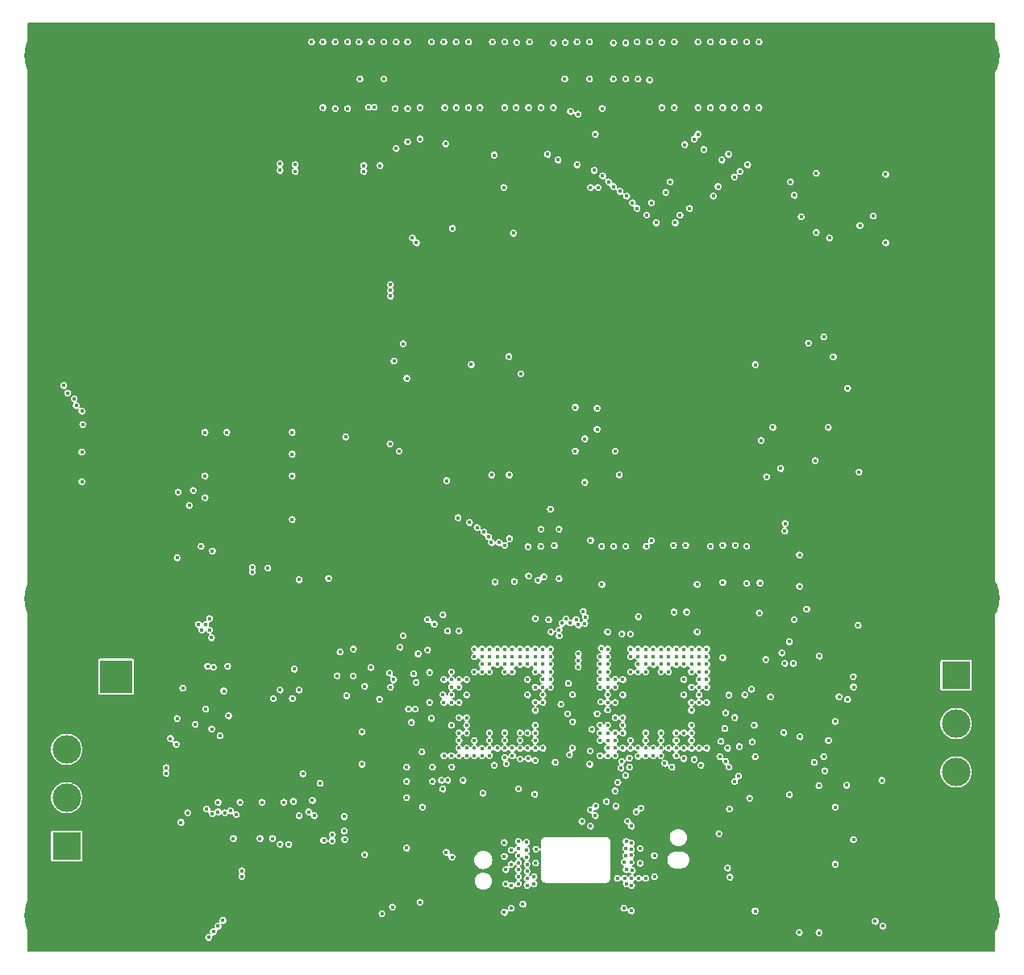
<source format=gbr>
G04 #@! TF.GenerationSoftware,KiCad,Pcbnew,5.0.2+dfsg1-1*
G04 #@! TF.CreationDate,2020-03-08T16:41:42+01:00*
G04 #@! TF.ProjectId,dlp_01,646c705f-3031-42e6-9b69-6361645f7063,rev?*
G04 #@! TF.SameCoordinates,Original*
G04 #@! TF.FileFunction,Copper,L2,Inr*
G04 #@! TF.FilePolarity,Positive*
%FSLAX46Y46*%
G04 Gerber Fmt 4.6, Leading zero omitted, Abs format (unit mm)*
G04 Created by KiCad (PCBNEW 5.0.2+dfsg1-1) date Sun 08 Mar 2020 16:41:42 CET*
%MOMM*%
%LPD*%
G01*
G04 APERTURE LIST*
G04 #@! TA.AperFunction,ViaPad*
%ADD10C,0.800000*%
G04 #@! TD*
G04 #@! TA.AperFunction,ViaPad*
%ADD11C,6.400000*%
G04 #@! TD*
G04 #@! TA.AperFunction,ViaPad*
%ADD12C,3.000000*%
G04 #@! TD*
G04 #@! TA.AperFunction,ViaPad*
%ADD13R,3.000000X3.000000*%
G04 #@! TD*
G04 #@! TA.AperFunction,Conductor*
%ADD14C,0.100000*%
G04 #@! TD*
G04 #@! TA.AperFunction,ViaPad*
%ADD15C,3.500000*%
G04 #@! TD*
G04 #@! TA.AperFunction,ViaPad*
%ADD16R,3.500000X3.500000*%
G04 #@! TD*
G04 #@! TA.AperFunction,ViaPad*
%ADD17C,0.450000*%
G04 #@! TD*
G04 #@! TA.AperFunction,Conductor*
%ADD18C,0.150000*%
G04 #@! TD*
G04 #@! TA.AperFunction,Conductor*
%ADD19C,0.090000*%
G04 #@! TD*
G04 APERTURE END LIST*
D10*
G04 #@! TO.N,GND*
G04 #@! TO.C,H1*
X101255646Y-54964535D03*
X99558590Y-54261591D03*
X97861534Y-54964535D03*
X97158590Y-56661591D03*
X97861534Y-58358647D03*
X99558590Y-59061591D03*
X101255646Y-58358647D03*
X101958590Y-56661591D03*
D11*
X99558590Y-56661591D03*
G04 #@! TD*
D10*
G04 #@! TO.N,GND*
G04 #@! TO.C,H2*
X101257652Y-145302944D03*
X99560596Y-144600000D03*
X97863540Y-145302944D03*
X97160596Y-147000000D03*
X97863540Y-148697056D03*
X99560596Y-149400000D03*
X101257652Y-148697056D03*
X101960596Y-147000000D03*
D11*
X99560596Y-147000000D03*
G04 #@! TD*
D10*
G04 #@! TO.N,GND*
G04 #@! TO.C,H3*
X197232353Y-54954640D03*
X195535297Y-54251696D03*
X193838241Y-54954640D03*
X193135297Y-56651696D03*
X193838241Y-58348752D03*
X195535297Y-59051696D03*
X197232353Y-58348752D03*
X197935297Y-56651696D03*
D11*
X195535297Y-56651696D03*
G04 #@! TD*
D10*
G04 #@! TO.N,GND*
G04 #@! TO.C,H4*
X197232353Y-145302944D03*
X195535297Y-144600000D03*
X193838241Y-145302944D03*
X193135297Y-147000000D03*
X193838241Y-148697056D03*
X195535297Y-149400000D03*
X197232353Y-148697056D03*
X197935297Y-147000000D03*
D11*
X195535297Y-147000000D03*
G04 #@! TD*
D10*
G04 #@! TO.N,GND*
G04 #@! TO.C,H5*
X101257652Y-111975041D03*
X99560596Y-111272097D03*
X97863540Y-111975041D03*
X97160596Y-113672097D03*
X97863540Y-115369153D03*
X99560596Y-116072097D03*
X101257652Y-115369153D03*
X101960596Y-113672097D03*
D11*
X99560596Y-113672097D03*
G04 #@! TD*
D10*
G04 #@! TO.N,GND*
G04 #@! TO.C,H6*
X197258753Y-111952241D03*
X195561697Y-111249297D03*
X193864641Y-111952241D03*
X193161697Y-113649297D03*
X193864641Y-115346353D03*
X195561697Y-116049297D03*
X197258753Y-115346353D03*
X197961697Y-113649297D03*
D11*
X195561697Y-113649297D03*
G04 #@! TD*
D12*
G04 #@! TO.N,/dlp_pmic/LEDx_CATHODE*
G04 #@! TO.C,J4*
X194200000Y-131900000D03*
G04 #@! TO.N,Net-(J4-Pad2)*
X194200000Y-126820000D03*
D13*
G04 #@! TO.N,/dlp_pmic/LED_ANODE*
X194200000Y-121740000D03*
G04 #@! TD*
D12*
G04 #@! TO.N,/dlp_pmic/LED3_CATHODE*
G04 #@! TO.C,J5*
X100800000Y-129540000D03*
G04 #@! TO.N,/dlp_pmic/LED2_CATHODE*
X100800000Y-134620000D03*
D13*
G04 #@! TO.N,/dlp_pmic/LED1_CATHODE*
X100800000Y-139700000D03*
G04 #@! TD*
D14*
G04 #@! TO.N,GND*
G04 #@! TO.C,J3*
G36*
X103960765Y-115454213D02*
X104045704Y-115466813D01*
X104128999Y-115487677D01*
X104209848Y-115516605D01*
X104287472Y-115553319D01*
X104361124Y-115597464D01*
X104430094Y-115648616D01*
X104493718Y-115706282D01*
X104551384Y-115769906D01*
X104602536Y-115838876D01*
X104646681Y-115912528D01*
X104683395Y-115990152D01*
X104712323Y-116071001D01*
X104733187Y-116154296D01*
X104745787Y-116239235D01*
X104750000Y-116325000D01*
X104750000Y-118075000D01*
X104745787Y-118160765D01*
X104733187Y-118245704D01*
X104712323Y-118328999D01*
X104683395Y-118409848D01*
X104646681Y-118487472D01*
X104602536Y-118561124D01*
X104551384Y-118630094D01*
X104493718Y-118693718D01*
X104430094Y-118751384D01*
X104361124Y-118802536D01*
X104287472Y-118846681D01*
X104209848Y-118883395D01*
X104128999Y-118912323D01*
X104045704Y-118933187D01*
X103960765Y-118945787D01*
X103875000Y-118950000D01*
X102125000Y-118950000D01*
X102039235Y-118945787D01*
X101954296Y-118933187D01*
X101871001Y-118912323D01*
X101790152Y-118883395D01*
X101712528Y-118846681D01*
X101638876Y-118802536D01*
X101569906Y-118751384D01*
X101506282Y-118693718D01*
X101448616Y-118630094D01*
X101397464Y-118561124D01*
X101353319Y-118487472D01*
X101316605Y-118409848D01*
X101287677Y-118328999D01*
X101266813Y-118245704D01*
X101254213Y-118160765D01*
X101250000Y-118075000D01*
X101250000Y-116325000D01*
X101254213Y-116239235D01*
X101266813Y-116154296D01*
X101287677Y-116071001D01*
X101316605Y-115990152D01*
X101353319Y-115912528D01*
X101397464Y-115838876D01*
X101448616Y-115769906D01*
X101506282Y-115706282D01*
X101569906Y-115648616D01*
X101638876Y-115597464D01*
X101712528Y-115553319D01*
X101790152Y-115516605D01*
X101871001Y-115487677D01*
X101954296Y-115466813D01*
X102039235Y-115454213D01*
X102125000Y-115450000D01*
X103875000Y-115450000D01*
X103960765Y-115454213D01*
X103960765Y-115454213D01*
G37*
D15*
X103000000Y-117200000D03*
D14*
G36*
X100823513Y-120153611D02*
X100896318Y-120164411D01*
X100967714Y-120182295D01*
X101037013Y-120207090D01*
X101103548Y-120238559D01*
X101166678Y-120276398D01*
X101225795Y-120320242D01*
X101280330Y-120369670D01*
X101329758Y-120424205D01*
X101373602Y-120483322D01*
X101411441Y-120546452D01*
X101442910Y-120612987D01*
X101467705Y-120682286D01*
X101485589Y-120753682D01*
X101496389Y-120826487D01*
X101500000Y-120900000D01*
X101500000Y-122900000D01*
X101496389Y-122973513D01*
X101485589Y-123046318D01*
X101467705Y-123117714D01*
X101442910Y-123187013D01*
X101411441Y-123253548D01*
X101373602Y-123316678D01*
X101329758Y-123375795D01*
X101280330Y-123430330D01*
X101225795Y-123479758D01*
X101166678Y-123523602D01*
X101103548Y-123561441D01*
X101037013Y-123592910D01*
X100967714Y-123617705D01*
X100896318Y-123635589D01*
X100823513Y-123646389D01*
X100750000Y-123650000D01*
X99250000Y-123650000D01*
X99176487Y-123646389D01*
X99103682Y-123635589D01*
X99032286Y-123617705D01*
X98962987Y-123592910D01*
X98896452Y-123561441D01*
X98833322Y-123523602D01*
X98774205Y-123479758D01*
X98719670Y-123430330D01*
X98670242Y-123375795D01*
X98626398Y-123316678D01*
X98588559Y-123253548D01*
X98557090Y-123187013D01*
X98532295Y-123117714D01*
X98514411Y-123046318D01*
X98503611Y-122973513D01*
X98500000Y-122900000D01*
X98500000Y-120900000D01*
X98503611Y-120826487D01*
X98514411Y-120753682D01*
X98532295Y-120682286D01*
X98557090Y-120612987D01*
X98588559Y-120546452D01*
X98626398Y-120483322D01*
X98670242Y-120424205D01*
X98719670Y-120369670D01*
X98774205Y-120320242D01*
X98833322Y-120276398D01*
X98896452Y-120238559D01*
X98962987Y-120207090D01*
X99032286Y-120182295D01*
X99103682Y-120164411D01*
X99176487Y-120153611D01*
X99250000Y-120150000D01*
X100750000Y-120150000D01*
X100823513Y-120153611D01*
X100823513Y-120153611D01*
G37*
D12*
X100000000Y-121900000D03*
D16*
G04 #@! TO.N,Net-(C93-Pad1)*
X106000000Y-121900000D03*
G04 #@! TD*
D17*
G04 #@! TO.N,+1V1*
X166400000Y-127000000D03*
X166400000Y-127800000D03*
X164800000Y-127800000D03*
X164800000Y-128600000D03*
X163200000Y-127800000D03*
X161600000Y-127800000D03*
X159200000Y-127800000D03*
X158400000Y-127800000D03*
X158400000Y-126200000D03*
X158400000Y-124600000D03*
X159200000Y-123800000D03*
X159200000Y-122200000D03*
X158400000Y-122200000D03*
X160800000Y-121400000D03*
X161600000Y-121400000D03*
X164000000Y-121400000D03*
X165600000Y-122200000D03*
X165600000Y-123800000D03*
X166400000Y-123000000D03*
X149200000Y-123800000D03*
X148400000Y-128600000D03*
X145200000Y-121400000D03*
X142800000Y-123800000D03*
X145200000Y-127800000D03*
X142000000Y-127800000D03*
X150000000Y-127800000D03*
X142000000Y-122200000D03*
X150000000Y-127000000D03*
X142000000Y-124600000D03*
X146800000Y-127800000D03*
X142800000Y-127800000D03*
X144400000Y-121400000D03*
X147600000Y-121400000D03*
X148400000Y-127800000D03*
X142800000Y-122200000D03*
X142000000Y-126200000D03*
X150000000Y-123000000D03*
X149200000Y-122200000D03*
X169700000Y-119900000D03*
X155773000Y-129697000D03*
X128700000Y-138500000D03*
X128669033Y-139148000D03*
X137500000Y-122500000D03*
X139100000Y-126272990D03*
X154535054Y-120200000D03*
X153474907Y-122602990D03*
X172000000Y-123800000D03*
X169500000Y-128700000D03*
G04 #@! TO.N,GND*
X119687000Y-131210000D03*
X119587000Y-128410000D03*
X122887000Y-131110000D03*
X122887000Y-128410000D03*
X121187000Y-128410000D03*
X121187000Y-131110000D03*
X122887000Y-129910000D03*
X119687000Y-129910000D03*
X116100000Y-111250000D03*
X117000000Y-111250000D03*
X110200000Y-111350000D03*
X162400000Y-124600000D03*
X161600000Y-124600000D03*
X160800000Y-124600000D03*
X162400000Y-123800000D03*
X161600000Y-123800000D03*
X160800000Y-123800000D03*
X162400000Y-125400000D03*
X161600000Y-125400000D03*
X160800000Y-125400000D03*
X160800000Y-126200000D03*
X161600000Y-126200000D03*
X162400000Y-126200000D03*
X163200000Y-125400000D03*
X163200000Y-124600000D03*
X163200000Y-123800000D03*
X164000000Y-123800000D03*
X164000000Y-124600000D03*
X164000000Y-125400000D03*
X163200000Y-126200000D03*
X164000000Y-126200000D03*
X160800000Y-123000000D03*
X161600000Y-123000000D03*
X162400000Y-123000000D03*
X163200000Y-123000000D03*
X164000000Y-123000000D03*
X165600000Y-124600000D03*
X165600000Y-125400000D03*
X165600000Y-126200000D03*
X165600000Y-128600000D03*
X164000000Y-128600000D03*
X164000000Y-127800000D03*
X162400000Y-127800000D03*
X162400000Y-128600000D03*
X160800000Y-127800000D03*
X160800000Y-128600000D03*
X158400000Y-127000000D03*
X159200000Y-125400000D03*
X158400000Y-125400000D03*
X159200000Y-124600000D03*
X158400000Y-123800000D03*
X159200000Y-123000000D03*
X159200000Y-121400000D03*
X162400000Y-121400000D03*
X164800000Y-121400000D03*
X165600000Y-121400000D03*
X166400000Y-122200000D03*
X165600000Y-123000000D03*
X166400000Y-123800000D03*
X146000000Y-123000000D03*
X149200000Y-123000000D03*
X146000000Y-123800000D03*
X146000000Y-126200000D03*
X147600000Y-128600000D03*
X146000000Y-121400000D03*
X147600000Y-126200000D03*
X142000000Y-123800000D03*
X147600000Y-123000000D03*
X144400000Y-125400000D03*
X145200000Y-123000000D03*
X146000000Y-128600000D03*
X144400000Y-128600000D03*
X146000000Y-125400000D03*
X146800000Y-126200000D03*
X142800000Y-121400000D03*
X148400000Y-121400000D03*
X142000000Y-125400000D03*
X149200000Y-124600000D03*
X146800000Y-123800000D03*
X149200000Y-128600000D03*
X145200000Y-125400000D03*
X142800000Y-124600000D03*
X147600000Y-124600000D03*
X142000000Y-127000000D03*
X147600000Y-125400000D03*
X142800000Y-123000000D03*
X147600000Y-127800000D03*
X146000000Y-124600000D03*
X142800000Y-125400000D03*
X150000000Y-122200000D03*
X145200000Y-126200000D03*
X150000000Y-123800000D03*
X146800000Y-123000000D03*
X145200000Y-124600000D03*
X149200000Y-126200000D03*
X146800000Y-124600000D03*
X145200000Y-123800000D03*
X149200000Y-121400000D03*
X144400000Y-123800000D03*
X144400000Y-126200000D03*
X146800000Y-125400000D03*
X144400000Y-123000000D03*
X149200000Y-127000000D03*
X146000000Y-127800000D03*
X147600000Y-123800000D03*
X149200000Y-125400000D03*
X144400000Y-124600000D03*
X144400000Y-127800000D03*
X162520000Y-143670000D03*
X158630000Y-143840000D03*
X161030000Y-140690000D03*
X146000000Y-143830000D03*
X147480000Y-142350000D03*
X147480000Y-140780000D03*
X146740000Y-138640000D03*
X146000000Y-139380000D03*
X146000000Y-138640000D03*
X162510000Y-138470000D03*
X147480000Y-139322991D03*
X134300000Y-139900000D03*
X127800000Y-142200000D03*
X130000000Y-142300000D03*
X107200000Y-137100000D03*
X114500000Y-134900000D03*
X114500000Y-133400000D03*
X123700000Y-136600000D03*
X120000000Y-136300000D03*
X119200000Y-121200000D03*
X116000000Y-124600000D03*
X124200000Y-123200000D03*
X133600000Y-130300000D03*
X119900000Y-105380000D03*
X122190000Y-105380000D03*
X122190000Y-103090000D03*
X124480000Y-103090000D03*
X119900000Y-103090000D03*
X117610000Y-103090000D03*
X117610000Y-100800000D03*
X119900000Y-100800000D03*
X122190000Y-100800000D03*
X115320000Y-98510000D03*
X117610000Y-98510000D03*
X119900000Y-98510000D03*
X122190000Y-98510000D03*
X122190000Y-96220000D03*
X119900000Y-96220000D03*
X109400000Y-106300000D03*
X109300000Y-111350000D03*
X136600000Y-129800000D03*
X139499998Y-128100000D03*
X142900000Y-117527000D03*
X169600000Y-129600000D03*
X153230254Y-126927010D03*
X150050000Y-140750000D03*
X176260000Y-129240000D03*
X184700000Y-129200000D03*
X176100000Y-140100000D03*
X186900000Y-141100000D03*
X181700000Y-143100000D03*
X181500000Y-140100000D03*
X178600000Y-139300000D03*
X186400000Y-127400000D03*
X131500000Y-126600000D03*
X134400000Y-126773000D03*
X121300000Y-144000000D03*
X114600000Y-143400000D03*
X116700000Y-131400000D03*
X121200000Y-129900000D03*
X152600000Y-131627000D03*
X158400000Y-132280000D03*
X108000000Y-127210000D03*
X148200000Y-98200000D03*
X142400000Y-94100000D03*
X147200000Y-84700000D03*
X178755000Y-97195000D03*
X172900000Y-93600000D03*
X177500000Y-84100000D03*
X174700000Y-127000000D03*
X155933107Y-128470763D03*
X137899998Y-149300000D03*
X173000000Y-121427000D03*
X127702002Y-138102000D03*
X158717200Y-140765213D03*
X172280995Y-133837111D03*
X115000000Y-136400000D03*
X161002010Y-139295399D03*
X161000000Y-142316607D03*
X132097990Y-137027000D03*
X132097990Y-134500000D03*
X150284503Y-142384503D03*
X151142070Y-138422863D03*
X158679021Y-139282873D03*
X136600000Y-112200000D03*
X169881031Y-117900000D03*
X123900000Y-108200000D03*
X125195000Y-108205000D03*
X141729999Y-111300000D03*
X147998065Y-107698065D03*
X139100000Y-62100000D03*
X145500000Y-62100000D03*
X144200000Y-55300000D03*
X150600000Y-55300000D03*
X183500000Y-120500000D03*
X121700000Y-123400000D03*
X135500000Y-69800000D03*
X165800000Y-62100000D03*
X123900000Y-55200000D03*
X125200000Y-55200000D03*
X137900000Y-55299994D03*
X156900000Y-55200000D03*
X165800000Y-55200000D03*
X160028200Y-118100000D03*
X168400000Y-112477019D03*
X164373000Y-117200000D03*
X123500000Y-144500004D03*
X167100000Y-115400001D03*
X114700000Y-125397990D03*
X114727010Y-127900000D03*
X114727010Y-129400008D03*
X133200000Y-118800000D03*
X118300000Y-118350000D03*
X155900000Y-124600000D03*
X153096120Y-129818846D03*
X171700000Y-125599996D03*
X107500000Y-137900000D03*
X120500000Y-143900008D03*
X153300000Y-135400000D03*
X139103058Y-133703058D03*
X172935963Y-148257010D03*
X129990000Y-134390000D03*
X149325000Y-115100000D03*
X113000000Y-119170999D03*
X135661563Y-120665447D03*
X173527010Y-108200000D03*
X154400000Y-108272990D03*
X135172990Y-108100000D03*
X139059321Y-123745989D03*
X144098058Y-117401942D03*
X154572990Y-117358192D03*
X154698065Y-122298065D03*
X169500000Y-126200000D03*
X167104021Y-108100000D03*
X161962044Y-115327010D03*
X160831022Y-111827010D03*
G04 #@! TO.N,+1V8*
X170027000Y-130820000D03*
X170337000Y-131400000D03*
X169387000Y-130290000D03*
X165600000Y-127800000D03*
X166400000Y-128600000D03*
X163200000Y-128600000D03*
X161590324Y-128609676D03*
X159180401Y-127000001D03*
X159190324Y-126209676D03*
X158400000Y-123000000D03*
X160000000Y-121400000D03*
X163200000Y-121400000D03*
X163200000Y-120600000D03*
X166400000Y-120600000D03*
X166400000Y-121400000D03*
X146800000Y-128600000D03*
X149200000Y-127800000D03*
X142000000Y-123000000D03*
X150000000Y-120600000D03*
X142800000Y-126200000D03*
X146800000Y-120600000D03*
X145200000Y-128600000D03*
X142800000Y-127000000D03*
X150000000Y-121400000D03*
X146800000Y-121400000D03*
X143600000Y-121400000D03*
X150000000Y-128600000D03*
X162510000Y-140700000D03*
X149880000Y-143660000D03*
X149880000Y-142920000D03*
X149140000Y-143830000D03*
X148230000Y-143660000D03*
X149140000Y-143090000D03*
X146910000Y-142180000D03*
X146750000Y-140780000D03*
X146740000Y-139322991D03*
X140409676Y-130197000D03*
X159380000Y-143090000D03*
X170400000Y-135800000D03*
X136700000Y-125300000D03*
X111250000Y-132050000D03*
X111250005Y-131450005D03*
X172700000Y-123200000D03*
X137900000Y-145600000D03*
X129200000Y-121800000D03*
X132000000Y-68800000D03*
X132000000Y-68200000D03*
X117700000Y-120800000D03*
X142427000Y-132790000D03*
X140800000Y-132770000D03*
X130873715Y-121834953D03*
X140154011Y-132783986D03*
X170200000Y-129400000D03*
X155800000Y-135900000D03*
X173091808Y-146520000D03*
X135145990Y-122200000D03*
X138150000Y-135610000D03*
X141240000Y-131390000D03*
X155800007Y-70500007D03*
X156600070Y-70500000D03*
X178500000Y-114800000D03*
X151600000Y-104300000D03*
X140800000Y-117100000D03*
X142000000Y-117100000D03*
X169900000Y-127345990D03*
G04 #@! TO.N,Net-(C10-Pad2)*
X166400000Y-124600000D03*
X166400001Y-125419599D03*
X170000000Y-125700000D03*
G04 #@! TO.N,Net-(C10-Pad1)*
X167200000Y-123800000D03*
X167200000Y-124600000D03*
X170321144Y-123827489D03*
G04 #@! TO.N,Net-(C33-Pad1)*
X150800000Y-124600000D03*
X150800000Y-123800000D03*
X153908355Y-123781738D03*
G04 #@! TO.N,Net-(C33-Pad2)*
X150000001Y-125419599D03*
X150000000Y-124600000D03*
X153400000Y-125795979D03*
G04 #@! TO.N,Net-(C48-Pad2)*
X124112500Y-139512500D03*
X123200000Y-139500000D03*
G04 #@! TO.N,+12V*
X118300000Y-138900000D03*
X123200000Y-123300000D03*
X125200000Y-123300000D03*
X125600000Y-132100000D03*
X127800000Y-139100000D03*
X130000000Y-139000000D03*
X115320000Y-96220000D03*
X117610000Y-96220000D03*
X115400000Y-116400000D03*
X115000000Y-117000000D03*
X115800000Y-117000000D03*
X115800000Y-115800000D03*
X125200000Y-136500000D03*
X114627010Y-116400000D03*
X116031113Y-127391874D03*
X113499990Y-136200000D03*
G04 #@! TO.N,+5V*
X122400000Y-138900000D03*
X121100000Y-138900000D03*
X130100000Y-96700000D03*
X120300000Y-110900000D03*
X120300000Y-110400000D03*
X123200000Y-68700000D03*
X123200000Y-68000000D03*
G04 #@! TO.N,/dmd/VRESET*
X160110000Y-143840000D03*
X146910000Y-143670000D03*
X160100000Y-146500000D03*
X146754001Y-146654001D03*
X132097990Y-140600000D03*
G04 #@! TO.N,Net-(C61-Pad2)*
X119000000Y-135100000D03*
G04 #@! TO.N,/dlp_pmic/VBIAS*
X159560000Y-143660000D03*
X147490000Y-143840000D03*
X126800000Y-136500000D03*
X129947998Y-138102000D03*
X159300000Y-146227000D03*
X147472999Y-146227001D03*
G04 #@! TO.N,/dlp_pmic/SUP_2P5V*
X121300000Y-135100000D03*
G04 #@! TO.N,/dmd/VOFFSET*
X148230000Y-142920000D03*
X126200000Y-136100012D03*
X148700000Y-145800000D03*
X129950000Y-136600000D03*
X136500000Y-139900000D03*
G04 #@! TO.N,Net-(C71-Pad2)*
X126600000Y-134900000D03*
G04 #@! TO.N,/dlp_pmic/SUP_5P0V*
X124600000Y-135000000D03*
X123600000Y-135100000D03*
G04 #@! TO.N,Net-(C76-Pad2)*
X116700000Y-135100000D03*
G04 #@! TO.N,Net-(C79-Pad2)*
X124500000Y-124200000D03*
X124700000Y-121100000D03*
G04 #@! TO.N,Net-(C84-Pad2)*
X127400000Y-133100000D03*
G04 #@! TO.N,/dlp_pmic/LED_ANODE*
X129500000Y-119300000D03*
X133900000Y-146800000D03*
G04 #@! TO.N,+3V3*
X134800000Y-81900000D03*
X134800000Y-81300000D03*
X119200000Y-142300000D03*
X119200000Y-142900000D03*
X146700000Y-70500000D03*
X133700000Y-68200000D03*
X124800000Y-68800000D03*
X124800000Y-68100000D03*
X134800000Y-80700000D03*
X174700000Y-124000000D03*
X181900000Y-124000000D03*
X182800000Y-91600000D03*
X173100003Y-89111082D03*
X143282995Y-89099995D03*
X160831022Y-115600000D03*
X128300000Y-111580000D03*
G04 #@! TO.N,/dlp_pmic/LED1_CATHODE*
X131800000Y-131100000D03*
G04 #@! TO.N,/dlp_pmic/LED2_CATHODE*
X131800000Y-127700000D03*
G04 #@! TO.N,/dlp_pmic/LED3_CATHODE*
X130200000Y-123900000D03*
G04 #@! TO.N,/application_connectors/BP*
X173500000Y-55200000D03*
G04 #@! TO.N,/application_connectors/MEMS_INTn*
X173500000Y-62100000D03*
G04 #@! TO.N,/application_connectors/I2C0_SCL*
X172200000Y-55200000D03*
G04 #@! TO.N,/application_connectors/HDMI_INT*
X172200000Y-62100000D03*
G04 #@! TO.N,/application_connectors/I2C0_SDA*
X170900000Y-55200000D03*
G04 #@! TO.N,/application_connectors/I2S_Din*
X170900000Y-62100000D03*
G04 #@! TO.N,/application_connectors/I2S_Dout*
X169700000Y-55200000D03*
G04 #@! TO.N,/application_connectors/I2S_FSYNC_IN*
X169700000Y-62100000D03*
G04 #@! TO.N,/application_connectors/I2S_FSYNC_OUT*
X168400000Y-55200000D03*
G04 #@! TO.N,/application_connectors/I2S_SCLK*
X168400000Y-62100000D03*
G04 #@! TO.N,/application_connectors/LCD_VSYNC*
X167100000Y-55200000D03*
G04 #@! TO.N,/application_connectors/LCD_HSYNC*
X167100000Y-62100000D03*
G04 #@! TO.N,/application_connectors/LCD_PCLK*
X164600000Y-55200000D03*
G04 #@! TO.N,/application_connectors/LCD_DATA13*
X164800000Y-119800000D03*
X164600000Y-62100000D03*
X162700000Y-74200000D03*
X164700000Y-74200000D03*
G04 #@! TO.N,/application_connectors/LCD_DE*
X163300000Y-55250000D03*
G04 #@! TO.N,/application_connectors/LCD_DATA12*
X165600000Y-119000000D03*
X163300000Y-62100000D03*
G04 #@! TO.N,/application_connectors/LCD_DATA15*
X164000000Y-119800000D03*
X162000000Y-55200000D03*
G04 #@! TO.N,/application_connectors/LCD_DATA9*
X167200000Y-119000000D03*
X162000000Y-59200000D03*
X161700000Y-73400000D03*
X165200002Y-73400000D03*
G04 #@! TO.N,/application_connectors/LCD_DATA14*
X164800000Y-119000000D03*
X160700000Y-55200000D03*
X160200000Y-72100000D03*
X162200000Y-72100000D03*
G04 #@! TO.N,/application_connectors/LCD_DATA8*
X168000000Y-119000000D03*
X160800000Y-59100000D03*
X160700000Y-72700000D03*
X166200000Y-72700000D03*
G04 #@! TO.N,/application_connectors/LCD_DATA11*
X165600000Y-119800000D03*
X159500000Y-55300000D03*
X158900000Y-70900000D03*
X163700002Y-71000000D03*
G04 #@! TO.N,/application_connectors/LCD_DATA5*
X168000000Y-121400000D03*
X168699996Y-71400000D03*
X159500000Y-59100000D03*
X159600000Y-71400000D03*
G04 #@! TO.N,/application_connectors/LCD_DATA10*
X166400000Y-119000000D03*
X158200000Y-55300000D03*
X157700000Y-69900000D03*
X164172990Y-69900000D03*
G04 #@! TO.N,/application_connectors/LCD_DATA4*
X167200000Y-121400000D03*
X169200000Y-70400000D03*
X158200000Y-59100000D03*
X158200000Y-70400004D03*
G04 #@! TO.N,/application_connectors/LCD_DATA1*
X168000000Y-123000000D03*
X170900000Y-69400000D03*
X157027000Y-62200000D03*
X157081106Y-69276912D03*
G04 #@! TO.N,/application_connectors/LCD_DATA7*
X168000000Y-120600000D03*
X155700000Y-55200000D03*
X156300000Y-64900000D03*
X167100000Y-64900000D03*
G04 #@! TO.N,/application_connectors/LCD_DATA0*
X167200000Y-123000000D03*
X171500000Y-68800000D03*
X155700000Y-59100000D03*
X156200000Y-68700000D03*
G04 #@! TO.N,/application_connectors/LCD_DATA6*
X167200000Y-120600000D03*
X154400000Y-68100000D03*
X172300000Y-68100000D03*
X174200006Y-120100000D03*
X154400000Y-55200000D03*
G04 #@! TO.N,/application_connectors/LCD_DATA3*
X168000000Y-122200000D03*
X169600000Y-67600000D03*
X153150000Y-55250000D03*
X152400006Y-67600000D03*
G04 #@! TO.N,/application_connectors/IO_B34_LN11*
X164000000Y-119000000D03*
X153100000Y-59100000D03*
G04 #@! TO.N,/application_connectors/LCD_DATA2*
X167200000Y-122200000D03*
X170300000Y-67000000D03*
X151900000Y-55300000D03*
X151300000Y-67000000D03*
G04 #@! TO.N,/application_connectors/IO_B34_LP11*
X163200000Y-119800000D03*
X151900000Y-62100000D03*
G04 #@! TO.N,/application_connectors/IO_B34_LN8*
X163200000Y-119000000D03*
X150600000Y-62100000D03*
G04 #@! TO.N,/application_connectors/IO_B34_LN7*
X149400000Y-55200000D03*
G04 #@! TO.N,/application_connectors/IO_B34_LP8*
X162400000Y-119800000D03*
X149300000Y-62100000D03*
G04 #@! TO.N,/application_connectors/IO_B34_LP7*
X148050000Y-55250000D03*
G04 #@! TO.N,/application_connectors/IO_B34_LN6*
X162400000Y-119000000D03*
X148000000Y-62100000D03*
G04 #@! TO.N,/application_connectors/IO_B34_LN5*
X146800000Y-55200000D03*
G04 #@! TO.N,/application_connectors/IO_B34_LP6*
X161600000Y-119800000D03*
X146800000Y-62100000D03*
G04 #@! TO.N,/application_connectors/IO_B34_LP5*
X145500000Y-55200000D03*
G04 #@! TO.N,/application_connectors/IO_B34_LN4*
X161600000Y-119000000D03*
X144200000Y-62100000D03*
G04 #@! TO.N,/application_connectors/IO_B34_LN3*
X143000000Y-55200000D03*
G04 #@! TO.N,/application_connectors/IO_B34_LP4*
X160800000Y-119800000D03*
X143000000Y-62100000D03*
G04 #@! TO.N,/application_connectors/IO_B34_LP3*
X141700000Y-55200000D03*
G04 #@! TO.N,/application_connectors/IO_B34_LN2*
X141700000Y-62100000D03*
G04 #@! TO.N,/application_connectors/IO_B34_LN1*
X140400000Y-55200000D03*
G04 #@! TO.N,/application_connectors/IO_B34_LP1*
X139100000Y-55200000D03*
G04 #@! TO.N,/application_connectors/IO_B13_LN21*
X136600000Y-55200000D03*
G04 #@! TO.N,/application_connectors/IO_B13_LP21*
X135400000Y-55200000D03*
G04 #@! TO.N,/application_connectors/IO_B13_LN14*
X134100000Y-55200000D03*
G04 #@! TO.N,/application_connectors/IO_B13_LP13*
X134100000Y-59100000D03*
G04 #@! TO.N,/application_connectors/IO_B13_LP14*
X132800000Y-55200000D03*
G04 #@! TO.N,/application_connectors/JTAG_NTRST*
X131500000Y-55200000D03*
G04 #@! TO.N,/application_connectors/IO_B13_LN12*
X131600000Y-59100018D03*
G04 #@! TO.N,/application_connectors/JTAG_TDO*
X130300000Y-55200000D03*
G04 #@! TO.N,/application_connectors/IO_B13_LP12*
X130300000Y-62200000D03*
G04 #@! TO.N,/application_connectors/JTAG_TDI*
X129000000Y-55200000D03*
G04 #@! TO.N,/application_connectors/IO_B13_LN11*
X129000000Y-62200000D03*
G04 #@! TO.N,/application_connectors/JTAG_TMS*
X127700000Y-55200000D03*
G04 #@! TO.N,/application_connectors/IO_B13_LP11*
X127700000Y-62100000D03*
G04 #@! TO.N,/application_connectors/JTAG_TCK*
X126500000Y-55200000D03*
G04 #@! TO.N,/application_connectors/CONTR0_SCL*
X176800000Y-69900000D03*
X186800000Y-69100000D03*
X176246334Y-105800000D03*
G04 #@! TO.N,/application_connectors/CONTR0_SDA*
X177750000Y-109100000D03*
X179500000Y-69000000D03*
G04 #@! TO.N,/application_connectors/IO_B35_LP2*
X144400000Y-119800000D03*
X141900000Y-105199998D03*
G04 #@! TO.N,/application_connectors/IO_B35_LN2*
X145200000Y-119000000D03*
X143100000Y-105700000D03*
G04 #@! TO.N,/application_connectors/IO_B35_LP4*
X145200000Y-119800000D03*
X143900000Y-106227010D03*
G04 #@! TO.N,/application_connectors/IO_B35_LN4*
X144600000Y-106700004D03*
X146000000Y-119000000D03*
G04 #@! TO.N,/application_connectors/IO_B35_LP6*
X146000000Y-119800000D03*
X145100000Y-107200000D03*
G04 #@! TO.N,/application_connectors/IO_B35_LN6*
X146800000Y-119000000D03*
X145400000Y-107800000D03*
G04 #@! TO.N,/application_connectors/IO_B35_LP8*
X146800000Y-119800000D03*
X146200000Y-107799994D03*
G04 #@! TO.N,/application_connectors/IO_B35_LN8*
X147600000Y-119000000D03*
X146800000Y-108100000D03*
G04 #@! TO.N,/application_connectors/IO_B35_LP10*
X147600000Y-119800000D03*
X149248058Y-108248058D03*
G04 #@! TO.N,/application_connectors/IO_B35_LN10*
X148400000Y-119000000D03*
X150584258Y-108211857D03*
G04 #@! TO.N,/application_connectors/IO_B35_LP14*
X148400000Y-119800000D03*
X149300000Y-111300000D03*
X155808031Y-107572990D03*
G04 #@! TO.N,/application_connectors/IO_B35_LN14*
X149200000Y-119000000D03*
X150000000Y-115800000D03*
X156972990Y-108200000D03*
G04 #@! TO.N,/application_connectors/IO_B35_LP16*
X149200000Y-119800000D03*
X158231022Y-108200000D03*
X150277002Y-111772967D03*
G04 #@! TO.N,/application_connectors/IO_B35_LN16*
X150000000Y-119000000D03*
X150908007Y-111391989D03*
X159500000Y-108200000D03*
G04 #@! TO.N,/application_connectors/IO_B35_LP18*
X150800000Y-119000000D03*
X161662052Y-108200000D03*
X151408033Y-115913426D03*
G04 #@! TO.N,/application_connectors/IO_B35_LN18*
X151600000Y-119000000D03*
X151645988Y-117199321D03*
X162195999Y-107600000D03*
G04 #@! TO.N,/application_connectors/IO_B35_LP20*
X151600000Y-120600000D03*
X164527010Y-108100000D03*
X152518969Y-117601169D03*
G04 #@! TO.N,/application_connectors/IO_B35_LN20*
X150800000Y-120600000D03*
X165800000Y-108100000D03*
X152500000Y-117000000D03*
G04 #@! TO.N,/application_connectors/IO_B35_LP22*
X168400000Y-108200000D03*
X151600000Y-121400000D03*
X152816066Y-116275640D03*
G04 #@! TO.N,/application_connectors/IO_B35_LN22*
X150800000Y-121400000D03*
X169700000Y-108100000D03*
X153241568Y-115810388D03*
G04 #@! TO.N,/application_connectors/IO_B35_LP24*
X151600000Y-122200000D03*
X171018956Y-108100000D03*
X153670078Y-116256277D03*
G04 #@! TO.N,/application_connectors/IO_B35_LP23*
X150800000Y-123000000D03*
X172200000Y-112100000D03*
X155200000Y-116300000D03*
G04 #@! TO.N,/application_connectors/IO_B35_LN24*
X150800000Y-122200000D03*
X172200000Y-108200000D03*
X154297086Y-115894222D03*
G04 #@! TO.N,/application_connectors/IO_B35_LN23*
X151600000Y-123000000D03*
X173527010Y-115200000D03*
X154524090Y-116450669D03*
G04 #@! TO.N,/dlp_pmic/LEDx_CATHODE*
X133652002Y-124273000D03*
X135000000Y-146100000D03*
G04 #@! TO.N,/MTR_SENS_POWER_OUT*
X176700000Y-134300000D03*
G04 #@! TO.N,/SENS_FOCUS*
X115700000Y-149300000D03*
X179800000Y-148799999D03*
X180400000Y-131800000D03*
X115500000Y-135800000D03*
G04 #@! TO.N,/SENS_LABB*
X186400000Y-132800000D03*
X185700000Y-147600000D03*
X117200000Y-147500000D03*
X117400000Y-136200000D03*
G04 #@! TO.N,/LS2_PWR*
X182700000Y-133300000D03*
X182800000Y-124300000D03*
X157607608Y-123783009D03*
G04 #@! TO.N,/SENS_WPC*
X116700000Y-136100000D03*
X116700000Y-148100000D03*
X177730000Y-148780000D03*
G04 #@! TO.N,/SENS_THERM*
X116200000Y-148700000D03*
X186500000Y-148100000D03*
X116100000Y-136300000D03*
G04 #@! TO.N,/THERM_PWR*
X181500000Y-141600000D03*
X181500000Y-135600000D03*
X156881772Y-124542348D03*
X154900000Y-137100000D03*
G04 #@! TO.N,Net-(Q1-Pad1)*
X115320000Y-103090000D03*
G04 #@! TO.N,/dlp_controller/SPI1_CSZ0*
X113672990Y-103900000D03*
X116200000Y-120900000D03*
G04 #@! TO.N,Net-(R1-Pad1)*
X176100000Y-127773000D03*
X176200000Y-120499992D03*
X156800544Y-127800521D03*
G04 #@! TO.N,Net-(R2-Pad1)*
X157600000Y-127800000D03*
X177800000Y-128200000D03*
X177100000Y-120500008D03*
G04 #@! TO.N,/dlp_controller/SPI1_DOUT*
X112500000Y-102500000D03*
X115600000Y-120800000D03*
G04 #@! TO.N,/dlp_controller/SPI1_CLK*
X117300000Y-123400000D03*
X114100000Y-102327010D03*
G04 #@! TO.N,Net-(R3-Pad1)*
X156800000Y-128600000D03*
X156350000Y-135502002D03*
X179800000Y-133350000D03*
X179827010Y-119730000D03*
G04 #@! TO.N,/dlp_controller/dlp_controller_gpio/SLAVE_ID*
X141200000Y-127000000D03*
X137000000Y-126700000D03*
G04 #@! TO.N,/dlp_controller/dlp_controller_gpio/HBT_IDAT*
X156800000Y-122200000D03*
X137400000Y-125300000D03*
X153942581Y-126642580D03*
G04 #@! TO.N,/dlp_controller/dlp_controller_gpio/sHBT_OCLK*
X141200000Y-121400000D03*
X138900000Y-121450000D03*
G04 #@! TO.N,/dlp_controller/dlp_controller_gpio/HBT_ICLK*
X157600000Y-122200000D03*
X137229726Y-121588057D03*
G04 #@! TO.N,Net-(R10-Pad1)*
X157600000Y-127000000D03*
X157480000Y-135010000D03*
G04 #@! TO.N,/dlp_controller/dlp_controller_gpio/sHBT_IDAT*
X140400000Y-122200000D03*
X134800000Y-123000000D03*
G04 #@! TO.N,/dlp_controller/dlp_controller_gpio/HBT_ODAT*
X156800000Y-121400000D03*
X132097990Y-122900000D03*
G04 #@! TO.N,/dlp_controller/dlp_controller_gpio/HBT_OCLK*
X157600000Y-121400000D03*
X132736501Y-120917350D03*
G04 #@! TO.N,/dlp_controller/dlp_controller_gpio/sHBT_ICLK*
X141200000Y-122200000D03*
X134700000Y-121519458D03*
G04 #@! TO.N,/dlp_controller/dlp_controller_gpio/SEQ_SYNC*
X157600000Y-123000000D03*
X141200000Y-123000000D03*
X138900000Y-124600000D03*
G04 #@! TO.N,/dlp_controller/dlp_controller_config/mSPI_CSZO*
X180772990Y-95700000D03*
X180800000Y-128600002D03*
X101600000Y-92700000D03*
X174944990Y-95700000D03*
X173720000Y-97080000D03*
X172793126Y-128741673D03*
G04 #@! TO.N,/dlp_controller/dlp_controller_config/mSPI_CLK*
X173100000Y-130300000D03*
X180300000Y-130300000D03*
X180300000Y-86200000D03*
G04 #@! TO.N,Net-(R16-Pad1)*
X168000000Y-124600000D03*
X152100000Y-130900000D03*
X152700000Y-124800010D03*
X155727010Y-131100000D03*
G04 #@! TO.N,Net-(R17-Pad1)*
X160000000Y-119000000D03*
X173600000Y-112057968D03*
G04 #@! TO.N,Net-(R18-Pad2)*
X160800000Y-119000000D03*
X177750000Y-112400000D03*
G04 #@! TO.N,/application_connectors/mHOST_IRQ*
X162400000Y-120600000D03*
X152499992Y-106400000D03*
X152495990Y-111600000D03*
X175900000Y-119400000D03*
X176200000Y-106600000D03*
G04 #@! TO.N,/dlp_controller/dlp_controller_config/mSPI_MISO*
X159200000Y-129400000D03*
X159000000Y-131500000D03*
X179300000Y-130899996D03*
X179400000Y-99200000D03*
X101800000Y-93400000D03*
X175772990Y-100020000D03*
G04 #@! TO.N,Net-(R23-Pad1)*
X157600000Y-130200000D03*
X172510000Y-134670000D03*
X171430000Y-129240000D03*
X158471950Y-135500000D03*
G04 #@! TO.N,/dlp_controller/dlp_controller_config/mSPI_MOSI*
X173000000Y-127000000D03*
X181500000Y-126600000D03*
X100900000Y-92100000D03*
X178700000Y-86850000D03*
X181300000Y-88300000D03*
G04 #@! TO.N,Net-(R25-Pad1)*
X158400000Y-129400000D03*
X170930000Y-132920000D03*
X158380000Y-133900000D03*
X170950000Y-126190000D03*
G04 #@! TO.N,/dlp_controller/LED_SEL_0*
X157600000Y-129400000D03*
X111700000Y-128400000D03*
X153600000Y-130100000D03*
G04 #@! TO.N,Net-(R27-Pad1)*
X158400000Y-130200000D03*
X171357000Y-132330000D03*
X158673065Y-133003065D03*
G04 #@! TO.N,Net-(R28-Pad1)*
X160800000Y-120600000D03*
X177200000Y-115900000D03*
X185500000Y-73500000D03*
X177927001Y-73572999D03*
G04 #@! TO.N,Net-(R29-Pad2)*
X161600000Y-120600000D03*
X176673340Y-118228305D03*
X177200000Y-71300000D03*
G04 #@! TO.N,/dlp_controller/LED_SEL_1*
X112300000Y-129000000D03*
X153900000Y-129394011D03*
G04 #@! TO.N,Net-(R31-Pad2)*
X160000000Y-119800000D03*
X154535054Y-119500000D03*
G04 #@! TO.N,Net-(R32-Pad2)*
X143600000Y-119800000D03*
X138700000Y-119099996D03*
G04 #@! TO.N,/dlp_controller/dlp_controller_config/sSPI_CSZO*
X135700000Y-98200000D03*
X102400000Y-98300000D03*
X136500000Y-132900000D03*
X134748001Y-97440000D03*
G04 #@! TO.N,/dlp_controller/dlp_controller_config/sSPI_CLK*
X136500000Y-134600000D03*
X135175001Y-88724999D03*
X147235000Y-88259082D03*
G04 #@! TO.N,Net-(R35-Pad1)*
X143600000Y-119000000D03*
X130900000Y-119000000D03*
X184100000Y-74500000D03*
X141300000Y-74800000D03*
G04 #@! TO.N,Net-(R36-Pad2)*
X144400000Y-119000000D03*
X135800000Y-118800000D03*
X180900000Y-75800000D03*
X137100000Y-75800000D03*
G04 #@! TO.N,/application_connectors/sHOST_IRQ*
X146000000Y-120600000D03*
X150600000Y-106400000D03*
X145772990Y-111944732D03*
G04 #@! TO.N,/dlp_controller/dlp_controller_config/sSPI_MISO*
X142800000Y-129400000D03*
X102500000Y-95400000D03*
X145419984Y-100700000D03*
X140700000Y-101300000D03*
X147272990Y-100697011D03*
G04 #@! TO.N,Net-(R41-Pad1)*
X141200000Y-130200000D03*
X139200000Y-132900006D03*
G04 #@! TO.N,Net-(R43-Pad1)*
X142000000Y-129400000D03*
X139200000Y-131400000D03*
G04 #@! TO.N,/dlp_controller/dlp_controller_config/sSPI_MOSI*
X136500000Y-131400000D03*
X136127001Y-86927001D03*
X100500000Y-91300000D03*
X136520000Y-90550000D03*
X148490000Y-90070000D03*
G04 #@! TO.N,Net-(R44-Pad1)*
X142000000Y-130200000D03*
X140290000Y-133700000D03*
G04 #@! TO.N,Net-(R45-Pad1)*
X142800000Y-130200000D03*
X138100000Y-129800000D03*
G04 #@! TO.N,Net-(R46-Pad1)*
X144400000Y-120600000D03*
X136127000Y-117600000D03*
X137527000Y-76300000D03*
X186800000Y-76300000D03*
G04 #@! TO.N,Net-(R47-Pad2)*
X145200000Y-120600000D03*
X147300000Y-107400000D03*
X179500000Y-75227000D03*
X147700000Y-75300000D03*
G04 #@! TO.N,/application_connectors/PDM_CVS_TE_B*
X165600000Y-120600000D03*
X135400000Y-66400000D03*
X135300000Y-62200000D03*
X167700000Y-66500000D03*
G04 #@! TO.N,/application_connectors/PDM_CVS_TE_A*
X149200000Y-120600000D03*
X164577365Y-115100014D03*
G04 #@! TO.N,Net-(R52-Pad1)*
X170200000Y-142000000D03*
G04 #@! TO.N,/dlp_controller/DMD_LS_CLK*
X160110000Y-143090000D03*
X170450000Y-142960000D03*
G04 #@! TO.N,/dlp_controller/DMD_LS_WDATA*
X161600000Y-143090000D03*
G04 #@! TO.N,Net-(R53-Pad1)*
X169300000Y-138400000D03*
G04 #@! TO.N,/dlp_controller/RC_CHARGE*
X157600000Y-124600000D03*
X112800000Y-137200000D03*
X113000000Y-123100000D03*
G04 #@! TO.N,/dlp_pmic/INTZ*
X158400000Y-128600000D03*
X142000000Y-128600000D03*
X116900000Y-128100000D03*
G04 #@! TO.N,Net-(R58-Pad2)*
X118600000Y-136400000D03*
G04 #@! TO.N,/dlp_controller/SPI1_DIN*
X116000000Y-117800000D03*
X114900000Y-108200000D03*
G04 #@! TO.N,/dlp_controller/dlp_controller_gpio/CAL_PWR*
X183420000Y-122980000D03*
X154515227Y-120872990D03*
X183420000Y-139020000D03*
G04 #@! TO.N,/application_connectors/ZYNQ_VDDIO_34*
X153700000Y-62499998D03*
X154500000Y-62800000D03*
G04 #@! TO.N,/application_connectors/ZYNQ_VDDIO_13*
X132497885Y-62064123D03*
X133097885Y-62064123D03*
G04 #@! TO.N,/application_connectors/HSYNC_B*
X164800000Y-120600000D03*
X136600000Y-62200000D03*
X136600000Y-65700000D03*
X145700000Y-67100000D03*
G04 #@! TO.N,/application_connectors/VSYNC_B*
X137900000Y-62100000D03*
X168000000Y-119800000D03*
X137900000Y-65400000D03*
X166700000Y-65399996D03*
G04 #@! TO.N,/application_connectors/DATEN_B*
X167200000Y-119800000D03*
X140500000Y-62100000D03*
X140600000Y-65900000D03*
X165700004Y-66000000D03*
G04 #@! TO.N,/application_connectors/PCLK_B*
X166400000Y-119800000D03*
X167000000Y-117200000D03*
X157600000Y-117200000D03*
X157000000Y-112200000D03*
G04 #@! TO.N,/application_connectors/HSYNC_A*
X148400000Y-120600000D03*
X165900000Y-115099998D03*
G04 #@! TO.N,/application_connectors/VSYNC_A*
X151600000Y-119800000D03*
X167000000Y-112200000D03*
X155250265Y-115619914D03*
G04 #@! TO.N,/application_connectors/DATEN_A*
X150800000Y-119800000D03*
X155040002Y-115041703D03*
X169700000Y-112000000D03*
G04 #@! TO.N,/application_connectors/PCLK_A*
X150000000Y-119800000D03*
X152000000Y-108127000D03*
G04 #@! TO.N,Net-(R92-Pad2)*
X115320000Y-100800000D03*
G04 #@! TO.N,Net-(R93-Pad2)*
X124480000Y-100800000D03*
X124480000Y-98510000D03*
X124480000Y-96220000D03*
G04 #@! TO.N,Net-(R93-Pad1)*
X124480000Y-105380000D03*
G04 #@! TO.N,/application_connectors/FPGA_RDY*
X141200000Y-123800000D03*
X140300000Y-115400000D03*
G04 #@! TO.N,/application_connectors/ACT_SYNC*
X140400000Y-124600000D03*
X138700000Y-115900000D03*
G04 #@! TO.N,/application_connectors/SUB_FRAME*
X141200000Y-124600000D03*
X139400000Y-116372990D03*
G04 #@! TO.N,/application_connectors/PROJ_ON*
X157600000Y-125400000D03*
X112400000Y-126300000D03*
X112400000Y-109400000D03*
X147800000Y-111900000D03*
X156500022Y-125800000D03*
G04 #@! TO.N,/dlp_controller/dlp_controller_gpio/mGPIO_5*
X156800000Y-127000000D03*
X155800000Y-137600000D03*
X141260000Y-140860000D03*
G04 #@! TO.N,Net-(TP2-Pad1)*
X160000000Y-117400000D03*
X158827016Y-100700000D03*
G04 #@! TO.N,Net-(TP3-Pad1)*
X159100000Y-117400000D03*
X158400006Y-98200000D03*
G04 #@! TO.N,Net-(TP4-Pad1)*
X157600000Y-119000000D03*
X155200000Y-101472990D03*
G04 #@! TO.N,Net-(TP5-Pad1)*
X154200000Y-98200000D03*
X156935307Y-118915595D03*
G04 #@! TO.N,Net-(TP6-Pad1)*
X157600000Y-119800000D03*
X155200000Y-96900000D03*
G04 #@! TO.N,Net-(TP7-Pad1)*
X156800000Y-119800000D03*
X156500004Y-95900000D03*
G04 #@! TO.N,Net-(TP8-Pad1)*
X157600000Y-120600000D03*
X156500000Y-93700000D03*
G04 #@! TO.N,Net-(TP9-Pad1)*
X156800000Y-120600000D03*
X154199992Y-93600000D03*
G04 #@! TO.N,Net-(TP10-Pad1)*
X156800000Y-130200000D03*
X156300000Y-136500000D03*
X140660000Y-140340000D03*
G04 #@! TO.N,/dlp_controller/DMD_DEN_ARSTZ*
X168000000Y-129400000D03*
X162520000Y-142920000D03*
X167400000Y-131200000D03*
G04 #@! TO.N,/dlp_controller/DMD_LS_RDATA*
X167200000Y-129400000D03*
X158630000Y-143090000D03*
G04 #@! TO.N,/dlp_controller/mDMD_HS_WDATAH_P*
X166700000Y-130600000D03*
X161030000Y-139950000D03*
G04 #@! TO.N,/dlp_controller/mDMD_HS_WDATAH_N*
X166400000Y-129400000D03*
X160093277Y-140059620D03*
G04 #@! TO.N,/dlp_controller/mDMD_HS_WDATAG_P*
X165597000Y-130500000D03*
X160097990Y-139380000D03*
G04 #@! TO.N,/dlp_controller/mDMD_HS_WDATAG_N*
X165600000Y-129400000D03*
X159546888Y-139209035D03*
G04 #@! TO.N,/dlp_controller/mDMD_HS_WDATAF_P*
X164800000Y-130200000D03*
G04 #@! TO.N,/dlp_controller/mDMD_HS_WDATAF_N*
X164800000Y-129400000D03*
X164357133Y-131411381D03*
G04 #@! TO.N,/dlp_controller/mDMD_HS_WDATAE_N*
X164000000Y-129400000D03*
X163597001Y-130996987D03*
G04 #@! TO.N,/dlp_controller/mDMD_HS_CLK_P*
X163200000Y-130200000D03*
X160071612Y-140649816D03*
X160097990Y-137600000D03*
G04 #@! TO.N,/dlp_controller/mDMD_HS_CLK_N*
X163200000Y-129400000D03*
X159496305Y-140694137D03*
X159695980Y-137100000D03*
G04 #@! TO.N,/dlp_controller/mDMD_HS_WDATAD_P*
X162400000Y-130200000D03*
X160202001Y-142265001D03*
G04 #@! TO.N,/dlp_controller/mDMD_HS_WDATAD_N*
X159550000Y-142180000D03*
X162400000Y-129400000D03*
G04 #@! TO.N,/dlp_controller/mDMD_HS_WDATAC_P*
X161600000Y-130200000D03*
X159329214Y-141392212D03*
G04 #@! TO.N,/dlp_controller/mDMD_HS_WDATAC_N*
X161600000Y-129400000D03*
X159492010Y-132265382D03*
G04 #@! TO.N,/dlp_controller/mDMD_HS_WDATAB_P*
X160794001Y-130250000D03*
X161100000Y-135700000D03*
X161020000Y-141494011D03*
G04 #@! TO.N,/dlp_controller/mDMD_HS_WDATAB_N*
X160800000Y-129400000D03*
X160071612Y-141392216D03*
X160600000Y-136100000D03*
G04 #@! TO.N,/dlp_controller/mDMD_HS_WDATAA_P*
X159527688Y-139945375D03*
X159894011Y-130450000D03*
G04 #@! TO.N,/dlp_controller/mDMD_HS_WDATAA_N*
X160000000Y-129400000D03*
X159894010Y-131411382D03*
G04 #@! TO.N,/dlp_controller/RESETZ*
X143600001Y-128619599D03*
X160000000Y-128600000D03*
X114300000Y-126900000D03*
G04 #@! TO.N,/dlp_controller/CMP_OUT*
X159100000Y-130800000D03*
X118000000Y-136000000D03*
G04 #@! TO.N,/dlp_controller/LABB_SAMPLE*
X155949238Y-127448248D03*
X115400000Y-125300000D03*
G04 #@! TO.N,/dlp_controller/dlp_controller_gpio/DA_SYNC_FSD12*
X156800000Y-123000000D03*
X140300000Y-123805999D03*
G04 #@! TO.N,/dlp_controller/sDMD_HS_WDATAA_N*
X143600000Y-129400000D03*
X148220000Y-139950000D03*
G04 #@! TO.N,/dlp_controller/sDMD_HS_WDATAA_P*
X147480000Y-140130000D03*
X143600000Y-130200000D03*
G04 #@! TO.N,/dlp_controller/sDMD_HS_WDATAB_N*
X144400001Y-129419599D03*
X149085998Y-139295401D03*
G04 #@! TO.N,/dlp_controller/sDMD_HS_WDATAB_P*
X148230000Y-139210000D03*
X144400000Y-130200000D03*
G04 #@! TO.N,/dlp_controller/sDMD_HS_WDATAC_N*
X145200000Y-129400000D03*
X145700000Y-131200000D03*
G04 #@! TO.N,/dlp_controller/sDMD_HS_WDATAC_P*
X145200000Y-130200000D03*
G04 #@! TO.N,/dlp_controller/sDMD_HS_WDATAD_N*
X146000000Y-129400000D03*
X146977011Y-131050000D03*
G04 #@! TO.N,/dlp_controller/sDMD_HS_CLK_N*
X146800000Y-129400000D03*
X148230000Y-133690000D03*
X149097990Y-140860000D03*
G04 #@! TO.N,/dlp_controller/sDMD_HS_CLK_P*
X148230000Y-140690000D03*
X144510000Y-134130000D03*
X146800000Y-130399996D03*
G04 #@! TO.N,/dlp_controller/sDMD_HS_WDATAE_N*
X147600000Y-129400000D03*
X149140000Y-142350000D03*
G04 #@! TO.N,/dlp_controller/sDMD_HS_WDATAE_P*
X147600000Y-130200000D03*
X148220000Y-142180000D03*
G04 #@! TO.N,/dlp_controller/sDMD_HS_WDATAF_N*
X148400000Y-129400000D03*
X150040000Y-141480000D03*
G04 #@! TO.N,/dlp_controller/sDMD_HS_WDATAF_P*
X149140000Y-141610000D03*
X148400000Y-130550000D03*
X149944001Y-134244001D03*
G04 #@! TO.N,/dlp_controller/sDMD_HS_WDATAG_P*
X147480000Y-141610000D03*
X149200000Y-129400000D03*
G04 #@! TO.N,/dlp_controller/sDMD_HS_WDATAG_N*
X148230000Y-141440000D03*
X149260000Y-130502010D03*
G04 #@! TO.N,/dlp_controller/sDMD_HS_WDATAH_N*
X150000000Y-129400000D03*
X150082990Y-140019996D03*
G04 #@! TO.N,/dlp_controller/sDMD_HS_WDATAH_P*
X149990324Y-130700000D03*
X149097990Y-140120000D03*
G04 #@! TO.N,/dlp_controller/sDMD_LS_RDATA*
X150800000Y-129400000D03*
X160860000Y-143090000D03*
G04 #@! TO.N,Net-(R48-Pad1)*
X164000000Y-120600000D03*
X183400000Y-121900000D03*
G04 #@! TO.N,Net-(R50-Pad1)*
X147600000Y-120600000D03*
X137700000Y-119500000D03*
G04 #@! TO.N,Net-(J2-Pad2)*
X121920000Y-110490000D03*
G04 #@! TO.N,Net-(J2-Pad4)*
X125200000Y-111710989D03*
G04 #@! TO.N,/dlp_controller/dlp_controller_gpio/SPI1_CSZ0*
X174300000Y-100900000D03*
X102400000Y-101400000D03*
G04 #@! TO.N,/dlp_controller/dlp_controller_gpio/SPI1_DOUT*
X102400000Y-94000000D03*
X184000000Y-100400000D03*
X183900000Y-116500000D03*
G04 #@! TO.N,/dlp_controller/dlp_controller_gpio/SPI1_DIN*
X157600000Y-128600000D03*
X116100000Y-108700000D03*
X117800000Y-126000000D03*
G04 #@! TO.N,Net-(R102-Pad1)*
X122500000Y-124200000D03*
G04 #@! TD*
D18*
G04 #@! TO.N,GND*
X165375001Y-128375001D02*
X165206963Y-128375001D01*
X165600000Y-128600000D02*
X165375001Y-128375001D01*
D19*
X164224999Y-128375001D02*
X164000000Y-128600000D01*
X164397001Y-128202999D02*
X164224999Y-128375001D01*
X165034961Y-128202999D02*
X164397001Y-128202999D01*
X165206963Y-128375001D02*
X165034961Y-128202999D01*
X148975001Y-128375001D02*
X149200000Y-128600000D01*
X148797001Y-128197001D02*
X148975001Y-128375001D01*
X147600000Y-128600000D02*
X148002999Y-128197001D01*
X148002999Y-128197001D02*
X148797001Y-128197001D01*
X147824999Y-128824999D02*
X147600000Y-128600000D01*
X149200000Y-128600000D02*
X148802999Y-128997001D01*
X147997001Y-128997001D02*
X147824999Y-128824999D01*
X148802999Y-128997001D02*
X147997001Y-128997001D01*
X149424999Y-127224999D02*
X149200000Y-127000000D01*
X149597001Y-127397001D02*
X149424999Y-127224999D01*
X149200000Y-128600000D02*
X149597001Y-128202999D01*
X149597001Y-128202999D02*
X149597001Y-127397001D01*
X148975001Y-127224999D02*
X149200000Y-127000000D01*
X148797001Y-127402999D02*
X148975001Y-127224999D01*
X149200000Y-128600000D02*
X148797001Y-128197001D01*
X148797001Y-128197001D02*
X148797001Y-127402999D01*
G04 #@! TD*
D18*
G04 #@! TO.N,GND*
G36*
X198225001Y-150725000D02*
X96775000Y-150725000D01*
X96775000Y-149255679D01*
X115250000Y-149255679D01*
X115250000Y-149344321D01*
X115267294Y-149431260D01*
X115301215Y-149513155D01*
X115350462Y-149586858D01*
X115413142Y-149649538D01*
X115486845Y-149698785D01*
X115568740Y-149732706D01*
X115655679Y-149750000D01*
X115744321Y-149750000D01*
X115831260Y-149732706D01*
X115913155Y-149698785D01*
X115986858Y-149649538D01*
X116049538Y-149586858D01*
X116098785Y-149513155D01*
X116132706Y-149431260D01*
X116150000Y-149344321D01*
X116150000Y-149255679D01*
X116132706Y-149168740D01*
X116122184Y-149143337D01*
X116155679Y-149150000D01*
X116244321Y-149150000D01*
X116331260Y-149132706D01*
X116413155Y-149098785D01*
X116486858Y-149049538D01*
X116549538Y-148986858D01*
X116598785Y-148913155D01*
X116632706Y-148831260D01*
X116650000Y-148744321D01*
X116650000Y-148735679D01*
X177280000Y-148735679D01*
X177280000Y-148824321D01*
X177297294Y-148911260D01*
X177331215Y-148993155D01*
X177380462Y-149066858D01*
X177443142Y-149129538D01*
X177516845Y-149178785D01*
X177598740Y-149212706D01*
X177685679Y-149230000D01*
X177774321Y-149230000D01*
X177861260Y-149212706D01*
X177943155Y-149178785D01*
X178016858Y-149129538D01*
X178079538Y-149066858D01*
X178128785Y-148993155D01*
X178162706Y-148911260D01*
X178180000Y-148824321D01*
X178180000Y-148755678D01*
X179350000Y-148755678D01*
X179350000Y-148844320D01*
X179367294Y-148931259D01*
X179401215Y-149013154D01*
X179450462Y-149086857D01*
X179513142Y-149149537D01*
X179586845Y-149198784D01*
X179668740Y-149232705D01*
X179755679Y-149249999D01*
X179844321Y-149249999D01*
X179931260Y-149232705D01*
X180013155Y-149198784D01*
X180086858Y-149149537D01*
X180149538Y-149086857D01*
X180198785Y-149013154D01*
X180232706Y-148931259D01*
X180250000Y-148844320D01*
X180250000Y-148755678D01*
X180232706Y-148668739D01*
X180198785Y-148586844D01*
X180149538Y-148513141D01*
X180086858Y-148450461D01*
X180013155Y-148401214D01*
X179931260Y-148367293D01*
X179844321Y-148349999D01*
X179755679Y-148349999D01*
X179668740Y-148367293D01*
X179586845Y-148401214D01*
X179513142Y-148450461D01*
X179450462Y-148513141D01*
X179401215Y-148586844D01*
X179367294Y-148668739D01*
X179350000Y-148755678D01*
X178180000Y-148755678D01*
X178180000Y-148735679D01*
X178162706Y-148648740D01*
X178128785Y-148566845D01*
X178079538Y-148493142D01*
X178016858Y-148430462D01*
X177943155Y-148381215D01*
X177861260Y-148347294D01*
X177774321Y-148330000D01*
X177685679Y-148330000D01*
X177598740Y-148347294D01*
X177516845Y-148381215D01*
X177443142Y-148430462D01*
X177380462Y-148493142D01*
X177331215Y-148566845D01*
X177297294Y-148648740D01*
X177280000Y-148735679D01*
X116650000Y-148735679D01*
X116650000Y-148655679D01*
X116632706Y-148568740D01*
X116622184Y-148543337D01*
X116655679Y-148550000D01*
X116744321Y-148550000D01*
X116831260Y-148532706D01*
X116913155Y-148498785D01*
X116986858Y-148449538D01*
X117049538Y-148386858D01*
X117098785Y-148313155D01*
X117132706Y-148231260D01*
X117150000Y-148144321D01*
X117150000Y-148055679D01*
X186050000Y-148055679D01*
X186050000Y-148144321D01*
X186067294Y-148231260D01*
X186101215Y-148313155D01*
X186150462Y-148386858D01*
X186213142Y-148449538D01*
X186286845Y-148498785D01*
X186368740Y-148532706D01*
X186455679Y-148550000D01*
X186544321Y-148550000D01*
X186631260Y-148532706D01*
X186713155Y-148498785D01*
X186786858Y-148449538D01*
X186849538Y-148386858D01*
X186898785Y-148313155D01*
X186932706Y-148231260D01*
X186950000Y-148144321D01*
X186950000Y-148055679D01*
X186932706Y-147968740D01*
X186898785Y-147886845D01*
X186849538Y-147813142D01*
X186786858Y-147750462D01*
X186713155Y-147701215D01*
X186631260Y-147667294D01*
X186544321Y-147650000D01*
X186455679Y-147650000D01*
X186368740Y-147667294D01*
X186286845Y-147701215D01*
X186213142Y-147750462D01*
X186150462Y-147813142D01*
X186101215Y-147886845D01*
X186067294Y-147968740D01*
X186050000Y-148055679D01*
X117150000Y-148055679D01*
X117132706Y-147968740D01*
X117122184Y-147943337D01*
X117155679Y-147950000D01*
X117244321Y-147950000D01*
X117331260Y-147932706D01*
X117413155Y-147898785D01*
X117486858Y-147849538D01*
X117549538Y-147786858D01*
X117598785Y-147713155D01*
X117632706Y-147631260D01*
X117647740Y-147555679D01*
X185250000Y-147555679D01*
X185250000Y-147644321D01*
X185267294Y-147731260D01*
X185301215Y-147813155D01*
X185350462Y-147886858D01*
X185413142Y-147949538D01*
X185486845Y-147998785D01*
X185568740Y-148032706D01*
X185655679Y-148050000D01*
X185744321Y-148050000D01*
X185831260Y-148032706D01*
X185913155Y-147998785D01*
X185986858Y-147949538D01*
X186049538Y-147886858D01*
X186098785Y-147813155D01*
X186132706Y-147731260D01*
X186150000Y-147644321D01*
X186150000Y-147555679D01*
X186132706Y-147468740D01*
X186098785Y-147386845D01*
X186049538Y-147313142D01*
X185986858Y-147250462D01*
X185913155Y-147201215D01*
X185831260Y-147167294D01*
X185744321Y-147150000D01*
X185655679Y-147150000D01*
X185568740Y-147167294D01*
X185486845Y-147201215D01*
X185413142Y-147250462D01*
X185350462Y-147313142D01*
X185301215Y-147386845D01*
X185267294Y-147468740D01*
X185250000Y-147555679D01*
X117647740Y-147555679D01*
X117650000Y-147544321D01*
X117650000Y-147455679D01*
X117632706Y-147368740D01*
X117598785Y-147286845D01*
X117549538Y-147213142D01*
X117486858Y-147150462D01*
X117413155Y-147101215D01*
X117331260Y-147067294D01*
X117244321Y-147050000D01*
X117155679Y-147050000D01*
X117068740Y-147067294D01*
X116986845Y-147101215D01*
X116913142Y-147150462D01*
X116850462Y-147213142D01*
X116801215Y-147286845D01*
X116767294Y-147368740D01*
X116750000Y-147455679D01*
X116750000Y-147544321D01*
X116767294Y-147631260D01*
X116777816Y-147656663D01*
X116744321Y-147650000D01*
X116655679Y-147650000D01*
X116568740Y-147667294D01*
X116486845Y-147701215D01*
X116413142Y-147750462D01*
X116350462Y-147813142D01*
X116301215Y-147886845D01*
X116267294Y-147968740D01*
X116250000Y-148055679D01*
X116250000Y-148144321D01*
X116267294Y-148231260D01*
X116277816Y-148256663D01*
X116244321Y-148250000D01*
X116155679Y-148250000D01*
X116068740Y-148267294D01*
X115986845Y-148301215D01*
X115913142Y-148350462D01*
X115850462Y-148413142D01*
X115801215Y-148486845D01*
X115767294Y-148568740D01*
X115750000Y-148655679D01*
X115750000Y-148744321D01*
X115767294Y-148831260D01*
X115777816Y-148856663D01*
X115744321Y-148850000D01*
X115655679Y-148850000D01*
X115568740Y-148867294D01*
X115486845Y-148901215D01*
X115413142Y-148950462D01*
X115350462Y-149013142D01*
X115301215Y-149086845D01*
X115267294Y-149168740D01*
X115250000Y-149255679D01*
X96775000Y-149255679D01*
X96775000Y-146755679D01*
X133450000Y-146755679D01*
X133450000Y-146844321D01*
X133467294Y-146931260D01*
X133501215Y-147013155D01*
X133550462Y-147086858D01*
X133613142Y-147149538D01*
X133686845Y-147198785D01*
X133768740Y-147232706D01*
X133855679Y-147250000D01*
X133944321Y-147250000D01*
X134031260Y-147232706D01*
X134113155Y-147198785D01*
X134186858Y-147149538D01*
X134249538Y-147086858D01*
X134298785Y-147013155D01*
X134332706Y-146931260D01*
X134350000Y-146844321D01*
X134350000Y-146755679D01*
X134332706Y-146668740D01*
X134308244Y-146609680D01*
X146304001Y-146609680D01*
X146304001Y-146698322D01*
X146321295Y-146785261D01*
X146355216Y-146867156D01*
X146404463Y-146940859D01*
X146467143Y-147003539D01*
X146540846Y-147052786D01*
X146622741Y-147086707D01*
X146709680Y-147104001D01*
X146798322Y-147104001D01*
X146885261Y-147086707D01*
X146967156Y-147052786D01*
X147040859Y-147003539D01*
X147103539Y-146940859D01*
X147152786Y-146867156D01*
X147186707Y-146785261D01*
X147204001Y-146698322D01*
X147204001Y-146609680D01*
X147199136Y-146585222D01*
X147259844Y-146625786D01*
X147341739Y-146659707D01*
X147428678Y-146677001D01*
X147517320Y-146677001D01*
X147604259Y-146659707D01*
X147686154Y-146625786D01*
X147759857Y-146576539D01*
X147822537Y-146513859D01*
X147871784Y-146440156D01*
X147905705Y-146358261D01*
X147922999Y-146271322D01*
X147922999Y-146182680D01*
X147905705Y-146095741D01*
X147871784Y-146013846D01*
X147822537Y-145940143D01*
X147759857Y-145877463D01*
X147686154Y-145828216D01*
X147604259Y-145794295D01*
X147517320Y-145777001D01*
X147428678Y-145777001D01*
X147341739Y-145794295D01*
X147259844Y-145828216D01*
X147186141Y-145877463D01*
X147123461Y-145940143D01*
X147074214Y-146013846D01*
X147040293Y-146095741D01*
X147022999Y-146182680D01*
X147022999Y-146271322D01*
X147027864Y-146295780D01*
X146967156Y-146255216D01*
X146885261Y-146221295D01*
X146798322Y-146204001D01*
X146709680Y-146204001D01*
X146622741Y-146221295D01*
X146540846Y-146255216D01*
X146467143Y-146304463D01*
X146404463Y-146367143D01*
X146355216Y-146440846D01*
X146321295Y-146522741D01*
X146304001Y-146609680D01*
X134308244Y-146609680D01*
X134298785Y-146586845D01*
X134249538Y-146513142D01*
X134186858Y-146450462D01*
X134113155Y-146401215D01*
X134031260Y-146367294D01*
X133944321Y-146350000D01*
X133855679Y-146350000D01*
X133768740Y-146367294D01*
X133686845Y-146401215D01*
X133613142Y-146450462D01*
X133550462Y-146513142D01*
X133501215Y-146586845D01*
X133467294Y-146668740D01*
X133450000Y-146755679D01*
X96775000Y-146755679D01*
X96775000Y-146055679D01*
X134550000Y-146055679D01*
X134550000Y-146144321D01*
X134567294Y-146231260D01*
X134601215Y-146313155D01*
X134650462Y-146386858D01*
X134713142Y-146449538D01*
X134786845Y-146498785D01*
X134868740Y-146532706D01*
X134955679Y-146550000D01*
X135044321Y-146550000D01*
X135131260Y-146532706D01*
X135213155Y-146498785D01*
X135286858Y-146449538D01*
X135349538Y-146386858D01*
X135398785Y-146313155D01*
X135432706Y-146231260D01*
X135450000Y-146144321D01*
X135450000Y-146055679D01*
X135432706Y-145968740D01*
X135398785Y-145886845D01*
X135349538Y-145813142D01*
X135286858Y-145750462D01*
X135213155Y-145701215D01*
X135131260Y-145667294D01*
X135044321Y-145650000D01*
X134955679Y-145650000D01*
X134868740Y-145667294D01*
X134786845Y-145701215D01*
X134713142Y-145750462D01*
X134650462Y-145813142D01*
X134601215Y-145886845D01*
X134567294Y-145968740D01*
X134550000Y-146055679D01*
X96775000Y-146055679D01*
X96775000Y-145555679D01*
X137450000Y-145555679D01*
X137450000Y-145644321D01*
X137467294Y-145731260D01*
X137501215Y-145813155D01*
X137550462Y-145886858D01*
X137613142Y-145949538D01*
X137686845Y-145998785D01*
X137768740Y-146032706D01*
X137855679Y-146050000D01*
X137944321Y-146050000D01*
X138031260Y-146032706D01*
X138113155Y-145998785D01*
X138186858Y-145949538D01*
X138249538Y-145886858D01*
X138298785Y-145813155D01*
X138322591Y-145755679D01*
X148250000Y-145755679D01*
X148250000Y-145844321D01*
X148267294Y-145931260D01*
X148301215Y-146013155D01*
X148350462Y-146086858D01*
X148413142Y-146149538D01*
X148486845Y-146198785D01*
X148568740Y-146232706D01*
X148655679Y-146250000D01*
X148744321Y-146250000D01*
X148831260Y-146232706D01*
X148913155Y-146198785D01*
X148937259Y-146182679D01*
X158850000Y-146182679D01*
X158850000Y-146271321D01*
X158867294Y-146358260D01*
X158901215Y-146440155D01*
X158950462Y-146513858D01*
X159013142Y-146576538D01*
X159086845Y-146625785D01*
X159168740Y-146659706D01*
X159255679Y-146677000D01*
X159344321Y-146677000D01*
X159431260Y-146659706D01*
X159513155Y-146625785D01*
X159586858Y-146576538D01*
X159649538Y-146513858D01*
X159650000Y-146513167D01*
X159650000Y-146544321D01*
X159667294Y-146631260D01*
X159701215Y-146713155D01*
X159750462Y-146786858D01*
X159813142Y-146849538D01*
X159886845Y-146898785D01*
X159968740Y-146932706D01*
X160055679Y-146950000D01*
X160144321Y-146950000D01*
X160231260Y-146932706D01*
X160313155Y-146898785D01*
X160386858Y-146849538D01*
X160449538Y-146786858D01*
X160498785Y-146713155D01*
X160532706Y-146631260D01*
X160550000Y-146544321D01*
X160550000Y-146475679D01*
X172641808Y-146475679D01*
X172641808Y-146564321D01*
X172659102Y-146651260D01*
X172693023Y-146733155D01*
X172742270Y-146806858D01*
X172804950Y-146869538D01*
X172878653Y-146918785D01*
X172960548Y-146952706D01*
X173047487Y-146970000D01*
X173136129Y-146970000D01*
X173223068Y-146952706D01*
X173304963Y-146918785D01*
X173378666Y-146869538D01*
X173441346Y-146806858D01*
X173490593Y-146733155D01*
X173524514Y-146651260D01*
X173541808Y-146564321D01*
X173541808Y-146475679D01*
X173524514Y-146388740D01*
X173490593Y-146306845D01*
X173441346Y-146233142D01*
X173378666Y-146170462D01*
X173304963Y-146121215D01*
X173223068Y-146087294D01*
X173136129Y-146070000D01*
X173047487Y-146070000D01*
X172960548Y-146087294D01*
X172878653Y-146121215D01*
X172804950Y-146170462D01*
X172742270Y-146233142D01*
X172693023Y-146306845D01*
X172659102Y-146388740D01*
X172641808Y-146475679D01*
X160550000Y-146475679D01*
X160550000Y-146455679D01*
X160532706Y-146368740D01*
X160498785Y-146286845D01*
X160449538Y-146213142D01*
X160386858Y-146150462D01*
X160313155Y-146101215D01*
X160231260Y-146067294D01*
X160144321Y-146050000D01*
X160055679Y-146050000D01*
X159968740Y-146067294D01*
X159886845Y-146101215D01*
X159813142Y-146150462D01*
X159750462Y-146213142D01*
X159750000Y-146213833D01*
X159750000Y-146182679D01*
X159732706Y-146095740D01*
X159698785Y-146013845D01*
X159649538Y-145940142D01*
X159586858Y-145877462D01*
X159513155Y-145828215D01*
X159431260Y-145794294D01*
X159344321Y-145777000D01*
X159255679Y-145777000D01*
X159168740Y-145794294D01*
X159086845Y-145828215D01*
X159013142Y-145877462D01*
X158950462Y-145940142D01*
X158901215Y-146013845D01*
X158867294Y-146095740D01*
X158850000Y-146182679D01*
X148937259Y-146182679D01*
X148986858Y-146149538D01*
X149049538Y-146086858D01*
X149098785Y-146013155D01*
X149132706Y-145931260D01*
X149150000Y-145844321D01*
X149150000Y-145755679D01*
X149132706Y-145668740D01*
X149098785Y-145586845D01*
X149049538Y-145513142D01*
X148986858Y-145450462D01*
X148913155Y-145401215D01*
X148831260Y-145367294D01*
X148744321Y-145350000D01*
X148655679Y-145350000D01*
X148568740Y-145367294D01*
X148486845Y-145401215D01*
X148413142Y-145450462D01*
X148350462Y-145513142D01*
X148301215Y-145586845D01*
X148267294Y-145668740D01*
X148250000Y-145755679D01*
X138322591Y-145755679D01*
X138332706Y-145731260D01*
X138350000Y-145644321D01*
X138350000Y-145555679D01*
X138332706Y-145468740D01*
X138298785Y-145386845D01*
X138249538Y-145313142D01*
X138186858Y-145250462D01*
X138113155Y-145201215D01*
X138031260Y-145167294D01*
X137944321Y-145150000D01*
X137855679Y-145150000D01*
X137768740Y-145167294D01*
X137686845Y-145201215D01*
X137613142Y-145250462D01*
X137550462Y-145313142D01*
X137501215Y-145386845D01*
X137467294Y-145468740D01*
X137450000Y-145555679D01*
X96775000Y-145555679D01*
X96775000Y-143396892D01*
X143552297Y-143396892D01*
X143573943Y-143589872D01*
X143632660Y-143774972D01*
X143726212Y-143945142D01*
X143851035Y-144093900D01*
X144002375Y-144215580D01*
X144174466Y-144305548D01*
X144360756Y-144360376D01*
X144554146Y-144377976D01*
X144747273Y-144357677D01*
X144932778Y-144300254D01*
X145103597Y-144207892D01*
X145253223Y-144084111D01*
X145375957Y-143933625D01*
X145467123Y-143762165D01*
X145523250Y-143576263D01*
X145542200Y-143383000D01*
X145541812Y-143355218D01*
X145517474Y-143162559D01*
X145456178Y-142978297D01*
X145360259Y-142809450D01*
X145233371Y-142662449D01*
X145080348Y-142542894D01*
X144907016Y-142455338D01*
X144719980Y-142403116D01*
X144526362Y-142388218D01*
X144333538Y-142411211D01*
X144148853Y-142471219D01*
X143979340Y-142565957D01*
X143831457Y-142691815D01*
X143710836Y-142844000D01*
X143622072Y-143016716D01*
X143568546Y-143203383D01*
X143552297Y-143396892D01*
X96775000Y-143396892D01*
X96775000Y-142255679D01*
X118750000Y-142255679D01*
X118750000Y-142344321D01*
X118767294Y-142431260D01*
X118801215Y-142513155D01*
X118850462Y-142586858D01*
X118863604Y-142600000D01*
X118850462Y-142613142D01*
X118801215Y-142686845D01*
X118767294Y-142768740D01*
X118750000Y-142855679D01*
X118750000Y-142944321D01*
X118767294Y-143031260D01*
X118801215Y-143113155D01*
X118850462Y-143186858D01*
X118913142Y-143249538D01*
X118986845Y-143298785D01*
X119068740Y-143332706D01*
X119155679Y-143350000D01*
X119244321Y-143350000D01*
X119331260Y-143332706D01*
X119413155Y-143298785D01*
X119486858Y-143249538D01*
X119549538Y-143186858D01*
X119598785Y-143113155D01*
X119632706Y-143031260D01*
X119650000Y-142944321D01*
X119650000Y-142855679D01*
X119632706Y-142768740D01*
X119598785Y-142686845D01*
X119549538Y-142613142D01*
X119536396Y-142600000D01*
X119549538Y-142586858D01*
X119598785Y-142513155D01*
X119632706Y-142431260D01*
X119650000Y-142344321D01*
X119650000Y-142255679D01*
X119632706Y-142168740D01*
X119598785Y-142086845D01*
X119549538Y-142013142D01*
X119486858Y-141950462D01*
X119413155Y-141901215D01*
X119331260Y-141867294D01*
X119244321Y-141850000D01*
X119155679Y-141850000D01*
X119068740Y-141867294D01*
X118986845Y-141901215D01*
X118913142Y-141950462D01*
X118850462Y-142013142D01*
X118801215Y-142086845D01*
X118767294Y-142168740D01*
X118750000Y-142255679D01*
X96775000Y-142255679D01*
X96775000Y-138200000D01*
X99073912Y-138200000D01*
X99073912Y-141200000D01*
X99078256Y-141244108D01*
X99091122Y-141286520D01*
X99112015Y-141325608D01*
X99140132Y-141359868D01*
X99174392Y-141387985D01*
X99213480Y-141408878D01*
X99255892Y-141421744D01*
X99300000Y-141426088D01*
X102300000Y-141426088D01*
X102344108Y-141421744D01*
X102386520Y-141408878D01*
X102425608Y-141387985D01*
X102459868Y-141359868D01*
X102487985Y-141325608D01*
X102508878Y-141286520D01*
X102521744Y-141244108D01*
X102526088Y-141200000D01*
X102526088Y-140555679D01*
X131647990Y-140555679D01*
X131647990Y-140644321D01*
X131665284Y-140731260D01*
X131699205Y-140813155D01*
X131748452Y-140886858D01*
X131811132Y-140949538D01*
X131884835Y-140998785D01*
X131966730Y-141032706D01*
X132053669Y-141050000D01*
X132142311Y-141050000D01*
X132229250Y-141032706D01*
X132311145Y-140998785D01*
X132384848Y-140949538D01*
X132447528Y-140886858D01*
X132496775Y-140813155D01*
X132530696Y-140731260D01*
X132547990Y-140644321D01*
X132547990Y-140555679D01*
X132530696Y-140468740D01*
X132496775Y-140386845D01*
X132447528Y-140313142D01*
X132384848Y-140250462D01*
X132311145Y-140201215D01*
X132229250Y-140167294D01*
X132142311Y-140150000D01*
X132053669Y-140150000D01*
X131966730Y-140167294D01*
X131884835Y-140201215D01*
X131811132Y-140250462D01*
X131748452Y-140313142D01*
X131699205Y-140386845D01*
X131665284Y-140468740D01*
X131647990Y-140555679D01*
X102526088Y-140555679D01*
X102526088Y-139455679D01*
X122750000Y-139455679D01*
X122750000Y-139544321D01*
X122767294Y-139631260D01*
X122801215Y-139713155D01*
X122850462Y-139786858D01*
X122913142Y-139849538D01*
X122986845Y-139898785D01*
X123068740Y-139932706D01*
X123155679Y-139950000D01*
X123244321Y-139950000D01*
X123331260Y-139932706D01*
X123413155Y-139898785D01*
X123486858Y-139849538D01*
X123549538Y-139786858D01*
X123598785Y-139713155D01*
X123632706Y-139631260D01*
X123650000Y-139544321D01*
X123650000Y-139468179D01*
X123662500Y-139468179D01*
X123662500Y-139556821D01*
X123679794Y-139643760D01*
X123713715Y-139725655D01*
X123762962Y-139799358D01*
X123825642Y-139862038D01*
X123899345Y-139911285D01*
X123981240Y-139945206D01*
X124068179Y-139962500D01*
X124156821Y-139962500D01*
X124243760Y-139945206D01*
X124325655Y-139911285D01*
X124399358Y-139862038D01*
X124405717Y-139855679D01*
X136050000Y-139855679D01*
X136050000Y-139944321D01*
X136067294Y-140031260D01*
X136101215Y-140113155D01*
X136150462Y-140186858D01*
X136213142Y-140249538D01*
X136286845Y-140298785D01*
X136368740Y-140332706D01*
X136455679Y-140350000D01*
X136544321Y-140350000D01*
X136631260Y-140332706D01*
X136713155Y-140298785D01*
X136717803Y-140295679D01*
X140210000Y-140295679D01*
X140210000Y-140384321D01*
X140227294Y-140471260D01*
X140261215Y-140553155D01*
X140310462Y-140626858D01*
X140373142Y-140689538D01*
X140446845Y-140738785D01*
X140528740Y-140772706D01*
X140615679Y-140790000D01*
X140704321Y-140790000D01*
X140791260Y-140772706D01*
X140820998Y-140760388D01*
X140810000Y-140815679D01*
X140810000Y-140904321D01*
X140827294Y-140991260D01*
X140861215Y-141073155D01*
X140910462Y-141146858D01*
X140973142Y-141209538D01*
X141046845Y-141258785D01*
X141128740Y-141292706D01*
X141215679Y-141310000D01*
X141304321Y-141310000D01*
X141391260Y-141292706D01*
X141473155Y-141258785D01*
X141546858Y-141209538D01*
X141590440Y-141165956D01*
X143504802Y-141165956D01*
X143527481Y-141368148D01*
X143589001Y-141562084D01*
X143687019Y-141740378D01*
X143817801Y-141896238D01*
X143976365Y-142023727D01*
X144156673Y-142117989D01*
X144351855Y-142175434D01*
X144554478Y-142193875D01*
X144756824Y-142172607D01*
X144876118Y-142135679D01*
X146460000Y-142135679D01*
X146460000Y-142224321D01*
X146477294Y-142311260D01*
X146511215Y-142393155D01*
X146560462Y-142466858D01*
X146623142Y-142529538D01*
X146696845Y-142578785D01*
X146778740Y-142612706D01*
X146865679Y-142630000D01*
X146954321Y-142630000D01*
X147041260Y-142612706D01*
X147123155Y-142578785D01*
X147196858Y-142529538D01*
X147259538Y-142466858D01*
X147308785Y-142393155D01*
X147342706Y-142311260D01*
X147360000Y-142224321D01*
X147360000Y-142135679D01*
X147342706Y-142048740D01*
X147338440Y-142038440D01*
X147348740Y-142042706D01*
X147435679Y-142060000D01*
X147524321Y-142060000D01*
X147611260Y-142042706D01*
X147693155Y-142008785D01*
X147766858Y-141959538D01*
X147829538Y-141896858D01*
X147878785Y-141823155D01*
X147907480Y-141753876D01*
X147943142Y-141789538D01*
X147968765Y-141806659D01*
X147933142Y-141830462D01*
X147870462Y-141893142D01*
X147821215Y-141966845D01*
X147787294Y-142048740D01*
X147770000Y-142135679D01*
X147770000Y-142224321D01*
X147787294Y-142311260D01*
X147821215Y-142393155D01*
X147870462Y-142466858D01*
X147933142Y-142529538D01*
X147968765Y-142553341D01*
X147943142Y-142570462D01*
X147880462Y-142633142D01*
X147831215Y-142706845D01*
X147797294Y-142788740D01*
X147780000Y-142875679D01*
X147780000Y-142964321D01*
X147797294Y-143051260D01*
X147831215Y-143133155D01*
X147880462Y-143206858D01*
X147943142Y-143269538D01*
X147973765Y-143290000D01*
X147943142Y-143310462D01*
X147880462Y-143373142D01*
X147831215Y-143446845D01*
X147802520Y-143516124D01*
X147776858Y-143490462D01*
X147703155Y-143441215D01*
X147621260Y-143407294D01*
X147534321Y-143390000D01*
X147445679Y-143390000D01*
X147358740Y-143407294D01*
X147293682Y-143434241D01*
X147259538Y-143383142D01*
X147196858Y-143320462D01*
X147123155Y-143271215D01*
X147041260Y-143237294D01*
X146954321Y-143220000D01*
X146865679Y-143220000D01*
X146778740Y-143237294D01*
X146696845Y-143271215D01*
X146623142Y-143320462D01*
X146560462Y-143383142D01*
X146511215Y-143456845D01*
X146477294Y-143538740D01*
X146460000Y-143625679D01*
X146460000Y-143714321D01*
X146477294Y-143801260D01*
X146511215Y-143883155D01*
X146560462Y-143956858D01*
X146623142Y-144019538D01*
X146696845Y-144068785D01*
X146778740Y-144102706D01*
X146865679Y-144120000D01*
X146954321Y-144120000D01*
X147041260Y-144102706D01*
X147106318Y-144075759D01*
X147140462Y-144126858D01*
X147203142Y-144189538D01*
X147276845Y-144238785D01*
X147358740Y-144272706D01*
X147445679Y-144290000D01*
X147534321Y-144290000D01*
X147621260Y-144272706D01*
X147703155Y-144238785D01*
X147776858Y-144189538D01*
X147839538Y-144126858D01*
X147888785Y-144053155D01*
X147917480Y-143983876D01*
X147943142Y-144009538D01*
X148016845Y-144058785D01*
X148098740Y-144092706D01*
X148185679Y-144110000D01*
X148274321Y-144110000D01*
X148361260Y-144092706D01*
X148443155Y-144058785D01*
X148516858Y-144009538D01*
X148579538Y-143946858D01*
X148628785Y-143873155D01*
X148662706Y-143791260D01*
X148680000Y-143704321D01*
X148680000Y-143615679D01*
X148662706Y-143528740D01*
X148628785Y-143446845D01*
X148579538Y-143373142D01*
X148516858Y-143310462D01*
X148486235Y-143290000D01*
X148516858Y-143269538D01*
X148579538Y-143206858D01*
X148628785Y-143133155D01*
X148662706Y-143051260D01*
X148680000Y-142964321D01*
X148680000Y-142875679D01*
X148662706Y-142788740D01*
X148628785Y-142706845D01*
X148579538Y-142633142D01*
X148516858Y-142570462D01*
X148481235Y-142546659D01*
X148506858Y-142529538D01*
X148569538Y-142466858D01*
X148618785Y-142393155D01*
X148652706Y-142311260D01*
X148670000Y-142224321D01*
X148670000Y-142135679D01*
X148652706Y-142048740D01*
X148618785Y-141966845D01*
X148569538Y-141893142D01*
X148506858Y-141830462D01*
X148481235Y-141813341D01*
X148516858Y-141789538D01*
X148579538Y-141726858D01*
X148628785Y-141653155D01*
X148662706Y-141571260D01*
X148680000Y-141484321D01*
X148680000Y-141395679D01*
X148662706Y-141308740D01*
X148628785Y-141226845D01*
X148579538Y-141153142D01*
X148516858Y-141090462D01*
X148478752Y-141065000D01*
X148516858Y-141039538D01*
X148579538Y-140976858D01*
X148628785Y-140903155D01*
X148647990Y-140856789D01*
X148647990Y-140904321D01*
X148665284Y-140991260D01*
X148699205Y-141073155D01*
X148748452Y-141146858D01*
X148811132Y-141209538D01*
X148870243Y-141249035D01*
X148853142Y-141260462D01*
X148790462Y-141323142D01*
X148741215Y-141396845D01*
X148707294Y-141478740D01*
X148690000Y-141565679D01*
X148690000Y-141654321D01*
X148707294Y-141741260D01*
X148741215Y-141823155D01*
X148790462Y-141896858D01*
X148853142Y-141959538D01*
X148883765Y-141980000D01*
X148853142Y-142000462D01*
X148790462Y-142063142D01*
X148741215Y-142136845D01*
X148707294Y-142218740D01*
X148690000Y-142305679D01*
X148690000Y-142394321D01*
X148707294Y-142481260D01*
X148741215Y-142563155D01*
X148790462Y-142636858D01*
X148853142Y-142699538D01*
X148883765Y-142720000D01*
X148853142Y-142740462D01*
X148790462Y-142803142D01*
X148741215Y-142876845D01*
X148707294Y-142958740D01*
X148690000Y-143045679D01*
X148690000Y-143134321D01*
X148707294Y-143221260D01*
X148741215Y-143303155D01*
X148790462Y-143376858D01*
X148853142Y-143439538D01*
X148883765Y-143460000D01*
X148853142Y-143480462D01*
X148790462Y-143543142D01*
X148741215Y-143616845D01*
X148707294Y-143698740D01*
X148690000Y-143785679D01*
X148690000Y-143874321D01*
X148707294Y-143961260D01*
X148741215Y-144043155D01*
X148790462Y-144116858D01*
X148853142Y-144179538D01*
X148926845Y-144228785D01*
X149008740Y-144262706D01*
X149095679Y-144280000D01*
X149184321Y-144280000D01*
X149271260Y-144262706D01*
X149353155Y-144228785D01*
X149426858Y-144179538D01*
X149489538Y-144116858D01*
X149538785Y-144043155D01*
X149564551Y-143980947D01*
X149593142Y-144009538D01*
X149666845Y-144058785D01*
X149748740Y-144092706D01*
X149835679Y-144110000D01*
X149924321Y-144110000D01*
X150011260Y-144092706D01*
X150093155Y-144058785D01*
X150166858Y-144009538D01*
X150229538Y-143946858D01*
X150278785Y-143873155D01*
X150312706Y-143791260D01*
X150330000Y-143704321D01*
X150330000Y-143615679D01*
X150312706Y-143528740D01*
X150278785Y-143446845D01*
X150229538Y-143373142D01*
X150166858Y-143310462D01*
X150136235Y-143290000D01*
X150166858Y-143269538D01*
X150229538Y-143206858D01*
X150278785Y-143133155D01*
X150312706Y-143051260D01*
X150330000Y-142964321D01*
X150330000Y-142875679D01*
X150312706Y-142788740D01*
X150278785Y-142706845D01*
X150229538Y-142633142D01*
X150166858Y-142570462D01*
X150093155Y-142521215D01*
X150011260Y-142487294D01*
X149924321Y-142470000D01*
X149835679Y-142470000D01*
X149748740Y-142487294D01*
X149666845Y-142521215D01*
X149593142Y-142570462D01*
X149530462Y-142633142D01*
X149481215Y-142706845D01*
X149455449Y-142769053D01*
X149426858Y-142740462D01*
X149396235Y-142720000D01*
X149426858Y-142699538D01*
X149489538Y-142636858D01*
X149538785Y-142563155D01*
X149572706Y-142481260D01*
X149590000Y-142394321D01*
X149590000Y-142305679D01*
X149572706Y-142218740D01*
X149538785Y-142136845D01*
X149489538Y-142063142D01*
X149426858Y-142000462D01*
X149396235Y-141980000D01*
X149426858Y-141959538D01*
X149489538Y-141896858D01*
X149538785Y-141823155D01*
X149572706Y-141741260D01*
X149590000Y-141654321D01*
X149590000Y-141565679D01*
X149572706Y-141478740D01*
X149554871Y-141435679D01*
X149590000Y-141435679D01*
X149590000Y-141524321D01*
X149607294Y-141611260D01*
X149641215Y-141693155D01*
X149690462Y-141766858D01*
X149753142Y-141829538D01*
X149826845Y-141878785D01*
X149908740Y-141912706D01*
X149995679Y-141930000D01*
X150084321Y-141930000D01*
X150171260Y-141912706D01*
X150253155Y-141878785D01*
X150326858Y-141829538D01*
X150389538Y-141766858D01*
X150438785Y-141693155D01*
X150472706Y-141611260D01*
X150490000Y-141524321D01*
X150490000Y-141435679D01*
X150472706Y-141348740D01*
X150438785Y-141266845D01*
X150389538Y-141193142D01*
X150326858Y-141130462D01*
X150253155Y-141081215D01*
X150171260Y-141047294D01*
X150084321Y-141030000D01*
X149995679Y-141030000D01*
X149908740Y-141047294D01*
X149826845Y-141081215D01*
X149753142Y-141130462D01*
X149690462Y-141193142D01*
X149641215Y-141266845D01*
X149607294Y-141348740D01*
X149590000Y-141435679D01*
X149554871Y-141435679D01*
X149538785Y-141396845D01*
X149489538Y-141323142D01*
X149426858Y-141260462D01*
X149367747Y-141220965D01*
X149384848Y-141209538D01*
X149447528Y-141146858D01*
X149496775Y-141073155D01*
X149530696Y-140991260D01*
X149547990Y-140904321D01*
X149547990Y-140815679D01*
X149530696Y-140728740D01*
X149496775Y-140646845D01*
X149447528Y-140573142D01*
X149384848Y-140510462D01*
X149354225Y-140490000D01*
X149384848Y-140469538D01*
X149447528Y-140406858D01*
X149496775Y-140333155D01*
X149530696Y-140251260D01*
X149547990Y-140164321D01*
X149547990Y-140075679D01*
X149530696Y-139988740D01*
X149525285Y-139975675D01*
X149632990Y-139975675D01*
X149632990Y-140064317D01*
X149650284Y-140151256D01*
X149684205Y-140233151D01*
X149733452Y-140306854D01*
X149796132Y-140369534D01*
X149869835Y-140418781D01*
X149951730Y-140452702D01*
X150038669Y-140469996D01*
X150127311Y-140469996D01*
X150214250Y-140452702D01*
X150296145Y-140418781D01*
X150369848Y-140369534D01*
X150432528Y-140306854D01*
X150481775Y-140233151D01*
X150507200Y-140171767D01*
X150507201Y-143013675D01*
X150508255Y-143024379D01*
X150508238Y-143026850D01*
X150508579Y-143030325D01*
X150516740Y-143107963D01*
X150521291Y-143130135D01*
X150525541Y-143152417D01*
X150526548Y-143155749D01*
X150526550Y-143155759D01*
X150526554Y-143155768D01*
X150549635Y-143230333D01*
X150558410Y-143251209D01*
X150566903Y-143272229D01*
X150568542Y-143275311D01*
X150605672Y-143343982D01*
X150618367Y-143362804D01*
X150630750Y-143381727D01*
X150632956Y-143384433D01*
X150682717Y-143444584D01*
X150698825Y-143460580D01*
X150714649Y-143476739D01*
X150717333Y-143478959D01*
X150717338Y-143478964D01*
X150717343Y-143478968D01*
X150777836Y-143528304D01*
X150796665Y-143540814D01*
X150815405Y-143553645D01*
X150818476Y-143555305D01*
X150887405Y-143591955D01*
X150908337Y-143600583D01*
X150929178Y-143609515D01*
X150932511Y-143610546D01*
X150932515Y-143610548D01*
X150932519Y-143610549D01*
X151007247Y-143633111D01*
X151029443Y-143637506D01*
X151051638Y-143642224D01*
X151055108Y-143642589D01*
X151055110Y-143642589D01*
X151132805Y-143650207D01*
X151132813Y-143650207D01*
X151144925Y-143651400D01*
X157369475Y-143651400D01*
X157380188Y-143650345D01*
X157382650Y-143650362D01*
X157386125Y-143650021D01*
X157463763Y-143641860D01*
X157485935Y-143637309D01*
X157508217Y-143633059D01*
X157511549Y-143632052D01*
X157511559Y-143632050D01*
X157511568Y-143632046D01*
X157586133Y-143608965D01*
X157607009Y-143600190D01*
X157628029Y-143591697D01*
X157631111Y-143590058D01*
X157699782Y-143552928D01*
X157718604Y-143540233D01*
X157737527Y-143527850D01*
X157740233Y-143525644D01*
X157800384Y-143475883D01*
X157816380Y-143459775D01*
X157832539Y-143443951D01*
X157834759Y-143441267D01*
X157834764Y-143441262D01*
X157834768Y-143441257D01*
X157884104Y-143380764D01*
X157896614Y-143361935D01*
X157909445Y-143343195D01*
X157911105Y-143340124D01*
X157947755Y-143271195D01*
X157956383Y-143250263D01*
X157965315Y-143229422D01*
X157966347Y-143226087D01*
X157988911Y-143151353D01*
X157993306Y-143129157D01*
X157998024Y-143106962D01*
X157998389Y-143103490D01*
X158004057Y-143045679D01*
X158180000Y-143045679D01*
X158180000Y-143134321D01*
X158197294Y-143221260D01*
X158231215Y-143303155D01*
X158280462Y-143376858D01*
X158343142Y-143439538D01*
X158416845Y-143488785D01*
X158498740Y-143522706D01*
X158585679Y-143540000D01*
X158674321Y-143540000D01*
X158761260Y-143522706D01*
X158843155Y-143488785D01*
X158916858Y-143439538D01*
X158979538Y-143376858D01*
X159005000Y-143338752D01*
X159030462Y-143376858D01*
X159093142Y-143439538D01*
X159148829Y-143476747D01*
X159127294Y-143528740D01*
X159110000Y-143615679D01*
X159110000Y-143704321D01*
X159127294Y-143791260D01*
X159161215Y-143873155D01*
X159210462Y-143946858D01*
X159273142Y-144009538D01*
X159346845Y-144058785D01*
X159428740Y-144092706D01*
X159515679Y-144110000D01*
X159604321Y-144110000D01*
X159691260Y-144092706D01*
X159727588Y-144077659D01*
X159760462Y-144126858D01*
X159823142Y-144189538D01*
X159896845Y-144238785D01*
X159978740Y-144272706D01*
X160065679Y-144290000D01*
X160154321Y-144290000D01*
X160241260Y-144272706D01*
X160323155Y-144238785D01*
X160396858Y-144189538D01*
X160459538Y-144126858D01*
X160508785Y-144053155D01*
X160542706Y-143971260D01*
X160560000Y-143884321D01*
X160560000Y-143795679D01*
X160542706Y-143708740D01*
X160508785Y-143626845D01*
X160459538Y-143553142D01*
X160396858Y-143490462D01*
X160358752Y-143465000D01*
X160396858Y-143439538D01*
X160459538Y-143376858D01*
X160485000Y-143338752D01*
X160510462Y-143376858D01*
X160573142Y-143439538D01*
X160646845Y-143488785D01*
X160728740Y-143522706D01*
X160815679Y-143540000D01*
X160904321Y-143540000D01*
X160991260Y-143522706D01*
X161073155Y-143488785D01*
X161146858Y-143439538D01*
X161209538Y-143376858D01*
X161230000Y-143346235D01*
X161250462Y-143376858D01*
X161313142Y-143439538D01*
X161386845Y-143488785D01*
X161468740Y-143522706D01*
X161555679Y-143540000D01*
X161644321Y-143540000D01*
X161731260Y-143522706D01*
X161813155Y-143488785D01*
X161886858Y-143439538D01*
X161949538Y-143376858D01*
X161998785Y-143303155D01*
X162032706Y-143221260D01*
X162050000Y-143134321D01*
X162050000Y-143045679D01*
X162032706Y-142958740D01*
X161998785Y-142876845D01*
X161998006Y-142875679D01*
X162070000Y-142875679D01*
X162070000Y-142964321D01*
X162087294Y-143051260D01*
X162121215Y-143133155D01*
X162170462Y-143206858D01*
X162233142Y-143269538D01*
X162306845Y-143318785D01*
X162388740Y-143352706D01*
X162475679Y-143370000D01*
X162564321Y-143370000D01*
X162651260Y-143352706D01*
X162733155Y-143318785D01*
X162806858Y-143269538D01*
X162869538Y-143206858D01*
X162918785Y-143133155D01*
X162952706Y-143051260D01*
X162970000Y-142964321D01*
X162970000Y-142915679D01*
X170000000Y-142915679D01*
X170000000Y-143004321D01*
X170017294Y-143091260D01*
X170051215Y-143173155D01*
X170100462Y-143246858D01*
X170163142Y-143309538D01*
X170236845Y-143358785D01*
X170318740Y-143392706D01*
X170405679Y-143410000D01*
X170494321Y-143410000D01*
X170581260Y-143392706D01*
X170663155Y-143358785D01*
X170736858Y-143309538D01*
X170799538Y-143246858D01*
X170848785Y-143173155D01*
X170882706Y-143091260D01*
X170900000Y-143004321D01*
X170900000Y-142915679D01*
X170882706Y-142828740D01*
X170848785Y-142746845D01*
X170799538Y-142673142D01*
X170736858Y-142610462D01*
X170663155Y-142561215D01*
X170581260Y-142527294D01*
X170494321Y-142510000D01*
X170405679Y-142510000D01*
X170318740Y-142527294D01*
X170236845Y-142561215D01*
X170163142Y-142610462D01*
X170100462Y-142673142D01*
X170051215Y-142746845D01*
X170017294Y-142828740D01*
X170000000Y-142915679D01*
X162970000Y-142915679D01*
X162970000Y-142875679D01*
X162952706Y-142788740D01*
X162918785Y-142706845D01*
X162869538Y-142633142D01*
X162806858Y-142570462D01*
X162733155Y-142521215D01*
X162651260Y-142487294D01*
X162564321Y-142470000D01*
X162475679Y-142470000D01*
X162388740Y-142487294D01*
X162306845Y-142521215D01*
X162233142Y-142570462D01*
X162170462Y-142633142D01*
X162121215Y-142706845D01*
X162087294Y-142788740D01*
X162070000Y-142875679D01*
X161998006Y-142875679D01*
X161949538Y-142803142D01*
X161886858Y-142740462D01*
X161813155Y-142691215D01*
X161731260Y-142657294D01*
X161644321Y-142640000D01*
X161555679Y-142640000D01*
X161468740Y-142657294D01*
X161386845Y-142691215D01*
X161313142Y-142740462D01*
X161250462Y-142803142D01*
X161230000Y-142833765D01*
X161209538Y-142803142D01*
X161146858Y-142740462D01*
X161073155Y-142691215D01*
X160991260Y-142657294D01*
X160904321Y-142640000D01*
X160815679Y-142640000D01*
X160728740Y-142657294D01*
X160646845Y-142691215D01*
X160573142Y-142740462D01*
X160510462Y-142803142D01*
X160485000Y-142841248D01*
X160459538Y-142803142D01*
X160396858Y-142740462D01*
X160332960Y-142697767D01*
X160333261Y-142697707D01*
X160415156Y-142663786D01*
X160488859Y-142614539D01*
X160551539Y-142551859D01*
X160600786Y-142478156D01*
X160634707Y-142396261D01*
X160652001Y-142309322D01*
X160652001Y-142220680D01*
X160634707Y-142133741D01*
X160600786Y-142051846D01*
X160551539Y-141978143D01*
X160488859Y-141915463D01*
X160415156Y-141866216D01*
X160333261Y-141832295D01*
X160246322Y-141815001D01*
X160226824Y-141815001D01*
X160284767Y-141791001D01*
X160358470Y-141741754D01*
X160421150Y-141679074D01*
X160470397Y-141605371D01*
X160504318Y-141523476D01*
X160518995Y-141449690D01*
X160570000Y-141449690D01*
X160570000Y-141538332D01*
X160587294Y-141625271D01*
X160621215Y-141707166D01*
X160670462Y-141780869D01*
X160733142Y-141843549D01*
X160806845Y-141892796D01*
X160888740Y-141926717D01*
X160975679Y-141944011D01*
X161064321Y-141944011D01*
X161151260Y-141926717D01*
X161233155Y-141892796D01*
X161306858Y-141843549D01*
X161369538Y-141780869D01*
X161418785Y-141707166D01*
X161452706Y-141625271D01*
X161470000Y-141538332D01*
X161470000Y-141449690D01*
X161452706Y-141362751D01*
X161418785Y-141280856D01*
X161369538Y-141207153D01*
X161341486Y-141179101D01*
X163775746Y-141179101D01*
X163776087Y-141182576D01*
X163790826Y-141322810D01*
X163795385Y-141345019D01*
X163799628Y-141367264D01*
X163800637Y-141370606D01*
X163842334Y-141505307D01*
X163851109Y-141526183D01*
X163859602Y-141547203D01*
X163861241Y-141550285D01*
X163928307Y-141674322D01*
X163940970Y-141693096D01*
X163953385Y-141712068D01*
X163955592Y-141714774D01*
X164045474Y-141823422D01*
X164061529Y-141839365D01*
X164077404Y-141855576D01*
X164080095Y-141857801D01*
X164189368Y-141946922D01*
X164208240Y-141959461D01*
X164226936Y-141972263D01*
X164229999Y-141973919D01*
X164230007Y-141973924D01*
X164230015Y-141973927D01*
X164354509Y-142040122D01*
X164375459Y-142048757D01*
X164396285Y-142057683D01*
X164399616Y-142058714D01*
X164399622Y-142058716D01*
X164534609Y-142099470D01*
X164556806Y-142103865D01*
X164578998Y-142108582D01*
X164582470Y-142108947D01*
X164722804Y-142122707D01*
X164722813Y-142122707D01*
X164734925Y-142123900D01*
X165319475Y-142123900D01*
X165332298Y-142122637D01*
X165341684Y-142122637D01*
X165345155Y-142122272D01*
X165485284Y-142106554D01*
X165507443Y-142101844D01*
X165529675Y-142097442D01*
X165532999Y-142096412D01*
X165533009Y-142096410D01*
X165533018Y-142096406D01*
X165667417Y-142053772D01*
X165688250Y-142044843D01*
X165709189Y-142036213D01*
X165712257Y-142034553D01*
X165712263Y-142034551D01*
X165712268Y-142034548D01*
X165835826Y-141966623D01*
X165851810Y-141955679D01*
X169750000Y-141955679D01*
X169750000Y-142044321D01*
X169767294Y-142131260D01*
X169801215Y-142213155D01*
X169850462Y-142286858D01*
X169913142Y-142349538D01*
X169986845Y-142398785D01*
X170068740Y-142432706D01*
X170155679Y-142450000D01*
X170244321Y-142450000D01*
X170331260Y-142432706D01*
X170413155Y-142398785D01*
X170486858Y-142349538D01*
X170549538Y-142286858D01*
X170598785Y-142213155D01*
X170632706Y-142131260D01*
X170650000Y-142044321D01*
X170650000Y-141955679D01*
X170632706Y-141868740D01*
X170598785Y-141786845D01*
X170549538Y-141713142D01*
X170486858Y-141650462D01*
X170413155Y-141601215D01*
X170331260Y-141567294D01*
X170272871Y-141555679D01*
X181050000Y-141555679D01*
X181050000Y-141644321D01*
X181067294Y-141731260D01*
X181101215Y-141813155D01*
X181150462Y-141886858D01*
X181213142Y-141949538D01*
X181286845Y-141998785D01*
X181368740Y-142032706D01*
X181455679Y-142050000D01*
X181544321Y-142050000D01*
X181631260Y-142032706D01*
X181713155Y-141998785D01*
X181786858Y-141949538D01*
X181849538Y-141886858D01*
X181898785Y-141813155D01*
X181932706Y-141731260D01*
X181950000Y-141644321D01*
X181950000Y-141555679D01*
X181932706Y-141468740D01*
X181898785Y-141386845D01*
X181849538Y-141313142D01*
X181786858Y-141250462D01*
X181713155Y-141201215D01*
X181631260Y-141167294D01*
X181544321Y-141150000D01*
X181455679Y-141150000D01*
X181368740Y-141167294D01*
X181286845Y-141201215D01*
X181213142Y-141250462D01*
X181150462Y-141313142D01*
X181101215Y-141386845D01*
X181067294Y-141468740D01*
X181050000Y-141555679D01*
X170272871Y-141555679D01*
X170244321Y-141550000D01*
X170155679Y-141550000D01*
X170068740Y-141567294D01*
X169986845Y-141601215D01*
X169913142Y-141650462D01*
X169850462Y-141713142D01*
X169801215Y-141786845D01*
X169767294Y-141868740D01*
X169750000Y-141955679D01*
X165851810Y-141955679D01*
X165854518Y-141953825D01*
X165873396Y-141941282D01*
X165876086Y-141939056D01*
X165984104Y-141848418D01*
X165999947Y-141832239D01*
X166016036Y-141816262D01*
X166018243Y-141813557D01*
X166106597Y-141703664D01*
X166119004Y-141684704D01*
X166131674Y-141665921D01*
X166133313Y-141662838D01*
X166198641Y-141537877D01*
X166207129Y-141516870D01*
X166215909Y-141495982D01*
X166216918Y-141492640D01*
X166256731Y-141357370D01*
X166260974Y-141335127D01*
X166265534Y-141312914D01*
X166265874Y-141309440D01*
X166278653Y-141169013D01*
X166278495Y-141146360D01*
X166278654Y-141123698D01*
X166278313Y-141120235D01*
X166278313Y-141120222D01*
X166278311Y-141120210D01*
X166263574Y-140979989D01*
X166259014Y-140957773D01*
X166254772Y-140935536D01*
X166253763Y-140932194D01*
X166212066Y-140797493D01*
X166203291Y-140776617D01*
X166194798Y-140755597D01*
X166193162Y-140752523D01*
X166193158Y-140752513D01*
X166193153Y-140752505D01*
X166126093Y-140628478D01*
X166113420Y-140609689D01*
X166101015Y-140590732D01*
X166098814Y-140588034D01*
X166098809Y-140588027D01*
X166098803Y-140588021D01*
X166008926Y-140479378D01*
X165992855Y-140463418D01*
X165976996Y-140447224D01*
X165974306Y-140444999D01*
X165865032Y-140355878D01*
X165846183Y-140343354D01*
X165827464Y-140330537D01*
X165824393Y-140328877D01*
X165699891Y-140262678D01*
X165678941Y-140254043D01*
X165658115Y-140245117D01*
X165654784Y-140244086D01*
X165654778Y-140244084D01*
X165519791Y-140203330D01*
X165497594Y-140198935D01*
X165475402Y-140194218D01*
X165471930Y-140193853D01*
X165331596Y-140180093D01*
X165331587Y-140180093D01*
X165319475Y-140178900D01*
X164734925Y-140178900D01*
X164722102Y-140180163D01*
X164712717Y-140180163D01*
X164709245Y-140180528D01*
X164569117Y-140196246D01*
X164546952Y-140200957D01*
X164524726Y-140205358D01*
X164521401Y-140206388D01*
X164521391Y-140206390D01*
X164521382Y-140206394D01*
X164386984Y-140249028D01*
X164366189Y-140257941D01*
X164345210Y-140266587D01*
X164342143Y-140268247D01*
X164342137Y-140268249D01*
X164342132Y-140268252D01*
X164218574Y-140336178D01*
X164199909Y-140348958D01*
X164181004Y-140361518D01*
X164178314Y-140363744D01*
X164070296Y-140454382D01*
X164054455Y-140470558D01*
X164038363Y-140486538D01*
X164036162Y-140489238D01*
X164036158Y-140489242D01*
X164036157Y-140489244D01*
X163947802Y-140599136D01*
X163935388Y-140618108D01*
X163922726Y-140636879D01*
X163921087Y-140639962D01*
X163855759Y-140764923D01*
X163847271Y-140785930D01*
X163838491Y-140806818D01*
X163837482Y-140810160D01*
X163797669Y-140945430D01*
X163793426Y-140967673D01*
X163788866Y-140989886D01*
X163788526Y-140993361D01*
X163775747Y-141133787D01*
X163775905Y-141156406D01*
X163775746Y-141179101D01*
X161341486Y-141179101D01*
X161306858Y-141144473D01*
X161233155Y-141095226D01*
X161151260Y-141061305D01*
X161064321Y-141044011D01*
X160975679Y-141044011D01*
X160888740Y-141061305D01*
X160806845Y-141095226D01*
X160733142Y-141144473D01*
X160670462Y-141207153D01*
X160621215Y-141280856D01*
X160587294Y-141362751D01*
X160570000Y-141449690D01*
X160518995Y-141449690D01*
X160521612Y-141436537D01*
X160521612Y-141347895D01*
X160504318Y-141260956D01*
X160470397Y-141179061D01*
X160421150Y-141105358D01*
X160358470Y-141042678D01*
X160326051Y-141021016D01*
X160358470Y-140999354D01*
X160421150Y-140936674D01*
X160470397Y-140862971D01*
X160504318Y-140781076D01*
X160521612Y-140694137D01*
X160521612Y-140655679D01*
X162060000Y-140655679D01*
X162060000Y-140744321D01*
X162077294Y-140831260D01*
X162111215Y-140913155D01*
X162160462Y-140986858D01*
X162223142Y-141049538D01*
X162296845Y-141098785D01*
X162378740Y-141132706D01*
X162465679Y-141150000D01*
X162554321Y-141150000D01*
X162641260Y-141132706D01*
X162723155Y-141098785D01*
X162796858Y-141049538D01*
X162859538Y-140986858D01*
X162908785Y-140913155D01*
X162942706Y-140831260D01*
X162960000Y-140744321D01*
X162960000Y-140655679D01*
X162942706Y-140568740D01*
X162908785Y-140486845D01*
X162859538Y-140413142D01*
X162796858Y-140350462D01*
X162723155Y-140301215D01*
X162641260Y-140267294D01*
X162554321Y-140250000D01*
X162465679Y-140250000D01*
X162378740Y-140267294D01*
X162296845Y-140301215D01*
X162223142Y-140350462D01*
X162160462Y-140413142D01*
X162111215Y-140486845D01*
X162077294Y-140568740D01*
X162060000Y-140655679D01*
X160521612Y-140655679D01*
X160521612Y-140605495D01*
X160504318Y-140518556D01*
X160470397Y-140436661D01*
X160423227Y-140366066D01*
X160442815Y-140346478D01*
X160492062Y-140272775D01*
X160525983Y-140190880D01*
X160543277Y-140103941D01*
X160543277Y-140015299D01*
X160525983Y-139928360D01*
X160516589Y-139905679D01*
X160580000Y-139905679D01*
X160580000Y-139994321D01*
X160597294Y-140081260D01*
X160631215Y-140163155D01*
X160680462Y-140236858D01*
X160743142Y-140299538D01*
X160816845Y-140348785D01*
X160898740Y-140382706D01*
X160985679Y-140400000D01*
X161074321Y-140400000D01*
X161161260Y-140382706D01*
X161243155Y-140348785D01*
X161316858Y-140299538D01*
X161379538Y-140236858D01*
X161428785Y-140163155D01*
X161462706Y-140081260D01*
X161480000Y-139994321D01*
X161480000Y-139905679D01*
X161462706Y-139818740D01*
X161428785Y-139736845D01*
X161379538Y-139663142D01*
X161316858Y-139600462D01*
X161243155Y-139551215D01*
X161161260Y-139517294D01*
X161074321Y-139500000D01*
X160985679Y-139500000D01*
X160898740Y-139517294D01*
X160816845Y-139551215D01*
X160743142Y-139600462D01*
X160680462Y-139663142D01*
X160631215Y-139736845D01*
X160597294Y-139818740D01*
X160580000Y-139905679D01*
X160516589Y-139905679D01*
X160492062Y-139846465D01*
X160442815Y-139772762D01*
X160392220Y-139722167D01*
X160447528Y-139666858D01*
X160496775Y-139593155D01*
X160530696Y-139511260D01*
X160547990Y-139424321D01*
X160547990Y-139335679D01*
X160530696Y-139248740D01*
X160496775Y-139166845D01*
X160447528Y-139093142D01*
X160384848Y-139030462D01*
X160311145Y-138981215D01*
X160229250Y-138947294D01*
X160142311Y-138930000D01*
X160053669Y-138930000D01*
X159966730Y-138947294D01*
X159924810Y-138964657D01*
X159896426Y-138922177D01*
X159833746Y-138859497D01*
X159782555Y-138825292D01*
X164032297Y-138825292D01*
X164053943Y-139018272D01*
X164112660Y-139203372D01*
X164206212Y-139373542D01*
X164331035Y-139522300D01*
X164482375Y-139643980D01*
X164654466Y-139733948D01*
X164840756Y-139788776D01*
X165034146Y-139806376D01*
X165227273Y-139786077D01*
X165412778Y-139728654D01*
X165583597Y-139636292D01*
X165733223Y-139512511D01*
X165855957Y-139362025D01*
X165947123Y-139190565D01*
X166003250Y-139004663D01*
X166006091Y-138975679D01*
X182970000Y-138975679D01*
X182970000Y-139064321D01*
X182987294Y-139151260D01*
X183021215Y-139233155D01*
X183070462Y-139306858D01*
X183133142Y-139369538D01*
X183206845Y-139418785D01*
X183288740Y-139452706D01*
X183375679Y-139470000D01*
X183464321Y-139470000D01*
X183551260Y-139452706D01*
X183633155Y-139418785D01*
X183706858Y-139369538D01*
X183769538Y-139306858D01*
X183818785Y-139233155D01*
X183852706Y-139151260D01*
X183870000Y-139064321D01*
X183870000Y-138975679D01*
X183852706Y-138888740D01*
X183818785Y-138806845D01*
X183769538Y-138733142D01*
X183706858Y-138670462D01*
X183633155Y-138621215D01*
X183551260Y-138587294D01*
X183464321Y-138570000D01*
X183375679Y-138570000D01*
X183288740Y-138587294D01*
X183206845Y-138621215D01*
X183133142Y-138670462D01*
X183070462Y-138733142D01*
X183021215Y-138806845D01*
X182987294Y-138888740D01*
X182970000Y-138975679D01*
X166006091Y-138975679D01*
X166022200Y-138811400D01*
X166021812Y-138783618D01*
X165997474Y-138590959D01*
X165936178Y-138406697D01*
X165907196Y-138355679D01*
X168850000Y-138355679D01*
X168850000Y-138444321D01*
X168867294Y-138531260D01*
X168901215Y-138613155D01*
X168950462Y-138686858D01*
X169013142Y-138749538D01*
X169086845Y-138798785D01*
X169168740Y-138832706D01*
X169255679Y-138850000D01*
X169344321Y-138850000D01*
X169431260Y-138832706D01*
X169513155Y-138798785D01*
X169586858Y-138749538D01*
X169649538Y-138686858D01*
X169698785Y-138613155D01*
X169732706Y-138531260D01*
X169750000Y-138444321D01*
X169750000Y-138355679D01*
X169732706Y-138268740D01*
X169698785Y-138186845D01*
X169649538Y-138113142D01*
X169586858Y-138050462D01*
X169513155Y-138001215D01*
X169431260Y-137967294D01*
X169344321Y-137950000D01*
X169255679Y-137950000D01*
X169168740Y-137967294D01*
X169086845Y-138001215D01*
X169013142Y-138050462D01*
X168950462Y-138113142D01*
X168901215Y-138186845D01*
X168867294Y-138268740D01*
X168850000Y-138355679D01*
X165907196Y-138355679D01*
X165840259Y-138237850D01*
X165713371Y-138090849D01*
X165560348Y-137971294D01*
X165387016Y-137883738D01*
X165199980Y-137831516D01*
X165006362Y-137816618D01*
X164813538Y-137839611D01*
X164628853Y-137899619D01*
X164459340Y-137994357D01*
X164311457Y-138120215D01*
X164190836Y-138272400D01*
X164102072Y-138445116D01*
X164048546Y-138631783D01*
X164032297Y-138825292D01*
X159782555Y-138825292D01*
X159760043Y-138810250D01*
X159678148Y-138776329D01*
X159591209Y-138759035D01*
X159502567Y-138759035D01*
X159415628Y-138776329D01*
X159333733Y-138810250D01*
X159260030Y-138859497D01*
X159197350Y-138922177D01*
X159148103Y-138995880D01*
X159114182Y-139077775D01*
X159096888Y-139164714D01*
X159096888Y-139253356D01*
X159114182Y-139340295D01*
X159148103Y-139422190D01*
X159197350Y-139495893D01*
X159260030Y-139558573D01*
X159278315Y-139570790D01*
X159240830Y-139595837D01*
X159178150Y-139658517D01*
X159128903Y-139732220D01*
X159094982Y-139814115D01*
X159077688Y-139901054D01*
X159077688Y-139989696D01*
X159094982Y-140076635D01*
X159128903Y-140158530D01*
X159178150Y-140232233D01*
X159240830Y-140294913D01*
X159262319Y-140309271D01*
X159209447Y-140344599D01*
X159146767Y-140407279D01*
X159097520Y-140480982D01*
X159063599Y-140562877D01*
X159046305Y-140649816D01*
X159046305Y-140738458D01*
X159063599Y-140825397D01*
X159097520Y-140907292D01*
X159146617Y-140980770D01*
X159116059Y-140993427D01*
X159042356Y-141042674D01*
X158979676Y-141105354D01*
X158930429Y-141179057D01*
X158896508Y-141260952D01*
X158879214Y-141347891D01*
X158879214Y-141436533D01*
X158896508Y-141523472D01*
X158930429Y-141605367D01*
X158979676Y-141679070D01*
X159042356Y-141741750D01*
X159116059Y-141790997D01*
X159197954Y-141824918D01*
X159256950Y-141836654D01*
X159200462Y-141893142D01*
X159151215Y-141966845D01*
X159117294Y-142048740D01*
X159100000Y-142135679D01*
X159100000Y-142224321D01*
X159117294Y-142311260D01*
X159151215Y-142393155D01*
X159200462Y-142466858D01*
X159263142Y-142529538D01*
X159336845Y-142578785D01*
X159418740Y-142612706D01*
X159505679Y-142630000D01*
X159594321Y-142630000D01*
X159681260Y-142612706D01*
X159763155Y-142578785D01*
X159836858Y-142529538D01*
X159837272Y-142529124D01*
X159852463Y-142551859D01*
X159915143Y-142614539D01*
X159979041Y-142657234D01*
X159978740Y-142657294D01*
X159896845Y-142691215D01*
X159823142Y-142740462D01*
X159760462Y-142803142D01*
X159745000Y-142826282D01*
X159729538Y-142803142D01*
X159666858Y-142740462D01*
X159593155Y-142691215D01*
X159511260Y-142657294D01*
X159424321Y-142640000D01*
X159335679Y-142640000D01*
X159248740Y-142657294D01*
X159166845Y-142691215D01*
X159093142Y-142740462D01*
X159030462Y-142803142D01*
X159005000Y-142841248D01*
X158979538Y-142803142D01*
X158916858Y-142740462D01*
X158843155Y-142691215D01*
X158761260Y-142657294D01*
X158674321Y-142640000D01*
X158585679Y-142640000D01*
X158498740Y-142657294D01*
X158416845Y-142691215D01*
X158343142Y-142740462D01*
X158280462Y-142803142D01*
X158231215Y-142876845D01*
X158197294Y-142958740D01*
X158180000Y-143045679D01*
X158004057Y-143045679D01*
X158006007Y-143025795D01*
X158006007Y-143025787D01*
X158007200Y-143013675D01*
X158007200Y-139289125D01*
X158006145Y-139278412D01*
X158006162Y-139275950D01*
X158005821Y-139272476D01*
X157997661Y-139194837D01*
X157993103Y-139172635D01*
X157988859Y-139150383D01*
X157987851Y-139147049D01*
X157987850Y-139147042D01*
X157987847Y-139147036D01*
X157964764Y-139072466D01*
X157955989Y-139051590D01*
X157947497Y-139030571D01*
X157945857Y-139027488D01*
X157945857Y-139027487D01*
X157945854Y-139027483D01*
X157908728Y-138958818D01*
X157896033Y-138939996D01*
X157883650Y-138921073D01*
X157881444Y-138918367D01*
X157831683Y-138858216D01*
X157815575Y-138842220D01*
X157799751Y-138826061D01*
X157797067Y-138823841D01*
X157797062Y-138823836D01*
X157797057Y-138823832D01*
X157736564Y-138774496D01*
X157717730Y-138761983D01*
X157698996Y-138749155D01*
X157695925Y-138747495D01*
X157626995Y-138710845D01*
X157606063Y-138702217D01*
X157585222Y-138693285D01*
X157581887Y-138692253D01*
X157581889Y-138692253D01*
X157581881Y-138692251D01*
X157507153Y-138669689D01*
X157484957Y-138665294D01*
X157462762Y-138660576D01*
X157459292Y-138660211D01*
X157459290Y-138660211D01*
X157381596Y-138652593D01*
X157381587Y-138652593D01*
X157369475Y-138651400D01*
X151144925Y-138651400D01*
X151134212Y-138652455D01*
X151131750Y-138652438D01*
X151128276Y-138652779D01*
X151050637Y-138660939D01*
X151028435Y-138665497D01*
X151006183Y-138669741D01*
X151002849Y-138670749D01*
X151002842Y-138670750D01*
X151002836Y-138670753D01*
X150928266Y-138693836D01*
X150907410Y-138702603D01*
X150886371Y-138711103D01*
X150883292Y-138712741D01*
X150883287Y-138712743D01*
X150883283Y-138712746D01*
X150814618Y-138749872D01*
X150795796Y-138762567D01*
X150776873Y-138774950D01*
X150774167Y-138777156D01*
X150714016Y-138826917D01*
X150698020Y-138843025D01*
X150681861Y-138858849D01*
X150679641Y-138861533D01*
X150679636Y-138861538D01*
X150679632Y-138861543D01*
X150630296Y-138922036D01*
X150617783Y-138940870D01*
X150604955Y-138959604D01*
X150603295Y-138962675D01*
X150566645Y-139031605D01*
X150558017Y-139052537D01*
X150549085Y-139073378D01*
X150548053Y-139076713D01*
X150525489Y-139151447D01*
X150521094Y-139173643D01*
X150516376Y-139195838D01*
X150516011Y-139199310D01*
X150508393Y-139277004D01*
X150508393Y-139277014D01*
X150507200Y-139289126D01*
X150507200Y-139868225D01*
X150481775Y-139806841D01*
X150432528Y-139733138D01*
X150369848Y-139670458D01*
X150296145Y-139621211D01*
X150214250Y-139587290D01*
X150127311Y-139569996D01*
X150038669Y-139569996D01*
X149951730Y-139587290D01*
X149869835Y-139621211D01*
X149796132Y-139670458D01*
X149733452Y-139733138D01*
X149684205Y-139806841D01*
X149650284Y-139888736D01*
X149632990Y-139975675D01*
X149525285Y-139975675D01*
X149496775Y-139906845D01*
X149447528Y-139833142D01*
X149384848Y-139770462D01*
X149311145Y-139721215D01*
X149272521Y-139705217D01*
X149299153Y-139694186D01*
X149372856Y-139644939D01*
X149435536Y-139582259D01*
X149484783Y-139508556D01*
X149518704Y-139426661D01*
X149535998Y-139339722D01*
X149535998Y-139251080D01*
X149518704Y-139164141D01*
X149484783Y-139082246D01*
X149435536Y-139008543D01*
X149372856Y-138945863D01*
X149299153Y-138896616D01*
X149217258Y-138862695D01*
X149130319Y-138845401D01*
X149041677Y-138845401D01*
X148954738Y-138862695D01*
X148872843Y-138896616D01*
X148799140Y-138945863D01*
X148736460Y-139008543D01*
X148687213Y-139082246D01*
X148671128Y-139121079D01*
X148662706Y-139078740D01*
X148628785Y-138996845D01*
X148579538Y-138923142D01*
X148516858Y-138860462D01*
X148443155Y-138811215D01*
X148361260Y-138777294D01*
X148274321Y-138760000D01*
X148185679Y-138760000D01*
X148098740Y-138777294D01*
X148016845Y-138811215D01*
X147943142Y-138860462D01*
X147880462Y-138923142D01*
X147831215Y-138996845D01*
X147797294Y-139078740D01*
X147780000Y-139165679D01*
X147780000Y-139254321D01*
X147797294Y-139341260D01*
X147831215Y-139423155D01*
X147880462Y-139496858D01*
X147943142Y-139559538D01*
X147968765Y-139576659D01*
X147933142Y-139600462D01*
X147870462Y-139663142D01*
X147821215Y-139736845D01*
X147792520Y-139806124D01*
X147766858Y-139780462D01*
X147693155Y-139731215D01*
X147611260Y-139697294D01*
X147524321Y-139680000D01*
X147435679Y-139680000D01*
X147348740Y-139697294D01*
X147266845Y-139731215D01*
X147193142Y-139780462D01*
X147130462Y-139843142D01*
X147081215Y-139916845D01*
X147047294Y-139998740D01*
X147030000Y-140085679D01*
X147030000Y-140174321D01*
X147047294Y-140261260D01*
X147081215Y-140343155D01*
X147130462Y-140416858D01*
X147193142Y-140479538D01*
X147266845Y-140528785D01*
X147348740Y-140562706D01*
X147435679Y-140580000D01*
X147524321Y-140580000D01*
X147611260Y-140562706D01*
X147693155Y-140528785D01*
X147766858Y-140479538D01*
X147829538Y-140416858D01*
X147878785Y-140343155D01*
X147907480Y-140273876D01*
X147933142Y-140299538D01*
X147968765Y-140323341D01*
X147943142Y-140340462D01*
X147880462Y-140403142D01*
X147831215Y-140476845D01*
X147797294Y-140558740D01*
X147780000Y-140645679D01*
X147780000Y-140734321D01*
X147797294Y-140821260D01*
X147831215Y-140903155D01*
X147880462Y-140976858D01*
X147943142Y-141039538D01*
X147981248Y-141065000D01*
X147943142Y-141090462D01*
X147880462Y-141153142D01*
X147831215Y-141226845D01*
X147802520Y-141296124D01*
X147766858Y-141260462D01*
X147693155Y-141211215D01*
X147611260Y-141177294D01*
X147524321Y-141160000D01*
X147435679Y-141160000D01*
X147348740Y-141177294D01*
X147266845Y-141211215D01*
X147193142Y-141260462D01*
X147130462Y-141323142D01*
X147081215Y-141396845D01*
X147047294Y-141478740D01*
X147030000Y-141565679D01*
X147030000Y-141654321D01*
X147047294Y-141741260D01*
X147051560Y-141751560D01*
X147041260Y-141747294D01*
X146954321Y-141730000D01*
X146865679Y-141730000D01*
X146778740Y-141747294D01*
X146696845Y-141781215D01*
X146623142Y-141830462D01*
X146560462Y-141893142D01*
X146511215Y-141966845D01*
X146477294Y-142048740D01*
X146460000Y-142135679D01*
X144876118Y-142135679D01*
X144951185Y-142112442D01*
X145130159Y-142015672D01*
X145286927Y-141885981D01*
X145415520Y-141728311D01*
X145511039Y-141548666D01*
X145569846Y-141353889D01*
X145589700Y-141151400D01*
X145589294Y-141122292D01*
X145563793Y-140920436D01*
X145502333Y-140735679D01*
X146300000Y-140735679D01*
X146300000Y-140824321D01*
X146317294Y-140911260D01*
X146351215Y-140993155D01*
X146400462Y-141066858D01*
X146463142Y-141129538D01*
X146536845Y-141178785D01*
X146618740Y-141212706D01*
X146705679Y-141230000D01*
X146794321Y-141230000D01*
X146881260Y-141212706D01*
X146963155Y-141178785D01*
X147036858Y-141129538D01*
X147099538Y-141066858D01*
X147148785Y-140993155D01*
X147182706Y-140911260D01*
X147200000Y-140824321D01*
X147200000Y-140735679D01*
X147182706Y-140648740D01*
X147148785Y-140566845D01*
X147099538Y-140493142D01*
X147036858Y-140430462D01*
X146963155Y-140381215D01*
X146881260Y-140347294D01*
X146794321Y-140330000D01*
X146705679Y-140330000D01*
X146618740Y-140347294D01*
X146536845Y-140381215D01*
X146463142Y-140430462D01*
X146400462Y-140493142D01*
X146351215Y-140566845D01*
X146317294Y-140648740D01*
X146300000Y-140735679D01*
X145502333Y-140735679D01*
X145499571Y-140727377D01*
X145399074Y-140550469D01*
X145266128Y-140396451D01*
X145105799Y-140271188D01*
X144924194Y-140179452D01*
X144728228Y-140124738D01*
X144525368Y-140109129D01*
X144323338Y-140133219D01*
X144129836Y-140196092D01*
X143952231Y-140295352D01*
X143797288Y-140427219D01*
X143670909Y-140586669D01*
X143577908Y-140767630D01*
X143521827Y-140963209D01*
X143504802Y-141165956D01*
X141590440Y-141165956D01*
X141609538Y-141146858D01*
X141658785Y-141073155D01*
X141692706Y-140991260D01*
X141710000Y-140904321D01*
X141710000Y-140815679D01*
X141692706Y-140728740D01*
X141658785Y-140646845D01*
X141609538Y-140573142D01*
X141546858Y-140510462D01*
X141473155Y-140461215D01*
X141391260Y-140427294D01*
X141304321Y-140410000D01*
X141215679Y-140410000D01*
X141128740Y-140427294D01*
X141099002Y-140439612D01*
X141110000Y-140384321D01*
X141110000Y-140295679D01*
X141092706Y-140208740D01*
X141058785Y-140126845D01*
X141009538Y-140053142D01*
X140946858Y-139990462D01*
X140873155Y-139941215D01*
X140791260Y-139907294D01*
X140704321Y-139890000D01*
X140615679Y-139890000D01*
X140528740Y-139907294D01*
X140446845Y-139941215D01*
X140373142Y-139990462D01*
X140310462Y-140053142D01*
X140261215Y-140126845D01*
X140227294Y-140208740D01*
X140210000Y-140295679D01*
X136717803Y-140295679D01*
X136786858Y-140249538D01*
X136849538Y-140186858D01*
X136898785Y-140113155D01*
X136932706Y-140031260D01*
X136950000Y-139944321D01*
X136950000Y-139855679D01*
X136932706Y-139768740D01*
X136898785Y-139686845D01*
X136849538Y-139613142D01*
X136786858Y-139550462D01*
X136713155Y-139501215D01*
X136631260Y-139467294D01*
X136544321Y-139450000D01*
X136455679Y-139450000D01*
X136368740Y-139467294D01*
X136286845Y-139501215D01*
X136213142Y-139550462D01*
X136150462Y-139613142D01*
X136101215Y-139686845D01*
X136067294Y-139768740D01*
X136050000Y-139855679D01*
X124405717Y-139855679D01*
X124462038Y-139799358D01*
X124511285Y-139725655D01*
X124545206Y-139643760D01*
X124562500Y-139556821D01*
X124562500Y-139468179D01*
X124545206Y-139381240D01*
X124511285Y-139299345D01*
X124462038Y-139225642D01*
X124399358Y-139162962D01*
X124325655Y-139113715D01*
X124243760Y-139079794D01*
X124156821Y-139062500D01*
X124068179Y-139062500D01*
X123981240Y-139079794D01*
X123899345Y-139113715D01*
X123825642Y-139162962D01*
X123762962Y-139225642D01*
X123713715Y-139299345D01*
X123679794Y-139381240D01*
X123662500Y-139468179D01*
X123650000Y-139468179D01*
X123650000Y-139455679D01*
X123632706Y-139368740D01*
X123598785Y-139286845D01*
X123549538Y-139213142D01*
X123486858Y-139150462D01*
X123413155Y-139101215D01*
X123331260Y-139067294D01*
X123272871Y-139055679D01*
X127350000Y-139055679D01*
X127350000Y-139144321D01*
X127367294Y-139231260D01*
X127401215Y-139313155D01*
X127450462Y-139386858D01*
X127513142Y-139449538D01*
X127586845Y-139498785D01*
X127668740Y-139532706D01*
X127755679Y-139550000D01*
X127844321Y-139550000D01*
X127931260Y-139532706D01*
X128013155Y-139498785D01*
X128086858Y-139449538D01*
X128149538Y-139386858D01*
X128198785Y-139313155D01*
X128228702Y-139240927D01*
X128236327Y-139279260D01*
X128270248Y-139361155D01*
X128319495Y-139434858D01*
X128382175Y-139497538D01*
X128455878Y-139546785D01*
X128537773Y-139580706D01*
X128624712Y-139598000D01*
X128713354Y-139598000D01*
X128800293Y-139580706D01*
X128882188Y-139546785D01*
X128955891Y-139497538D01*
X129018571Y-139434858D01*
X129067818Y-139361155D01*
X129101739Y-139279260D01*
X129119033Y-139192321D01*
X129119033Y-139103679D01*
X129101739Y-139016740D01*
X129067818Y-138934845D01*
X129018571Y-138861142D01*
X128996913Y-138839484D01*
X129049538Y-138786858D01*
X129098785Y-138713155D01*
X129132706Y-138631260D01*
X129150000Y-138544321D01*
X129150000Y-138455679D01*
X129132706Y-138368740D01*
X129098785Y-138286845D01*
X129049538Y-138213142D01*
X128986858Y-138150462D01*
X128913155Y-138101215D01*
X128831260Y-138067294D01*
X128782925Y-138057679D01*
X129497998Y-138057679D01*
X129497998Y-138146321D01*
X129515292Y-138233260D01*
X129549213Y-138315155D01*
X129598460Y-138388858D01*
X129661140Y-138451538D01*
X129734843Y-138500785D01*
X129816738Y-138534706D01*
X129903677Y-138552000D01*
X129945625Y-138552000D01*
X129868740Y-138567294D01*
X129786845Y-138601215D01*
X129713142Y-138650462D01*
X129650462Y-138713142D01*
X129601215Y-138786845D01*
X129567294Y-138868740D01*
X129550000Y-138955679D01*
X129550000Y-139044321D01*
X129567294Y-139131260D01*
X129601215Y-139213155D01*
X129650462Y-139286858D01*
X129713142Y-139349538D01*
X129786845Y-139398785D01*
X129868740Y-139432706D01*
X129955679Y-139450000D01*
X130044321Y-139450000D01*
X130131260Y-139432706D01*
X130213155Y-139398785D01*
X130286858Y-139349538D01*
X130349538Y-139286858D01*
X130355009Y-139278670D01*
X146290000Y-139278670D01*
X146290000Y-139367312D01*
X146307294Y-139454251D01*
X146341215Y-139536146D01*
X146390462Y-139609849D01*
X146453142Y-139672529D01*
X146526845Y-139721776D01*
X146608740Y-139755697D01*
X146695679Y-139772991D01*
X146784321Y-139772991D01*
X146871260Y-139755697D01*
X146953155Y-139721776D01*
X147026858Y-139672529D01*
X147089538Y-139609849D01*
X147138785Y-139536146D01*
X147172706Y-139454251D01*
X147190000Y-139367312D01*
X147190000Y-139278670D01*
X147172706Y-139191731D01*
X147138785Y-139109836D01*
X147089538Y-139036133D01*
X147026858Y-138973453D01*
X146953155Y-138924206D01*
X146871260Y-138890285D01*
X146784321Y-138872991D01*
X146695679Y-138872991D01*
X146608740Y-138890285D01*
X146526845Y-138924206D01*
X146453142Y-138973453D01*
X146390462Y-139036133D01*
X146341215Y-139109836D01*
X146307294Y-139191731D01*
X146290000Y-139278670D01*
X130355009Y-139278670D01*
X130398785Y-139213155D01*
X130432706Y-139131260D01*
X130450000Y-139044321D01*
X130450000Y-138955679D01*
X130432706Y-138868740D01*
X130398785Y-138786845D01*
X130349538Y-138713142D01*
X130286858Y-138650462D01*
X130213155Y-138601215D01*
X130131260Y-138567294D01*
X130044321Y-138550000D01*
X130002373Y-138550000D01*
X130079258Y-138534706D01*
X130161153Y-138500785D01*
X130234856Y-138451538D01*
X130297536Y-138388858D01*
X130346783Y-138315155D01*
X130380704Y-138233260D01*
X130397998Y-138146321D01*
X130397998Y-138057679D01*
X130380704Y-137970740D01*
X130346783Y-137888845D01*
X130297536Y-137815142D01*
X130234856Y-137752462D01*
X130161153Y-137703215D01*
X130079258Y-137669294D01*
X129992319Y-137652000D01*
X129903677Y-137652000D01*
X129816738Y-137669294D01*
X129734843Y-137703215D01*
X129661140Y-137752462D01*
X129598460Y-137815142D01*
X129549213Y-137888845D01*
X129515292Y-137970740D01*
X129497998Y-138057679D01*
X128782925Y-138057679D01*
X128744321Y-138050000D01*
X128655679Y-138050000D01*
X128568740Y-138067294D01*
X128486845Y-138101215D01*
X128413142Y-138150462D01*
X128350462Y-138213142D01*
X128301215Y-138286845D01*
X128267294Y-138368740D01*
X128250000Y-138455679D01*
X128250000Y-138544321D01*
X128267294Y-138631260D01*
X128301215Y-138713155D01*
X128350462Y-138786858D01*
X128372121Y-138808517D01*
X128319495Y-138861142D01*
X128270248Y-138934845D01*
X128240331Y-139007073D01*
X128232706Y-138968740D01*
X128198785Y-138886845D01*
X128149538Y-138813142D01*
X128086858Y-138750462D01*
X128013155Y-138701215D01*
X127931260Y-138667294D01*
X127844321Y-138650000D01*
X127755679Y-138650000D01*
X127668740Y-138667294D01*
X127586845Y-138701215D01*
X127513142Y-138750462D01*
X127450462Y-138813142D01*
X127401215Y-138886845D01*
X127367294Y-138968740D01*
X127350000Y-139055679D01*
X123272871Y-139055679D01*
X123244321Y-139050000D01*
X123155679Y-139050000D01*
X123068740Y-139067294D01*
X122986845Y-139101215D01*
X122913142Y-139150462D01*
X122850462Y-139213142D01*
X122801215Y-139286845D01*
X122767294Y-139368740D01*
X122750000Y-139455679D01*
X102526088Y-139455679D01*
X102526088Y-138855679D01*
X117850000Y-138855679D01*
X117850000Y-138944321D01*
X117867294Y-139031260D01*
X117901215Y-139113155D01*
X117950462Y-139186858D01*
X118013142Y-139249538D01*
X118086845Y-139298785D01*
X118168740Y-139332706D01*
X118255679Y-139350000D01*
X118344321Y-139350000D01*
X118431260Y-139332706D01*
X118513155Y-139298785D01*
X118586858Y-139249538D01*
X118649538Y-139186858D01*
X118698785Y-139113155D01*
X118732706Y-139031260D01*
X118750000Y-138944321D01*
X118750000Y-138855679D01*
X120650000Y-138855679D01*
X120650000Y-138944321D01*
X120667294Y-139031260D01*
X120701215Y-139113155D01*
X120750462Y-139186858D01*
X120813142Y-139249538D01*
X120886845Y-139298785D01*
X120968740Y-139332706D01*
X121055679Y-139350000D01*
X121144321Y-139350000D01*
X121231260Y-139332706D01*
X121313155Y-139298785D01*
X121386858Y-139249538D01*
X121449538Y-139186858D01*
X121498785Y-139113155D01*
X121532706Y-139031260D01*
X121550000Y-138944321D01*
X121550000Y-138855679D01*
X121950000Y-138855679D01*
X121950000Y-138944321D01*
X121967294Y-139031260D01*
X122001215Y-139113155D01*
X122050462Y-139186858D01*
X122113142Y-139249538D01*
X122186845Y-139298785D01*
X122268740Y-139332706D01*
X122355679Y-139350000D01*
X122444321Y-139350000D01*
X122531260Y-139332706D01*
X122613155Y-139298785D01*
X122686858Y-139249538D01*
X122749538Y-139186858D01*
X122798785Y-139113155D01*
X122832706Y-139031260D01*
X122850000Y-138944321D01*
X122850000Y-138855679D01*
X122832706Y-138768740D01*
X122798785Y-138686845D01*
X122749538Y-138613142D01*
X122686858Y-138550462D01*
X122613155Y-138501215D01*
X122531260Y-138467294D01*
X122444321Y-138450000D01*
X122355679Y-138450000D01*
X122268740Y-138467294D01*
X122186845Y-138501215D01*
X122113142Y-138550462D01*
X122050462Y-138613142D01*
X122001215Y-138686845D01*
X121967294Y-138768740D01*
X121950000Y-138855679D01*
X121550000Y-138855679D01*
X121532706Y-138768740D01*
X121498785Y-138686845D01*
X121449538Y-138613142D01*
X121386858Y-138550462D01*
X121313155Y-138501215D01*
X121231260Y-138467294D01*
X121144321Y-138450000D01*
X121055679Y-138450000D01*
X120968740Y-138467294D01*
X120886845Y-138501215D01*
X120813142Y-138550462D01*
X120750462Y-138613142D01*
X120701215Y-138686845D01*
X120667294Y-138768740D01*
X120650000Y-138855679D01*
X118750000Y-138855679D01*
X118732706Y-138768740D01*
X118698785Y-138686845D01*
X118649538Y-138613142D01*
X118586858Y-138550462D01*
X118513155Y-138501215D01*
X118431260Y-138467294D01*
X118344321Y-138450000D01*
X118255679Y-138450000D01*
X118168740Y-138467294D01*
X118086845Y-138501215D01*
X118013142Y-138550462D01*
X117950462Y-138613142D01*
X117901215Y-138686845D01*
X117867294Y-138768740D01*
X117850000Y-138855679D01*
X102526088Y-138855679D01*
X102526088Y-138200000D01*
X102521744Y-138155892D01*
X102508878Y-138113480D01*
X102487985Y-138074392D01*
X102459868Y-138040132D01*
X102425608Y-138012015D01*
X102386520Y-137991122D01*
X102344108Y-137978256D01*
X102300000Y-137973912D01*
X99300000Y-137973912D01*
X99255892Y-137978256D01*
X99213480Y-137991122D01*
X99174392Y-138012015D01*
X99140132Y-138040132D01*
X99112015Y-138074392D01*
X99091122Y-138113480D01*
X99078256Y-138155892D01*
X99073912Y-138200000D01*
X96775000Y-138200000D01*
X96775000Y-137155679D01*
X112350000Y-137155679D01*
X112350000Y-137244321D01*
X112367294Y-137331260D01*
X112401215Y-137413155D01*
X112450462Y-137486858D01*
X112513142Y-137549538D01*
X112586845Y-137598785D01*
X112668740Y-137632706D01*
X112755679Y-137650000D01*
X112844321Y-137650000D01*
X112931260Y-137632706D01*
X113013155Y-137598785D01*
X113077667Y-137555679D01*
X155350000Y-137555679D01*
X155350000Y-137644321D01*
X155367294Y-137731260D01*
X155401215Y-137813155D01*
X155450462Y-137886858D01*
X155513142Y-137949538D01*
X155586845Y-137998785D01*
X155668740Y-138032706D01*
X155755679Y-138050000D01*
X155844321Y-138050000D01*
X155931260Y-138032706D01*
X156013155Y-137998785D01*
X156086858Y-137949538D01*
X156149538Y-137886858D01*
X156198785Y-137813155D01*
X156232706Y-137731260D01*
X156250000Y-137644321D01*
X156250000Y-137555679D01*
X156232706Y-137468740D01*
X156198785Y-137386845D01*
X156149538Y-137313142D01*
X156086858Y-137250462D01*
X156013155Y-137201215D01*
X155931260Y-137167294D01*
X155844321Y-137150000D01*
X155755679Y-137150000D01*
X155668740Y-137167294D01*
X155586845Y-137201215D01*
X155513142Y-137250462D01*
X155450462Y-137313142D01*
X155401215Y-137386845D01*
X155367294Y-137468740D01*
X155350000Y-137555679D01*
X113077667Y-137555679D01*
X113086858Y-137549538D01*
X113149538Y-137486858D01*
X113198785Y-137413155D01*
X113232706Y-137331260D01*
X113250000Y-137244321D01*
X113250000Y-137155679D01*
X113232706Y-137068740D01*
X113227297Y-137055679D01*
X154450000Y-137055679D01*
X154450000Y-137144321D01*
X154467294Y-137231260D01*
X154501215Y-137313155D01*
X154550462Y-137386858D01*
X154613142Y-137449538D01*
X154686845Y-137498785D01*
X154768740Y-137532706D01*
X154855679Y-137550000D01*
X154944321Y-137550000D01*
X155031260Y-137532706D01*
X155113155Y-137498785D01*
X155186858Y-137449538D01*
X155249538Y-137386858D01*
X155298785Y-137313155D01*
X155332706Y-137231260D01*
X155350000Y-137144321D01*
X155350000Y-137055679D01*
X159245980Y-137055679D01*
X159245980Y-137144321D01*
X159263274Y-137231260D01*
X159297195Y-137313155D01*
X159346442Y-137386858D01*
X159409122Y-137449538D01*
X159482825Y-137498785D01*
X159564720Y-137532706D01*
X159649216Y-137549514D01*
X159647990Y-137555679D01*
X159647990Y-137644321D01*
X159665284Y-137731260D01*
X159699205Y-137813155D01*
X159748452Y-137886858D01*
X159811132Y-137949538D01*
X159884835Y-137998785D01*
X159966730Y-138032706D01*
X160053669Y-138050000D01*
X160142311Y-138050000D01*
X160229250Y-138032706D01*
X160311145Y-137998785D01*
X160384848Y-137949538D01*
X160447528Y-137886858D01*
X160496775Y-137813155D01*
X160530696Y-137731260D01*
X160547990Y-137644321D01*
X160547990Y-137555679D01*
X160530696Y-137468740D01*
X160496775Y-137386845D01*
X160447528Y-137313142D01*
X160384848Y-137250462D01*
X160311145Y-137201215D01*
X160229250Y-137167294D01*
X160144754Y-137150486D01*
X160145980Y-137144321D01*
X160145980Y-137055679D01*
X160128686Y-136968740D01*
X160094765Y-136886845D01*
X160045518Y-136813142D01*
X159982838Y-136750462D01*
X159909135Y-136701215D01*
X159827240Y-136667294D01*
X159740301Y-136650000D01*
X159651659Y-136650000D01*
X159564720Y-136667294D01*
X159482825Y-136701215D01*
X159409122Y-136750462D01*
X159346442Y-136813142D01*
X159297195Y-136886845D01*
X159263274Y-136968740D01*
X159245980Y-137055679D01*
X155350000Y-137055679D01*
X155332706Y-136968740D01*
X155298785Y-136886845D01*
X155249538Y-136813142D01*
X155186858Y-136750462D01*
X155113155Y-136701215D01*
X155031260Y-136667294D01*
X154944321Y-136650000D01*
X154855679Y-136650000D01*
X154768740Y-136667294D01*
X154686845Y-136701215D01*
X154613142Y-136750462D01*
X154550462Y-136813142D01*
X154501215Y-136886845D01*
X154467294Y-136968740D01*
X154450000Y-137055679D01*
X113227297Y-137055679D01*
X113198785Y-136986845D01*
X113149538Y-136913142D01*
X113086858Y-136850462D01*
X113013155Y-136801215D01*
X112931260Y-136767294D01*
X112844321Y-136750000D01*
X112755679Y-136750000D01*
X112668740Y-136767294D01*
X112586845Y-136801215D01*
X112513142Y-136850462D01*
X112450462Y-136913142D01*
X112401215Y-136986845D01*
X112367294Y-137068740D01*
X112350000Y-137155679D01*
X96775000Y-137155679D01*
X96775000Y-134450102D01*
X99075000Y-134450102D01*
X99075000Y-134789898D01*
X99141290Y-135123164D01*
X99271324Y-135437094D01*
X99460105Y-135719624D01*
X99700376Y-135959895D01*
X99982906Y-136148676D01*
X100296836Y-136278710D01*
X100630102Y-136345000D01*
X100969898Y-136345000D01*
X101303164Y-136278710D01*
X101600187Y-136155679D01*
X113049990Y-136155679D01*
X113049990Y-136244321D01*
X113067284Y-136331260D01*
X113101205Y-136413155D01*
X113150452Y-136486858D01*
X113213132Y-136549538D01*
X113286835Y-136598785D01*
X113368730Y-136632706D01*
X113455669Y-136650000D01*
X113544311Y-136650000D01*
X113631250Y-136632706D01*
X113713145Y-136598785D01*
X113786848Y-136549538D01*
X113849528Y-136486858D01*
X113898775Y-136413155D01*
X113932696Y-136331260D01*
X113949990Y-136244321D01*
X113949990Y-136155679D01*
X113932696Y-136068740D01*
X113898775Y-135986845D01*
X113849528Y-135913142D01*
X113786848Y-135850462D01*
X113713145Y-135801215D01*
X113631250Y-135767294D01*
X113572861Y-135755679D01*
X115050000Y-135755679D01*
X115050000Y-135844321D01*
X115067294Y-135931260D01*
X115101215Y-136013155D01*
X115150462Y-136086858D01*
X115213142Y-136149538D01*
X115286845Y-136198785D01*
X115368740Y-136232706D01*
X115455679Y-136250000D01*
X115544321Y-136250000D01*
X115631260Y-136232706D01*
X115656663Y-136222184D01*
X115650000Y-136255679D01*
X115650000Y-136344321D01*
X115667294Y-136431260D01*
X115701215Y-136513155D01*
X115750462Y-136586858D01*
X115813142Y-136649538D01*
X115886845Y-136698785D01*
X115968740Y-136732706D01*
X116055679Y-136750000D01*
X116144321Y-136750000D01*
X116231260Y-136732706D01*
X116313155Y-136698785D01*
X116386858Y-136649538D01*
X116449538Y-136586858D01*
X116498785Y-136513155D01*
X116502117Y-136505111D01*
X116568740Y-136532706D01*
X116655679Y-136550000D01*
X116744321Y-136550000D01*
X116831260Y-136532706D01*
X116913155Y-136498785D01*
X116986858Y-136449538D01*
X117010037Y-136426359D01*
X117050462Y-136486858D01*
X117113142Y-136549538D01*
X117186845Y-136598785D01*
X117268740Y-136632706D01*
X117355679Y-136650000D01*
X117444321Y-136650000D01*
X117531260Y-136632706D01*
X117613155Y-136598785D01*
X117686858Y-136549538D01*
X117749538Y-136486858D01*
X117798785Y-136413155D01*
X117802117Y-136405111D01*
X117868740Y-136432706D01*
X117955679Y-136450000D01*
X118044321Y-136450000D01*
X118131260Y-136432706D01*
X118150000Y-136424944D01*
X118150000Y-136444321D01*
X118167294Y-136531260D01*
X118201215Y-136613155D01*
X118250462Y-136686858D01*
X118313142Y-136749538D01*
X118386845Y-136798785D01*
X118468740Y-136832706D01*
X118555679Y-136850000D01*
X118644321Y-136850000D01*
X118731260Y-136832706D01*
X118813155Y-136798785D01*
X118886858Y-136749538D01*
X118949538Y-136686858D01*
X118998785Y-136613155D01*
X119032706Y-136531260D01*
X119047740Y-136455679D01*
X124750000Y-136455679D01*
X124750000Y-136544321D01*
X124767294Y-136631260D01*
X124801215Y-136713155D01*
X124850462Y-136786858D01*
X124913142Y-136849538D01*
X124986845Y-136898785D01*
X125068740Y-136932706D01*
X125155679Y-136950000D01*
X125244321Y-136950000D01*
X125331260Y-136932706D01*
X125413155Y-136898785D01*
X125486858Y-136849538D01*
X125549538Y-136786858D01*
X125598785Y-136713155D01*
X125632706Y-136631260D01*
X125650000Y-136544321D01*
X125650000Y-136455679D01*
X125632706Y-136368740D01*
X125598785Y-136286845D01*
X125549538Y-136213142D01*
X125486858Y-136150462D01*
X125413155Y-136101215D01*
X125331260Y-136067294D01*
X125272931Y-136055691D01*
X125750000Y-136055691D01*
X125750000Y-136144333D01*
X125767294Y-136231272D01*
X125801215Y-136313167D01*
X125850462Y-136386870D01*
X125913142Y-136449550D01*
X125986845Y-136498797D01*
X126068740Y-136532718D01*
X126155679Y-136550012D01*
X126244321Y-136550012D01*
X126331260Y-136532718D01*
X126350000Y-136524956D01*
X126350000Y-136544321D01*
X126367294Y-136631260D01*
X126401215Y-136713155D01*
X126450462Y-136786858D01*
X126513142Y-136849538D01*
X126586845Y-136898785D01*
X126668740Y-136932706D01*
X126755679Y-136950000D01*
X126844321Y-136950000D01*
X126931260Y-136932706D01*
X127013155Y-136898785D01*
X127086858Y-136849538D01*
X127149538Y-136786858D01*
X127198785Y-136713155D01*
X127232706Y-136631260D01*
X127247740Y-136555679D01*
X129500000Y-136555679D01*
X129500000Y-136644321D01*
X129517294Y-136731260D01*
X129551215Y-136813155D01*
X129600462Y-136886858D01*
X129663142Y-136949538D01*
X129736845Y-136998785D01*
X129818740Y-137032706D01*
X129905679Y-137050000D01*
X129994321Y-137050000D01*
X130081260Y-137032706D01*
X130163155Y-136998785D01*
X130236858Y-136949538D01*
X130299538Y-136886858D01*
X130348785Y-136813155D01*
X130382706Y-136731260D01*
X130400000Y-136644321D01*
X130400000Y-136555679D01*
X130382706Y-136468740D01*
X130348785Y-136386845D01*
X130299538Y-136313142D01*
X130236858Y-136250462D01*
X130163155Y-136201215D01*
X130081260Y-136167294D01*
X129994321Y-136150000D01*
X129905679Y-136150000D01*
X129818740Y-136167294D01*
X129736845Y-136201215D01*
X129663142Y-136250462D01*
X129600462Y-136313142D01*
X129551215Y-136386845D01*
X129517294Y-136468740D01*
X129500000Y-136555679D01*
X127247740Y-136555679D01*
X127250000Y-136544321D01*
X127250000Y-136455679D01*
X127232706Y-136368740D01*
X127198785Y-136286845D01*
X127149538Y-136213142D01*
X127086858Y-136150462D01*
X127013155Y-136101215D01*
X126931260Y-136067294D01*
X126844321Y-136050000D01*
X126755679Y-136050000D01*
X126668740Y-136067294D01*
X126650000Y-136075056D01*
X126650000Y-136055691D01*
X126632706Y-135968752D01*
X126598785Y-135886857D01*
X126549538Y-135813154D01*
X126486858Y-135750474D01*
X126413155Y-135701227D01*
X126331260Y-135667306D01*
X126244321Y-135650012D01*
X126155679Y-135650012D01*
X126068740Y-135667306D01*
X125986845Y-135701227D01*
X125913142Y-135750474D01*
X125850462Y-135813154D01*
X125801215Y-135886857D01*
X125767294Y-135968752D01*
X125750000Y-136055691D01*
X125272931Y-136055691D01*
X125244321Y-136050000D01*
X125155679Y-136050000D01*
X125068740Y-136067294D01*
X124986845Y-136101215D01*
X124913142Y-136150462D01*
X124850462Y-136213142D01*
X124801215Y-136286845D01*
X124767294Y-136368740D01*
X124750000Y-136455679D01*
X119047740Y-136455679D01*
X119050000Y-136444321D01*
X119050000Y-136355679D01*
X119032706Y-136268740D01*
X118998785Y-136186845D01*
X118949538Y-136113142D01*
X118886858Y-136050462D01*
X118813155Y-136001215D01*
X118731260Y-135967294D01*
X118644321Y-135950000D01*
X118555679Y-135950000D01*
X118468740Y-135967294D01*
X118450000Y-135975056D01*
X118450000Y-135955679D01*
X118432706Y-135868740D01*
X118398785Y-135786845D01*
X118349538Y-135713142D01*
X118286858Y-135650462D01*
X118213155Y-135601215D01*
X118131260Y-135567294D01*
X118123142Y-135565679D01*
X137700000Y-135565679D01*
X137700000Y-135654321D01*
X137717294Y-135741260D01*
X137751215Y-135823155D01*
X137800462Y-135896858D01*
X137863142Y-135959538D01*
X137936845Y-136008785D01*
X138018740Y-136042706D01*
X138105679Y-136060000D01*
X138194321Y-136060000D01*
X138281260Y-136042706D01*
X138363155Y-136008785D01*
X138436858Y-135959538D01*
X138499538Y-135896858D01*
X138527053Y-135855679D01*
X155350000Y-135855679D01*
X155350000Y-135944321D01*
X155367294Y-136031260D01*
X155401215Y-136113155D01*
X155450462Y-136186858D01*
X155513142Y-136249538D01*
X155586845Y-136298785D01*
X155668740Y-136332706D01*
X155755679Y-136350000D01*
X155844321Y-136350000D01*
X155877816Y-136343337D01*
X155867294Y-136368740D01*
X155850000Y-136455679D01*
X155850000Y-136544321D01*
X155867294Y-136631260D01*
X155901215Y-136713155D01*
X155950462Y-136786858D01*
X156013142Y-136849538D01*
X156086845Y-136898785D01*
X156168740Y-136932706D01*
X156255679Y-136950000D01*
X156344321Y-136950000D01*
X156431260Y-136932706D01*
X156513155Y-136898785D01*
X156586858Y-136849538D01*
X156649538Y-136786858D01*
X156698785Y-136713155D01*
X156732706Y-136631260D01*
X156750000Y-136544321D01*
X156750000Y-136455679D01*
X156732706Y-136368740D01*
X156698785Y-136286845D01*
X156649538Y-136213142D01*
X156586858Y-136150462D01*
X156513155Y-136101215D01*
X156431260Y-136067294D01*
X156372871Y-136055679D01*
X160150000Y-136055679D01*
X160150000Y-136144321D01*
X160167294Y-136231260D01*
X160201215Y-136313155D01*
X160250462Y-136386858D01*
X160313142Y-136449538D01*
X160386845Y-136498785D01*
X160468740Y-136532706D01*
X160555679Y-136550000D01*
X160644321Y-136550000D01*
X160731260Y-136532706D01*
X160813155Y-136498785D01*
X160886858Y-136449538D01*
X160949538Y-136386858D01*
X160998785Y-136313155D01*
X161032706Y-136231260D01*
X161049129Y-136148697D01*
X161055679Y-136150000D01*
X161144321Y-136150000D01*
X161231260Y-136132706D01*
X161313155Y-136098785D01*
X161386858Y-136049538D01*
X161449538Y-135986858D01*
X161498785Y-135913155D01*
X161532706Y-135831260D01*
X161547740Y-135755679D01*
X169950000Y-135755679D01*
X169950000Y-135844321D01*
X169967294Y-135931260D01*
X170001215Y-136013155D01*
X170050462Y-136086858D01*
X170113142Y-136149538D01*
X170186845Y-136198785D01*
X170268740Y-136232706D01*
X170355679Y-136250000D01*
X170444321Y-136250000D01*
X170531260Y-136232706D01*
X170613155Y-136198785D01*
X170686858Y-136149538D01*
X170749538Y-136086858D01*
X170798785Y-136013155D01*
X170832706Y-135931260D01*
X170850000Y-135844321D01*
X170850000Y-135755679D01*
X170832706Y-135668740D01*
X170798785Y-135586845D01*
X170777961Y-135555679D01*
X181050000Y-135555679D01*
X181050000Y-135644321D01*
X181067294Y-135731260D01*
X181101215Y-135813155D01*
X181150462Y-135886858D01*
X181213142Y-135949538D01*
X181286845Y-135998785D01*
X181368740Y-136032706D01*
X181455679Y-136050000D01*
X181544321Y-136050000D01*
X181631260Y-136032706D01*
X181713155Y-135998785D01*
X181786858Y-135949538D01*
X181849538Y-135886858D01*
X181898785Y-135813155D01*
X181932706Y-135731260D01*
X181950000Y-135644321D01*
X181950000Y-135555679D01*
X181932706Y-135468740D01*
X181898785Y-135386845D01*
X181849538Y-135313142D01*
X181786858Y-135250462D01*
X181713155Y-135201215D01*
X181631260Y-135167294D01*
X181544321Y-135150000D01*
X181455679Y-135150000D01*
X181368740Y-135167294D01*
X181286845Y-135201215D01*
X181213142Y-135250462D01*
X181150462Y-135313142D01*
X181101215Y-135386845D01*
X181067294Y-135468740D01*
X181050000Y-135555679D01*
X170777961Y-135555679D01*
X170749538Y-135513142D01*
X170686858Y-135450462D01*
X170613155Y-135401215D01*
X170531260Y-135367294D01*
X170444321Y-135350000D01*
X170355679Y-135350000D01*
X170268740Y-135367294D01*
X170186845Y-135401215D01*
X170113142Y-135450462D01*
X170050462Y-135513142D01*
X170001215Y-135586845D01*
X169967294Y-135668740D01*
X169950000Y-135755679D01*
X161547740Y-135755679D01*
X161550000Y-135744321D01*
X161550000Y-135655679D01*
X161532706Y-135568740D01*
X161498785Y-135486845D01*
X161449538Y-135413142D01*
X161386858Y-135350462D01*
X161313155Y-135301215D01*
X161231260Y-135267294D01*
X161144321Y-135250000D01*
X161055679Y-135250000D01*
X160968740Y-135267294D01*
X160886845Y-135301215D01*
X160813142Y-135350462D01*
X160750462Y-135413142D01*
X160701215Y-135486845D01*
X160667294Y-135568740D01*
X160650871Y-135651303D01*
X160644321Y-135650000D01*
X160555679Y-135650000D01*
X160468740Y-135667294D01*
X160386845Y-135701215D01*
X160313142Y-135750462D01*
X160250462Y-135813142D01*
X160201215Y-135886845D01*
X160167294Y-135968740D01*
X160150000Y-136055679D01*
X156372871Y-136055679D01*
X156344321Y-136050000D01*
X156255679Y-136050000D01*
X156222184Y-136056663D01*
X156232706Y-136031260D01*
X156250000Y-135944321D01*
X156250000Y-135940926D01*
X156305679Y-135952002D01*
X156394321Y-135952002D01*
X156481260Y-135934708D01*
X156563155Y-135900787D01*
X156636858Y-135851540D01*
X156699538Y-135788860D01*
X156748785Y-135715157D01*
X156782706Y-135633262D01*
X156800000Y-135546323D01*
X156800000Y-135457681D01*
X156782706Y-135370742D01*
X156748785Y-135288847D01*
X156699538Y-135215144D01*
X156636858Y-135152464D01*
X156563155Y-135103217D01*
X156481260Y-135069296D01*
X156394321Y-135052002D01*
X156305679Y-135052002D01*
X156218740Y-135069296D01*
X156136845Y-135103217D01*
X156063142Y-135152464D01*
X156000462Y-135215144D01*
X155951215Y-135288847D01*
X155917294Y-135370742D01*
X155900000Y-135457681D01*
X155900000Y-135461076D01*
X155844321Y-135450000D01*
X155755679Y-135450000D01*
X155668740Y-135467294D01*
X155586845Y-135501215D01*
X155513142Y-135550462D01*
X155450462Y-135613142D01*
X155401215Y-135686845D01*
X155367294Y-135768740D01*
X155350000Y-135855679D01*
X138527053Y-135855679D01*
X138548785Y-135823155D01*
X138582706Y-135741260D01*
X138600000Y-135654321D01*
X138600000Y-135565679D01*
X138582706Y-135478740D01*
X138548785Y-135396845D01*
X138499538Y-135323142D01*
X138436858Y-135260462D01*
X138363155Y-135211215D01*
X138281260Y-135177294D01*
X138194321Y-135160000D01*
X138105679Y-135160000D01*
X138018740Y-135177294D01*
X137936845Y-135211215D01*
X137863142Y-135260462D01*
X137800462Y-135323142D01*
X137751215Y-135396845D01*
X137717294Y-135478740D01*
X137700000Y-135565679D01*
X118123142Y-135565679D01*
X118044321Y-135550000D01*
X117955679Y-135550000D01*
X117868740Y-135567294D01*
X117786845Y-135601215D01*
X117713142Y-135650462D01*
X117650462Y-135713142D01*
X117601215Y-135786845D01*
X117597883Y-135794889D01*
X117531260Y-135767294D01*
X117444321Y-135750000D01*
X117355679Y-135750000D01*
X117268740Y-135767294D01*
X117186845Y-135801215D01*
X117113142Y-135850462D01*
X117089963Y-135873641D01*
X117049538Y-135813142D01*
X116986858Y-135750462D01*
X116913155Y-135701215D01*
X116831260Y-135667294D01*
X116744321Y-135650000D01*
X116655679Y-135650000D01*
X116568740Y-135667294D01*
X116486845Y-135701215D01*
X116413142Y-135750462D01*
X116350462Y-135813142D01*
X116301215Y-135886845D01*
X116297883Y-135894889D01*
X116231260Y-135867294D01*
X116144321Y-135850000D01*
X116055679Y-135850000D01*
X115968740Y-135867294D01*
X115943337Y-135877816D01*
X115950000Y-135844321D01*
X115950000Y-135755679D01*
X115932706Y-135668740D01*
X115898785Y-135586845D01*
X115849538Y-135513142D01*
X115786858Y-135450462D01*
X115713155Y-135401215D01*
X115631260Y-135367294D01*
X115544321Y-135350000D01*
X115455679Y-135350000D01*
X115368740Y-135367294D01*
X115286845Y-135401215D01*
X115213142Y-135450462D01*
X115150462Y-135513142D01*
X115101215Y-135586845D01*
X115067294Y-135668740D01*
X115050000Y-135755679D01*
X113572861Y-135755679D01*
X113544311Y-135750000D01*
X113455669Y-135750000D01*
X113368730Y-135767294D01*
X113286835Y-135801215D01*
X113213132Y-135850462D01*
X113150452Y-135913142D01*
X113101205Y-135986845D01*
X113067284Y-136068740D01*
X113049990Y-136155679D01*
X101600187Y-136155679D01*
X101617094Y-136148676D01*
X101899624Y-135959895D01*
X102139895Y-135719624D01*
X102328676Y-135437094D01*
X102458710Y-135123164D01*
X102472133Y-135055679D01*
X116250000Y-135055679D01*
X116250000Y-135144321D01*
X116267294Y-135231260D01*
X116301215Y-135313155D01*
X116350462Y-135386858D01*
X116413142Y-135449538D01*
X116486845Y-135498785D01*
X116568740Y-135532706D01*
X116655679Y-135550000D01*
X116744321Y-135550000D01*
X116831260Y-135532706D01*
X116913155Y-135498785D01*
X116986858Y-135449538D01*
X117049538Y-135386858D01*
X117098785Y-135313155D01*
X117132706Y-135231260D01*
X117150000Y-135144321D01*
X117150000Y-135055679D01*
X118550000Y-135055679D01*
X118550000Y-135144321D01*
X118567294Y-135231260D01*
X118601215Y-135313155D01*
X118650462Y-135386858D01*
X118713142Y-135449538D01*
X118786845Y-135498785D01*
X118868740Y-135532706D01*
X118955679Y-135550000D01*
X119044321Y-135550000D01*
X119131260Y-135532706D01*
X119213155Y-135498785D01*
X119286858Y-135449538D01*
X119349538Y-135386858D01*
X119398785Y-135313155D01*
X119432706Y-135231260D01*
X119450000Y-135144321D01*
X119450000Y-135055679D01*
X120850000Y-135055679D01*
X120850000Y-135144321D01*
X120867294Y-135231260D01*
X120901215Y-135313155D01*
X120950462Y-135386858D01*
X121013142Y-135449538D01*
X121086845Y-135498785D01*
X121168740Y-135532706D01*
X121255679Y-135550000D01*
X121344321Y-135550000D01*
X121431260Y-135532706D01*
X121513155Y-135498785D01*
X121586858Y-135449538D01*
X121649538Y-135386858D01*
X121698785Y-135313155D01*
X121732706Y-135231260D01*
X121750000Y-135144321D01*
X121750000Y-135055679D01*
X123150000Y-135055679D01*
X123150000Y-135144321D01*
X123167294Y-135231260D01*
X123201215Y-135313155D01*
X123250462Y-135386858D01*
X123313142Y-135449538D01*
X123386845Y-135498785D01*
X123468740Y-135532706D01*
X123555679Y-135550000D01*
X123644321Y-135550000D01*
X123731260Y-135532706D01*
X123813155Y-135498785D01*
X123886858Y-135449538D01*
X123949538Y-135386858D01*
X123998785Y-135313155D01*
X124032706Y-135231260D01*
X124050000Y-135144321D01*
X124050000Y-135055679D01*
X124032706Y-134968740D01*
X124027297Y-134955679D01*
X124150000Y-134955679D01*
X124150000Y-135044321D01*
X124167294Y-135131260D01*
X124201215Y-135213155D01*
X124250462Y-135286858D01*
X124313142Y-135349538D01*
X124386845Y-135398785D01*
X124468740Y-135432706D01*
X124555679Y-135450000D01*
X124644321Y-135450000D01*
X124731260Y-135432706D01*
X124813155Y-135398785D01*
X124886858Y-135349538D01*
X124949538Y-135286858D01*
X124998785Y-135213155D01*
X125032706Y-135131260D01*
X125050000Y-135044321D01*
X125050000Y-134955679D01*
X125032706Y-134868740D01*
X125027297Y-134855679D01*
X126150000Y-134855679D01*
X126150000Y-134944321D01*
X126167294Y-135031260D01*
X126201215Y-135113155D01*
X126250462Y-135186858D01*
X126313142Y-135249538D01*
X126386845Y-135298785D01*
X126468740Y-135332706D01*
X126555679Y-135350000D01*
X126644321Y-135350000D01*
X126731260Y-135332706D01*
X126813155Y-135298785D01*
X126886858Y-135249538D01*
X126949538Y-135186858D01*
X126998785Y-135113155D01*
X127032706Y-135031260D01*
X127050000Y-134944321D01*
X127050000Y-134855679D01*
X127032706Y-134768740D01*
X126998785Y-134686845D01*
X126949538Y-134613142D01*
X126892075Y-134555679D01*
X136050000Y-134555679D01*
X136050000Y-134644321D01*
X136067294Y-134731260D01*
X136101215Y-134813155D01*
X136150462Y-134886858D01*
X136213142Y-134949538D01*
X136286845Y-134998785D01*
X136368740Y-135032706D01*
X136455679Y-135050000D01*
X136544321Y-135050000D01*
X136631260Y-135032706D01*
X136713155Y-134998785D01*
X136762701Y-134965679D01*
X157030000Y-134965679D01*
X157030000Y-135054321D01*
X157047294Y-135141260D01*
X157081215Y-135223155D01*
X157130462Y-135296858D01*
X157193142Y-135359538D01*
X157266845Y-135408785D01*
X157348740Y-135442706D01*
X157435679Y-135460000D01*
X157524321Y-135460000D01*
X157546043Y-135455679D01*
X158021950Y-135455679D01*
X158021950Y-135544321D01*
X158039244Y-135631260D01*
X158073165Y-135713155D01*
X158122412Y-135786858D01*
X158185092Y-135849538D01*
X158258795Y-135898785D01*
X158340690Y-135932706D01*
X158427629Y-135950000D01*
X158516271Y-135950000D01*
X158603210Y-135932706D01*
X158685105Y-135898785D01*
X158758808Y-135849538D01*
X158821488Y-135786858D01*
X158870735Y-135713155D01*
X158904656Y-135631260D01*
X158921950Y-135544321D01*
X158921950Y-135455679D01*
X158904656Y-135368740D01*
X158870735Y-135286845D01*
X158821488Y-135213142D01*
X158758808Y-135150462D01*
X158685105Y-135101215D01*
X158603210Y-135067294D01*
X158516271Y-135050000D01*
X158427629Y-135050000D01*
X158340690Y-135067294D01*
X158258795Y-135101215D01*
X158185092Y-135150462D01*
X158122412Y-135213142D01*
X158073165Y-135286845D01*
X158039244Y-135368740D01*
X158021950Y-135455679D01*
X157546043Y-135455679D01*
X157611260Y-135442706D01*
X157693155Y-135408785D01*
X157766858Y-135359538D01*
X157829538Y-135296858D01*
X157878785Y-135223155D01*
X157912706Y-135141260D01*
X157930000Y-135054321D01*
X157930000Y-134965679D01*
X157912706Y-134878740D01*
X157878785Y-134796845D01*
X157829538Y-134723142D01*
X157766858Y-134660462D01*
X157714802Y-134625679D01*
X172060000Y-134625679D01*
X172060000Y-134714321D01*
X172077294Y-134801260D01*
X172111215Y-134883155D01*
X172160462Y-134956858D01*
X172223142Y-135019538D01*
X172296845Y-135068785D01*
X172378740Y-135102706D01*
X172465679Y-135120000D01*
X172554321Y-135120000D01*
X172641260Y-135102706D01*
X172723155Y-135068785D01*
X172796858Y-135019538D01*
X172859538Y-134956858D01*
X172908785Y-134883155D01*
X172942706Y-134801260D01*
X172960000Y-134714321D01*
X172960000Y-134625679D01*
X172942706Y-134538740D01*
X172908785Y-134456845D01*
X172859538Y-134383142D01*
X172796858Y-134320462D01*
X172723155Y-134271215D01*
X172685647Y-134255679D01*
X176250000Y-134255679D01*
X176250000Y-134344321D01*
X176267294Y-134431260D01*
X176301215Y-134513155D01*
X176350462Y-134586858D01*
X176413142Y-134649538D01*
X176486845Y-134698785D01*
X176568740Y-134732706D01*
X176655679Y-134750000D01*
X176744321Y-134750000D01*
X176831260Y-134732706D01*
X176913155Y-134698785D01*
X176986858Y-134649538D01*
X177049538Y-134586858D01*
X177098785Y-134513155D01*
X177132706Y-134431260D01*
X177150000Y-134344321D01*
X177150000Y-134255679D01*
X177132706Y-134168740D01*
X177098785Y-134086845D01*
X177049538Y-134013142D01*
X176986858Y-133950462D01*
X176913155Y-133901215D01*
X176831260Y-133867294D01*
X176744321Y-133850000D01*
X176655679Y-133850000D01*
X176568740Y-133867294D01*
X176486845Y-133901215D01*
X176413142Y-133950462D01*
X176350462Y-134013142D01*
X176301215Y-134086845D01*
X176267294Y-134168740D01*
X176250000Y-134255679D01*
X172685647Y-134255679D01*
X172641260Y-134237294D01*
X172554321Y-134220000D01*
X172465679Y-134220000D01*
X172378740Y-134237294D01*
X172296845Y-134271215D01*
X172223142Y-134320462D01*
X172160462Y-134383142D01*
X172111215Y-134456845D01*
X172077294Y-134538740D01*
X172060000Y-134625679D01*
X157714802Y-134625679D01*
X157693155Y-134611215D01*
X157611260Y-134577294D01*
X157524321Y-134560000D01*
X157435679Y-134560000D01*
X157348740Y-134577294D01*
X157266845Y-134611215D01*
X157193142Y-134660462D01*
X157130462Y-134723142D01*
X157081215Y-134796845D01*
X157047294Y-134878740D01*
X157030000Y-134965679D01*
X136762701Y-134965679D01*
X136786858Y-134949538D01*
X136849538Y-134886858D01*
X136898785Y-134813155D01*
X136932706Y-134731260D01*
X136950000Y-134644321D01*
X136950000Y-134555679D01*
X136932706Y-134468740D01*
X136898785Y-134386845D01*
X136849538Y-134313142D01*
X136786858Y-134250462D01*
X136713155Y-134201215D01*
X136631260Y-134167294D01*
X136544321Y-134150000D01*
X136455679Y-134150000D01*
X136368740Y-134167294D01*
X136286845Y-134201215D01*
X136213142Y-134250462D01*
X136150462Y-134313142D01*
X136101215Y-134386845D01*
X136067294Y-134468740D01*
X136050000Y-134555679D01*
X126892075Y-134555679D01*
X126886858Y-134550462D01*
X126813155Y-134501215D01*
X126731260Y-134467294D01*
X126644321Y-134450000D01*
X126555679Y-134450000D01*
X126468740Y-134467294D01*
X126386845Y-134501215D01*
X126313142Y-134550462D01*
X126250462Y-134613142D01*
X126201215Y-134686845D01*
X126167294Y-134768740D01*
X126150000Y-134855679D01*
X125027297Y-134855679D01*
X124998785Y-134786845D01*
X124949538Y-134713142D01*
X124886858Y-134650462D01*
X124813155Y-134601215D01*
X124731260Y-134567294D01*
X124644321Y-134550000D01*
X124555679Y-134550000D01*
X124468740Y-134567294D01*
X124386845Y-134601215D01*
X124313142Y-134650462D01*
X124250462Y-134713142D01*
X124201215Y-134786845D01*
X124167294Y-134868740D01*
X124150000Y-134955679D01*
X124027297Y-134955679D01*
X123998785Y-134886845D01*
X123949538Y-134813142D01*
X123886858Y-134750462D01*
X123813155Y-134701215D01*
X123731260Y-134667294D01*
X123644321Y-134650000D01*
X123555679Y-134650000D01*
X123468740Y-134667294D01*
X123386845Y-134701215D01*
X123313142Y-134750462D01*
X123250462Y-134813142D01*
X123201215Y-134886845D01*
X123167294Y-134968740D01*
X123150000Y-135055679D01*
X121750000Y-135055679D01*
X121732706Y-134968740D01*
X121698785Y-134886845D01*
X121649538Y-134813142D01*
X121586858Y-134750462D01*
X121513155Y-134701215D01*
X121431260Y-134667294D01*
X121344321Y-134650000D01*
X121255679Y-134650000D01*
X121168740Y-134667294D01*
X121086845Y-134701215D01*
X121013142Y-134750462D01*
X120950462Y-134813142D01*
X120901215Y-134886845D01*
X120867294Y-134968740D01*
X120850000Y-135055679D01*
X119450000Y-135055679D01*
X119432706Y-134968740D01*
X119398785Y-134886845D01*
X119349538Y-134813142D01*
X119286858Y-134750462D01*
X119213155Y-134701215D01*
X119131260Y-134667294D01*
X119044321Y-134650000D01*
X118955679Y-134650000D01*
X118868740Y-134667294D01*
X118786845Y-134701215D01*
X118713142Y-134750462D01*
X118650462Y-134813142D01*
X118601215Y-134886845D01*
X118567294Y-134968740D01*
X118550000Y-135055679D01*
X117150000Y-135055679D01*
X117132706Y-134968740D01*
X117098785Y-134886845D01*
X117049538Y-134813142D01*
X116986858Y-134750462D01*
X116913155Y-134701215D01*
X116831260Y-134667294D01*
X116744321Y-134650000D01*
X116655679Y-134650000D01*
X116568740Y-134667294D01*
X116486845Y-134701215D01*
X116413142Y-134750462D01*
X116350462Y-134813142D01*
X116301215Y-134886845D01*
X116267294Y-134968740D01*
X116250000Y-135055679D01*
X102472133Y-135055679D01*
X102525000Y-134789898D01*
X102525000Y-134450102D01*
X102458710Y-134116836D01*
X102328676Y-133802906D01*
X102230302Y-133655679D01*
X139840000Y-133655679D01*
X139840000Y-133744321D01*
X139857294Y-133831260D01*
X139891215Y-133913155D01*
X139940462Y-133986858D01*
X140003142Y-134049538D01*
X140076845Y-134098785D01*
X140158740Y-134132706D01*
X140245679Y-134150000D01*
X140334321Y-134150000D01*
X140421260Y-134132706D01*
X140503155Y-134098785D01*
X140522769Y-134085679D01*
X144060000Y-134085679D01*
X144060000Y-134174321D01*
X144077294Y-134261260D01*
X144111215Y-134343155D01*
X144160462Y-134416858D01*
X144223142Y-134479538D01*
X144296845Y-134528785D01*
X144378740Y-134562706D01*
X144465679Y-134580000D01*
X144554321Y-134580000D01*
X144641260Y-134562706D01*
X144723155Y-134528785D01*
X144796858Y-134479538D01*
X144859538Y-134416858D01*
X144908785Y-134343155D01*
X144942706Y-134261260D01*
X144954955Y-134199680D01*
X149494001Y-134199680D01*
X149494001Y-134288322D01*
X149511295Y-134375261D01*
X149545216Y-134457156D01*
X149594463Y-134530859D01*
X149657143Y-134593539D01*
X149730846Y-134642786D01*
X149812741Y-134676707D01*
X149899680Y-134694001D01*
X149988322Y-134694001D01*
X150075261Y-134676707D01*
X150157156Y-134642786D01*
X150230859Y-134593539D01*
X150293539Y-134530859D01*
X150342786Y-134457156D01*
X150376707Y-134375261D01*
X150394001Y-134288322D01*
X150394001Y-134199680D01*
X150376707Y-134112741D01*
X150342786Y-134030846D01*
X150293539Y-133957143D01*
X150230859Y-133894463D01*
X150172815Y-133855679D01*
X157930000Y-133855679D01*
X157930000Y-133944321D01*
X157947294Y-134031260D01*
X157981215Y-134113155D01*
X158030462Y-134186858D01*
X158093142Y-134249538D01*
X158166845Y-134298785D01*
X158248740Y-134332706D01*
X158335679Y-134350000D01*
X158424321Y-134350000D01*
X158511260Y-134332706D01*
X158593155Y-134298785D01*
X158666858Y-134249538D01*
X158729538Y-134186858D01*
X158778785Y-134113155D01*
X158812706Y-134031260D01*
X158830000Y-133944321D01*
X158830000Y-133855679D01*
X158812706Y-133768740D01*
X158778785Y-133686845D01*
X158729538Y-133613142D01*
X158666858Y-133550462D01*
X158593155Y-133501215D01*
X158511260Y-133467294D01*
X158424321Y-133450000D01*
X158335679Y-133450000D01*
X158248740Y-133467294D01*
X158166845Y-133501215D01*
X158093142Y-133550462D01*
X158030462Y-133613142D01*
X157981215Y-133686845D01*
X157947294Y-133768740D01*
X157930000Y-133855679D01*
X150172815Y-133855679D01*
X150157156Y-133845216D01*
X150075261Y-133811295D01*
X149988322Y-133794001D01*
X149899680Y-133794001D01*
X149812741Y-133811295D01*
X149730846Y-133845216D01*
X149657143Y-133894463D01*
X149594463Y-133957143D01*
X149545216Y-134030846D01*
X149511295Y-134112741D01*
X149494001Y-134199680D01*
X144954955Y-134199680D01*
X144960000Y-134174321D01*
X144960000Y-134085679D01*
X144942706Y-133998740D01*
X144908785Y-133916845D01*
X144859538Y-133843142D01*
X144796858Y-133780462D01*
X144723155Y-133731215D01*
X144641260Y-133697294D01*
X144554321Y-133680000D01*
X144465679Y-133680000D01*
X144378740Y-133697294D01*
X144296845Y-133731215D01*
X144223142Y-133780462D01*
X144160462Y-133843142D01*
X144111215Y-133916845D01*
X144077294Y-133998740D01*
X144060000Y-134085679D01*
X140522769Y-134085679D01*
X140576858Y-134049538D01*
X140639538Y-133986858D01*
X140688785Y-133913155D01*
X140722706Y-133831260D01*
X140740000Y-133744321D01*
X140740000Y-133655679D01*
X140738011Y-133645679D01*
X147780000Y-133645679D01*
X147780000Y-133734321D01*
X147797294Y-133821260D01*
X147831215Y-133903155D01*
X147880462Y-133976858D01*
X147943142Y-134039538D01*
X148016845Y-134088785D01*
X148098740Y-134122706D01*
X148185679Y-134140000D01*
X148274321Y-134140000D01*
X148361260Y-134122706D01*
X148443155Y-134088785D01*
X148516858Y-134039538D01*
X148579538Y-133976858D01*
X148628785Y-133903155D01*
X148662706Y-133821260D01*
X148680000Y-133734321D01*
X148680000Y-133645679D01*
X148662706Y-133558740D01*
X148628785Y-133476845D01*
X148579538Y-133403142D01*
X148516858Y-133340462D01*
X148443155Y-133291215D01*
X148361260Y-133257294D01*
X148274321Y-133240000D01*
X148185679Y-133240000D01*
X148098740Y-133257294D01*
X148016845Y-133291215D01*
X147943142Y-133340462D01*
X147880462Y-133403142D01*
X147831215Y-133476845D01*
X147797294Y-133558740D01*
X147780000Y-133645679D01*
X140738011Y-133645679D01*
X140722706Y-133568740D01*
X140688785Y-133486845D01*
X140639538Y-133413142D01*
X140576858Y-133350462D01*
X140503155Y-133301215D01*
X140421260Y-133267294D01*
X140334321Y-133250000D01*
X140245679Y-133250000D01*
X140158740Y-133267294D01*
X140076845Y-133301215D01*
X140003142Y-133350462D01*
X139940462Y-133413142D01*
X139891215Y-133486845D01*
X139857294Y-133568740D01*
X139840000Y-133655679D01*
X102230302Y-133655679D01*
X102139895Y-133520376D01*
X101899624Y-133280105D01*
X101617094Y-133091324D01*
X101531040Y-133055679D01*
X126950000Y-133055679D01*
X126950000Y-133144321D01*
X126967294Y-133231260D01*
X127001215Y-133313155D01*
X127050462Y-133386858D01*
X127113142Y-133449538D01*
X127186845Y-133498785D01*
X127268740Y-133532706D01*
X127355679Y-133550000D01*
X127444321Y-133550000D01*
X127531260Y-133532706D01*
X127613155Y-133498785D01*
X127686858Y-133449538D01*
X127749538Y-133386858D01*
X127798785Y-133313155D01*
X127832706Y-133231260D01*
X127850000Y-133144321D01*
X127850000Y-133055679D01*
X127832706Y-132968740D01*
X127798785Y-132886845D01*
X127777961Y-132855679D01*
X136050000Y-132855679D01*
X136050000Y-132944321D01*
X136067294Y-133031260D01*
X136101215Y-133113155D01*
X136150462Y-133186858D01*
X136213142Y-133249538D01*
X136286845Y-133298785D01*
X136368740Y-133332706D01*
X136455679Y-133350000D01*
X136544321Y-133350000D01*
X136631260Y-133332706D01*
X136713155Y-133298785D01*
X136786858Y-133249538D01*
X136849538Y-133186858D01*
X136898785Y-133113155D01*
X136932706Y-133031260D01*
X136950000Y-132944321D01*
X136950000Y-132855685D01*
X138750000Y-132855685D01*
X138750000Y-132944327D01*
X138767294Y-133031266D01*
X138801215Y-133113161D01*
X138850462Y-133186864D01*
X138913142Y-133249544D01*
X138986845Y-133298791D01*
X139068740Y-133332712D01*
X139155679Y-133350006D01*
X139244321Y-133350006D01*
X139331260Y-133332712D01*
X139413155Y-133298791D01*
X139486858Y-133249544D01*
X139549538Y-133186864D01*
X139598785Y-133113161D01*
X139632706Y-133031266D01*
X139650000Y-132944327D01*
X139650000Y-132855685D01*
X139632706Y-132768746D01*
X139620661Y-132739665D01*
X139704011Y-132739665D01*
X139704011Y-132828307D01*
X139721305Y-132915246D01*
X139755226Y-132997141D01*
X139804473Y-133070844D01*
X139867153Y-133133524D01*
X139940856Y-133182771D01*
X140022751Y-133216692D01*
X140109690Y-133233986D01*
X140198332Y-133233986D01*
X140285271Y-133216692D01*
X140367166Y-133182771D01*
X140440869Y-133133524D01*
X140483999Y-133090395D01*
X140513142Y-133119538D01*
X140586845Y-133168785D01*
X140668740Y-133202706D01*
X140755679Y-133220000D01*
X140844321Y-133220000D01*
X140931260Y-133202706D01*
X141013155Y-133168785D01*
X141086858Y-133119538D01*
X141149538Y-133056858D01*
X141198785Y-132983155D01*
X141232706Y-132901260D01*
X141250000Y-132814321D01*
X141250000Y-132745679D01*
X141977000Y-132745679D01*
X141977000Y-132834321D01*
X141994294Y-132921260D01*
X142028215Y-133003155D01*
X142077462Y-133076858D01*
X142140142Y-133139538D01*
X142213845Y-133188785D01*
X142295740Y-133222706D01*
X142382679Y-133240000D01*
X142471321Y-133240000D01*
X142558260Y-133222706D01*
X142640155Y-133188785D01*
X142713858Y-133139538D01*
X142776538Y-133076858D01*
X142825785Y-133003155D01*
X142844180Y-132958744D01*
X158223065Y-132958744D01*
X158223065Y-133047386D01*
X158240359Y-133134325D01*
X158274280Y-133216220D01*
X158323527Y-133289923D01*
X158386207Y-133352603D01*
X158459910Y-133401850D01*
X158541805Y-133435771D01*
X158628744Y-133453065D01*
X158717386Y-133453065D01*
X158804325Y-133435771D01*
X158886220Y-133401850D01*
X158959923Y-133352603D01*
X159022603Y-133289923D01*
X159071850Y-133216220D01*
X159105771Y-133134325D01*
X159123065Y-133047386D01*
X159123065Y-132958744D01*
X159106542Y-132875679D01*
X170480000Y-132875679D01*
X170480000Y-132964321D01*
X170497294Y-133051260D01*
X170531215Y-133133155D01*
X170580462Y-133206858D01*
X170643142Y-133269538D01*
X170716845Y-133318785D01*
X170798740Y-133352706D01*
X170885679Y-133370000D01*
X170974321Y-133370000D01*
X171061260Y-133352706D01*
X171143155Y-133318785D01*
X171162769Y-133305679D01*
X179350000Y-133305679D01*
X179350000Y-133394321D01*
X179367294Y-133481260D01*
X179401215Y-133563155D01*
X179450462Y-133636858D01*
X179513142Y-133699538D01*
X179586845Y-133748785D01*
X179668740Y-133782706D01*
X179755679Y-133800000D01*
X179844321Y-133800000D01*
X179931260Y-133782706D01*
X180013155Y-133748785D01*
X180086858Y-133699538D01*
X180149538Y-133636858D01*
X180198785Y-133563155D01*
X180232706Y-133481260D01*
X180250000Y-133394321D01*
X180250000Y-133305679D01*
X180240054Y-133255679D01*
X182250000Y-133255679D01*
X182250000Y-133344321D01*
X182267294Y-133431260D01*
X182301215Y-133513155D01*
X182350462Y-133586858D01*
X182413142Y-133649538D01*
X182486845Y-133698785D01*
X182568740Y-133732706D01*
X182655679Y-133750000D01*
X182744321Y-133750000D01*
X182831260Y-133732706D01*
X182913155Y-133698785D01*
X182986858Y-133649538D01*
X183049538Y-133586858D01*
X183098785Y-133513155D01*
X183132706Y-133431260D01*
X183150000Y-133344321D01*
X183150000Y-133255679D01*
X183132706Y-133168740D01*
X183098785Y-133086845D01*
X183049538Y-133013142D01*
X182986858Y-132950462D01*
X182913155Y-132901215D01*
X182831260Y-132867294D01*
X182744321Y-132850000D01*
X182655679Y-132850000D01*
X182568740Y-132867294D01*
X182486845Y-132901215D01*
X182413142Y-132950462D01*
X182350462Y-133013142D01*
X182301215Y-133086845D01*
X182267294Y-133168740D01*
X182250000Y-133255679D01*
X180240054Y-133255679D01*
X180232706Y-133218740D01*
X180198785Y-133136845D01*
X180149538Y-133063142D01*
X180086858Y-133000462D01*
X180013155Y-132951215D01*
X179931260Y-132917294D01*
X179844321Y-132900000D01*
X179755679Y-132900000D01*
X179668740Y-132917294D01*
X179586845Y-132951215D01*
X179513142Y-133000462D01*
X179450462Y-133063142D01*
X179401215Y-133136845D01*
X179367294Y-133218740D01*
X179350000Y-133305679D01*
X171162769Y-133305679D01*
X171216858Y-133269538D01*
X171279538Y-133206858D01*
X171328785Y-133133155D01*
X171362706Y-133051260D01*
X171380000Y-132964321D01*
X171380000Y-132875679D01*
X171362706Y-132788740D01*
X171359086Y-132780000D01*
X171401321Y-132780000D01*
X171488260Y-132762706D01*
X171505225Y-132755679D01*
X185950000Y-132755679D01*
X185950000Y-132844321D01*
X185967294Y-132931260D01*
X186001215Y-133013155D01*
X186050462Y-133086858D01*
X186113142Y-133149538D01*
X186186845Y-133198785D01*
X186268740Y-133232706D01*
X186355679Y-133250000D01*
X186444321Y-133250000D01*
X186531260Y-133232706D01*
X186613155Y-133198785D01*
X186686858Y-133149538D01*
X186749538Y-133086858D01*
X186798785Y-133013155D01*
X186832706Y-132931260D01*
X186850000Y-132844321D01*
X186850000Y-132755679D01*
X186832706Y-132668740D01*
X186798785Y-132586845D01*
X186749538Y-132513142D01*
X186686858Y-132450462D01*
X186613155Y-132401215D01*
X186531260Y-132367294D01*
X186444321Y-132350000D01*
X186355679Y-132350000D01*
X186268740Y-132367294D01*
X186186845Y-132401215D01*
X186113142Y-132450462D01*
X186050462Y-132513142D01*
X186001215Y-132586845D01*
X185967294Y-132668740D01*
X185950000Y-132755679D01*
X171505225Y-132755679D01*
X171570155Y-132728785D01*
X171643858Y-132679538D01*
X171706538Y-132616858D01*
X171755785Y-132543155D01*
X171789706Y-132461260D01*
X171807000Y-132374321D01*
X171807000Y-132285679D01*
X171789706Y-132198740D01*
X171755785Y-132116845D01*
X171706538Y-132043142D01*
X171643858Y-131980462D01*
X171570155Y-131931215D01*
X171488260Y-131897294D01*
X171401321Y-131880000D01*
X171312679Y-131880000D01*
X171225740Y-131897294D01*
X171143845Y-131931215D01*
X171070142Y-131980462D01*
X171007462Y-132043142D01*
X170958215Y-132116845D01*
X170924294Y-132198740D01*
X170907000Y-132285679D01*
X170907000Y-132374321D01*
X170924294Y-132461260D01*
X170927914Y-132470000D01*
X170885679Y-132470000D01*
X170798740Y-132487294D01*
X170716845Y-132521215D01*
X170643142Y-132570462D01*
X170580462Y-132633142D01*
X170531215Y-132706845D01*
X170497294Y-132788740D01*
X170480000Y-132875679D01*
X159106542Y-132875679D01*
X159105771Y-132871805D01*
X159071850Y-132789910D01*
X159022603Y-132716207D01*
X158959923Y-132653527D01*
X158886220Y-132604280D01*
X158804325Y-132570359D01*
X158717386Y-132553065D01*
X158628744Y-132553065D01*
X158541805Y-132570359D01*
X158459910Y-132604280D01*
X158386207Y-132653527D01*
X158323527Y-132716207D01*
X158274280Y-132789910D01*
X158240359Y-132871805D01*
X158223065Y-132958744D01*
X142844180Y-132958744D01*
X142859706Y-132921260D01*
X142877000Y-132834321D01*
X142877000Y-132745679D01*
X142859706Y-132658740D01*
X142825785Y-132576845D01*
X142776538Y-132503142D01*
X142713858Y-132440462D01*
X142640155Y-132391215D01*
X142558260Y-132357294D01*
X142471321Y-132340000D01*
X142382679Y-132340000D01*
X142295740Y-132357294D01*
X142213845Y-132391215D01*
X142140142Y-132440462D01*
X142077462Y-132503142D01*
X142028215Y-132576845D01*
X141994294Y-132658740D01*
X141977000Y-132745679D01*
X141250000Y-132745679D01*
X141250000Y-132725679D01*
X141232706Y-132638740D01*
X141198785Y-132556845D01*
X141149538Y-132483142D01*
X141086858Y-132420462D01*
X141013155Y-132371215D01*
X140931260Y-132337294D01*
X140844321Y-132320000D01*
X140755679Y-132320000D01*
X140668740Y-132337294D01*
X140586845Y-132371215D01*
X140513142Y-132420462D01*
X140470013Y-132463592D01*
X140440869Y-132434448D01*
X140367166Y-132385201D01*
X140285271Y-132351280D01*
X140198332Y-132333986D01*
X140109690Y-132333986D01*
X140022751Y-132351280D01*
X139940856Y-132385201D01*
X139867153Y-132434448D01*
X139804473Y-132497128D01*
X139755226Y-132570831D01*
X139721305Y-132652726D01*
X139704011Y-132739665D01*
X139620661Y-132739665D01*
X139598785Y-132686851D01*
X139549538Y-132613148D01*
X139486858Y-132550468D01*
X139413155Y-132501221D01*
X139331260Y-132467300D01*
X139244321Y-132450006D01*
X139155679Y-132450006D01*
X139068740Y-132467300D01*
X138986845Y-132501221D01*
X138913142Y-132550468D01*
X138850462Y-132613148D01*
X138801215Y-132686851D01*
X138767294Y-132768746D01*
X138750000Y-132855685D01*
X136950000Y-132855685D01*
X136950000Y-132855679D01*
X136932706Y-132768740D01*
X136898785Y-132686845D01*
X136849538Y-132613142D01*
X136786858Y-132550462D01*
X136713155Y-132501215D01*
X136631260Y-132467294D01*
X136544321Y-132450000D01*
X136455679Y-132450000D01*
X136368740Y-132467294D01*
X136286845Y-132501215D01*
X136213142Y-132550462D01*
X136150462Y-132613142D01*
X136101215Y-132686845D01*
X136067294Y-132768740D01*
X136050000Y-132855679D01*
X127777961Y-132855679D01*
X127749538Y-132813142D01*
X127686858Y-132750462D01*
X127613155Y-132701215D01*
X127531260Y-132667294D01*
X127444321Y-132650000D01*
X127355679Y-132650000D01*
X127268740Y-132667294D01*
X127186845Y-132701215D01*
X127113142Y-132750462D01*
X127050462Y-132813142D01*
X127001215Y-132886845D01*
X126967294Y-132968740D01*
X126950000Y-133055679D01*
X101531040Y-133055679D01*
X101303164Y-132961290D01*
X100969898Y-132895000D01*
X100630102Y-132895000D01*
X100296836Y-132961290D01*
X99982906Y-133091324D01*
X99700376Y-133280105D01*
X99460105Y-133520376D01*
X99271324Y-133802906D01*
X99141290Y-134116836D01*
X99075000Y-134450102D01*
X96775000Y-134450102D01*
X96775000Y-132005679D01*
X110800000Y-132005679D01*
X110800000Y-132094321D01*
X110817294Y-132181260D01*
X110851215Y-132263155D01*
X110900462Y-132336858D01*
X110963142Y-132399538D01*
X111036845Y-132448785D01*
X111118740Y-132482706D01*
X111205679Y-132500000D01*
X111294321Y-132500000D01*
X111381260Y-132482706D01*
X111463155Y-132448785D01*
X111536858Y-132399538D01*
X111599538Y-132336858D01*
X111648785Y-132263155D01*
X111682706Y-132181260D01*
X111700000Y-132094321D01*
X111700000Y-132055679D01*
X125150000Y-132055679D01*
X125150000Y-132144321D01*
X125167294Y-132231260D01*
X125201215Y-132313155D01*
X125250462Y-132386858D01*
X125313142Y-132449538D01*
X125386845Y-132498785D01*
X125468740Y-132532706D01*
X125555679Y-132550000D01*
X125644321Y-132550000D01*
X125731260Y-132532706D01*
X125813155Y-132498785D01*
X125886858Y-132449538D01*
X125949538Y-132386858D01*
X125998785Y-132313155D01*
X126032706Y-132231260D01*
X126034734Y-132221061D01*
X159042010Y-132221061D01*
X159042010Y-132309703D01*
X159059304Y-132396642D01*
X159093225Y-132478537D01*
X159142472Y-132552240D01*
X159205152Y-132614920D01*
X159278855Y-132664167D01*
X159360750Y-132698088D01*
X159447689Y-132715382D01*
X159536331Y-132715382D01*
X159623270Y-132698088D01*
X159705165Y-132664167D01*
X159778868Y-132614920D01*
X159841548Y-132552240D01*
X159890795Y-132478537D01*
X159924716Y-132396642D01*
X159942010Y-132309703D01*
X159942010Y-132221061D01*
X159924716Y-132134122D01*
X159890795Y-132052227D01*
X159841548Y-131978524D01*
X159778868Y-131915844D01*
X159705165Y-131866597D01*
X159623270Y-131832676D01*
X159536331Y-131815382D01*
X159447689Y-131815382D01*
X159360750Y-131832676D01*
X159278855Y-131866597D01*
X159205152Y-131915844D01*
X159142472Y-131978524D01*
X159093225Y-132052227D01*
X159059304Y-132134122D01*
X159042010Y-132221061D01*
X126034734Y-132221061D01*
X126050000Y-132144321D01*
X126050000Y-132055679D01*
X126032706Y-131968740D01*
X125998785Y-131886845D01*
X125949538Y-131813142D01*
X125886858Y-131750462D01*
X125813155Y-131701215D01*
X125731260Y-131667294D01*
X125644321Y-131650000D01*
X125555679Y-131650000D01*
X125468740Y-131667294D01*
X125386845Y-131701215D01*
X125313142Y-131750462D01*
X125250462Y-131813142D01*
X125201215Y-131886845D01*
X125167294Y-131968740D01*
X125150000Y-132055679D01*
X111700000Y-132055679D01*
X111700000Y-132005679D01*
X111682706Y-131918740D01*
X111648785Y-131836845D01*
X111599538Y-131763142D01*
X111586401Y-131750005D01*
X111599543Y-131736863D01*
X111648790Y-131663160D01*
X111682711Y-131581265D01*
X111700005Y-131494326D01*
X111700005Y-131405684D01*
X111682711Y-131318745D01*
X111648790Y-131236850D01*
X111599543Y-131163147D01*
X111536863Y-131100467D01*
X111469834Y-131055679D01*
X131350000Y-131055679D01*
X131350000Y-131144321D01*
X131367294Y-131231260D01*
X131401215Y-131313155D01*
X131450462Y-131386858D01*
X131513142Y-131449538D01*
X131586845Y-131498785D01*
X131668740Y-131532706D01*
X131755679Y-131550000D01*
X131844321Y-131550000D01*
X131931260Y-131532706D01*
X132013155Y-131498785D01*
X132086858Y-131449538D01*
X132149538Y-131386858D01*
X132170371Y-131355679D01*
X136050000Y-131355679D01*
X136050000Y-131444321D01*
X136067294Y-131531260D01*
X136101215Y-131613155D01*
X136150462Y-131686858D01*
X136213142Y-131749538D01*
X136286845Y-131798785D01*
X136368740Y-131832706D01*
X136455679Y-131850000D01*
X136544321Y-131850000D01*
X136631260Y-131832706D01*
X136713155Y-131798785D01*
X136786858Y-131749538D01*
X136849538Y-131686858D01*
X136898785Y-131613155D01*
X136932706Y-131531260D01*
X136950000Y-131444321D01*
X136950000Y-131355679D01*
X138750000Y-131355679D01*
X138750000Y-131444321D01*
X138767294Y-131531260D01*
X138801215Y-131613155D01*
X138850462Y-131686858D01*
X138913142Y-131749538D01*
X138986845Y-131798785D01*
X139068740Y-131832706D01*
X139155679Y-131850000D01*
X139244321Y-131850000D01*
X139331260Y-131832706D01*
X139413155Y-131798785D01*
X139486858Y-131749538D01*
X139549538Y-131686858D01*
X139598785Y-131613155D01*
X139632706Y-131531260D01*
X139650000Y-131444321D01*
X139650000Y-131355679D01*
X139648011Y-131345679D01*
X140790000Y-131345679D01*
X140790000Y-131434321D01*
X140807294Y-131521260D01*
X140841215Y-131603155D01*
X140890462Y-131676858D01*
X140953142Y-131739538D01*
X141026845Y-131788785D01*
X141108740Y-131822706D01*
X141195679Y-131840000D01*
X141284321Y-131840000D01*
X141371260Y-131822706D01*
X141453155Y-131788785D01*
X141526858Y-131739538D01*
X141589538Y-131676858D01*
X141638785Y-131603155D01*
X141672706Y-131521260D01*
X141690000Y-131434321D01*
X141690000Y-131345679D01*
X141672706Y-131258740D01*
X141638785Y-131176845D01*
X141624643Y-131155679D01*
X145250000Y-131155679D01*
X145250000Y-131244321D01*
X145267294Y-131331260D01*
X145301215Y-131413155D01*
X145350462Y-131486858D01*
X145413142Y-131549538D01*
X145486845Y-131598785D01*
X145568740Y-131632706D01*
X145655679Y-131650000D01*
X145744321Y-131650000D01*
X145831260Y-131632706D01*
X145913155Y-131598785D01*
X145986858Y-131549538D01*
X146049538Y-131486858D01*
X146098785Y-131413155D01*
X146132706Y-131331260D01*
X146150000Y-131244321D01*
X146150000Y-131155679D01*
X146132706Y-131068740D01*
X146098785Y-130986845D01*
X146049538Y-130913142D01*
X145986858Y-130850462D01*
X145913155Y-130801215D01*
X145831260Y-130767294D01*
X145744321Y-130750000D01*
X145655679Y-130750000D01*
X145568740Y-130767294D01*
X145486845Y-130801215D01*
X145413142Y-130850462D01*
X145350462Y-130913142D01*
X145301215Y-130986845D01*
X145267294Y-131068740D01*
X145250000Y-131155679D01*
X141624643Y-131155679D01*
X141589538Y-131103142D01*
X141526858Y-131040462D01*
X141453155Y-130991215D01*
X141371260Y-130957294D01*
X141284321Y-130940000D01*
X141195679Y-130940000D01*
X141108740Y-130957294D01*
X141026845Y-130991215D01*
X140953142Y-131040462D01*
X140890462Y-131103142D01*
X140841215Y-131176845D01*
X140807294Y-131258740D01*
X140790000Y-131345679D01*
X139648011Y-131345679D01*
X139632706Y-131268740D01*
X139598785Y-131186845D01*
X139549538Y-131113142D01*
X139486858Y-131050462D01*
X139413155Y-131001215D01*
X139331260Y-130967294D01*
X139244321Y-130950000D01*
X139155679Y-130950000D01*
X139068740Y-130967294D01*
X138986845Y-131001215D01*
X138913142Y-131050462D01*
X138850462Y-131113142D01*
X138801215Y-131186845D01*
X138767294Y-131268740D01*
X138750000Y-131355679D01*
X136950000Y-131355679D01*
X136932706Y-131268740D01*
X136898785Y-131186845D01*
X136849538Y-131113142D01*
X136786858Y-131050462D01*
X136713155Y-131001215D01*
X136631260Y-130967294D01*
X136544321Y-130950000D01*
X136455679Y-130950000D01*
X136368740Y-130967294D01*
X136286845Y-131001215D01*
X136213142Y-131050462D01*
X136150462Y-131113142D01*
X136101215Y-131186845D01*
X136067294Y-131268740D01*
X136050000Y-131355679D01*
X132170371Y-131355679D01*
X132198785Y-131313155D01*
X132232706Y-131231260D01*
X132250000Y-131144321D01*
X132250000Y-131055679D01*
X132232706Y-130968740D01*
X132198785Y-130886845D01*
X132149538Y-130813142D01*
X132086858Y-130750462D01*
X132013155Y-130701215D01*
X131931260Y-130667294D01*
X131844321Y-130650000D01*
X131755679Y-130650000D01*
X131668740Y-130667294D01*
X131586845Y-130701215D01*
X131513142Y-130750462D01*
X131450462Y-130813142D01*
X131401215Y-130886845D01*
X131367294Y-130968740D01*
X131350000Y-131055679D01*
X111469834Y-131055679D01*
X111463160Y-131051220D01*
X111381265Y-131017299D01*
X111294326Y-131000005D01*
X111205684Y-131000005D01*
X111118745Y-131017299D01*
X111036850Y-131051220D01*
X110963147Y-131100467D01*
X110900467Y-131163147D01*
X110851220Y-131236850D01*
X110817299Y-131318745D01*
X110800005Y-131405684D01*
X110800005Y-131494326D01*
X110817299Y-131581265D01*
X110851220Y-131663160D01*
X110900467Y-131736863D01*
X110913604Y-131750000D01*
X110900462Y-131763142D01*
X110851215Y-131836845D01*
X110817294Y-131918740D01*
X110800000Y-132005679D01*
X96775000Y-132005679D01*
X96775000Y-129370102D01*
X99075000Y-129370102D01*
X99075000Y-129709898D01*
X99141290Y-130043164D01*
X99271324Y-130357094D01*
X99460105Y-130639624D01*
X99700376Y-130879895D01*
X99982906Y-131068676D01*
X100296836Y-131198710D01*
X100630102Y-131265000D01*
X100969898Y-131265000D01*
X101303164Y-131198710D01*
X101617094Y-131068676D01*
X101899624Y-130879895D01*
X102139895Y-130639624D01*
X102328676Y-130357094D01*
X102458710Y-130043164D01*
X102515893Y-129755679D01*
X137650000Y-129755679D01*
X137650000Y-129844321D01*
X137667294Y-129931260D01*
X137701215Y-130013155D01*
X137750462Y-130086858D01*
X137813142Y-130149538D01*
X137886845Y-130198785D01*
X137968740Y-130232706D01*
X138055679Y-130250000D01*
X138144321Y-130250000D01*
X138231260Y-130232706D01*
X138313155Y-130198785D01*
X138382157Y-130152679D01*
X139959676Y-130152679D01*
X139959676Y-130241321D01*
X139976970Y-130328260D01*
X140010891Y-130410155D01*
X140060138Y-130483858D01*
X140122818Y-130546538D01*
X140196521Y-130595785D01*
X140278416Y-130629706D01*
X140365355Y-130647000D01*
X140453997Y-130647000D01*
X140540936Y-130629706D01*
X140622831Y-130595785D01*
X140696534Y-130546538D01*
X140759214Y-130483858D01*
X140803836Y-130417077D01*
X140850462Y-130486858D01*
X140913142Y-130549538D01*
X140986845Y-130598785D01*
X141068740Y-130632706D01*
X141155679Y-130650000D01*
X141244321Y-130650000D01*
X141331260Y-130632706D01*
X141413155Y-130598785D01*
X141486858Y-130549538D01*
X141549538Y-130486858D01*
X141598785Y-130413155D01*
X141600000Y-130410222D01*
X141601215Y-130413155D01*
X141650462Y-130486858D01*
X141713142Y-130549538D01*
X141786845Y-130598785D01*
X141868740Y-130632706D01*
X141955679Y-130650000D01*
X142044321Y-130650000D01*
X142131260Y-130632706D01*
X142213155Y-130598785D01*
X142286858Y-130549538D01*
X142349538Y-130486858D01*
X142398785Y-130413155D01*
X142400000Y-130410222D01*
X142401215Y-130413155D01*
X142450462Y-130486858D01*
X142513142Y-130549538D01*
X142586845Y-130598785D01*
X142668740Y-130632706D01*
X142755679Y-130650000D01*
X142844321Y-130650000D01*
X142931260Y-130632706D01*
X143013155Y-130598785D01*
X143086858Y-130549538D01*
X143149538Y-130486858D01*
X143198785Y-130413155D01*
X143200000Y-130410222D01*
X143201215Y-130413155D01*
X143250462Y-130486858D01*
X143313142Y-130549538D01*
X143386845Y-130598785D01*
X143468740Y-130632706D01*
X143555679Y-130650000D01*
X143644321Y-130650000D01*
X143731260Y-130632706D01*
X143813155Y-130598785D01*
X143886858Y-130549538D01*
X143949538Y-130486858D01*
X143998785Y-130413155D01*
X144000000Y-130410222D01*
X144001215Y-130413155D01*
X144050462Y-130486858D01*
X144113142Y-130549538D01*
X144186845Y-130598785D01*
X144268740Y-130632706D01*
X144355679Y-130650000D01*
X144444321Y-130650000D01*
X144531260Y-130632706D01*
X144613155Y-130598785D01*
X144686858Y-130549538D01*
X144749538Y-130486858D01*
X144798785Y-130413155D01*
X144800000Y-130410222D01*
X144801215Y-130413155D01*
X144850462Y-130486858D01*
X144913142Y-130549538D01*
X144986845Y-130598785D01*
X145068740Y-130632706D01*
X145155679Y-130650000D01*
X145244321Y-130650000D01*
X145331260Y-130632706D01*
X145413155Y-130598785D01*
X145486858Y-130549538D01*
X145549538Y-130486858D01*
X145598785Y-130413155D01*
X145632706Y-130331260D01*
X145650000Y-130244321D01*
X145650000Y-130155679D01*
X145632706Y-130068740D01*
X145598785Y-129986845D01*
X145549538Y-129913142D01*
X145486858Y-129850462D01*
X145413155Y-129801215D01*
X145410222Y-129800000D01*
X145413155Y-129798785D01*
X145486858Y-129749538D01*
X145549538Y-129686858D01*
X145598785Y-129613155D01*
X145600000Y-129610222D01*
X145601215Y-129613155D01*
X145650462Y-129686858D01*
X145713142Y-129749538D01*
X145786845Y-129798785D01*
X145868740Y-129832706D01*
X145955679Y-129850000D01*
X146044321Y-129850000D01*
X146131260Y-129832706D01*
X146213155Y-129798785D01*
X146286858Y-129749538D01*
X146349538Y-129686858D01*
X146398785Y-129613155D01*
X146400000Y-129610222D01*
X146401215Y-129613155D01*
X146450462Y-129686858D01*
X146513142Y-129749538D01*
X146586845Y-129798785D01*
X146668740Y-129832706D01*
X146755679Y-129850000D01*
X146844321Y-129850000D01*
X146931260Y-129832706D01*
X147013155Y-129798785D01*
X147086858Y-129749538D01*
X147149538Y-129686858D01*
X147198785Y-129613155D01*
X147200000Y-129610222D01*
X147201215Y-129613155D01*
X147250462Y-129686858D01*
X147313142Y-129749538D01*
X147386845Y-129798785D01*
X147389778Y-129800000D01*
X147386845Y-129801215D01*
X147313142Y-129850462D01*
X147250462Y-129913142D01*
X147201215Y-129986845D01*
X147167294Y-130068740D01*
X147156415Y-130123430D01*
X147149538Y-130113138D01*
X147086858Y-130050458D01*
X147013155Y-130001211D01*
X146931260Y-129967290D01*
X146844321Y-129949996D01*
X146755679Y-129949996D01*
X146668740Y-129967290D01*
X146586845Y-130001211D01*
X146513142Y-130050458D01*
X146450462Y-130113138D01*
X146401215Y-130186841D01*
X146367294Y-130268736D01*
X146350000Y-130355675D01*
X146350000Y-130444317D01*
X146367294Y-130531256D01*
X146401215Y-130613151D01*
X146450462Y-130686854D01*
X146513142Y-130749534D01*
X146586845Y-130798781D01*
X146600015Y-130804236D01*
X146578226Y-130836845D01*
X146544305Y-130918740D01*
X146527011Y-131005679D01*
X146527011Y-131094321D01*
X146544305Y-131181260D01*
X146578226Y-131263155D01*
X146627473Y-131336858D01*
X146690153Y-131399538D01*
X146763856Y-131448785D01*
X146845751Y-131482706D01*
X146932690Y-131500000D01*
X147021332Y-131500000D01*
X147108271Y-131482706D01*
X147190166Y-131448785D01*
X147263869Y-131399538D01*
X147326549Y-131336858D01*
X147375796Y-131263155D01*
X147409717Y-131181260D01*
X147427011Y-131094321D01*
X147427011Y-131005679D01*
X147409717Y-130918740D01*
X147375796Y-130836845D01*
X147326549Y-130763142D01*
X147263869Y-130700462D01*
X147190166Y-130651215D01*
X147176996Y-130645760D01*
X147198785Y-130613151D01*
X147232706Y-130531256D01*
X147243585Y-130476566D01*
X147250462Y-130486858D01*
X147313142Y-130549538D01*
X147386845Y-130598785D01*
X147468740Y-130632706D01*
X147555679Y-130650000D01*
X147644321Y-130650000D01*
X147731260Y-130632706D01*
X147813155Y-130598785D01*
X147886858Y-130549538D01*
X147949538Y-130486858D01*
X147955527Y-130477895D01*
X147950000Y-130505679D01*
X147950000Y-130594321D01*
X147967294Y-130681260D01*
X148001215Y-130763155D01*
X148050462Y-130836858D01*
X148113142Y-130899538D01*
X148186845Y-130948785D01*
X148268740Y-130982706D01*
X148355679Y-131000000D01*
X148444321Y-131000000D01*
X148531260Y-130982706D01*
X148613155Y-130948785D01*
X148686858Y-130899538D01*
X148749538Y-130836858D01*
X148798785Y-130763155D01*
X148832706Y-130681260D01*
X148837399Y-130657667D01*
X148861215Y-130715165D01*
X148910462Y-130788868D01*
X148973142Y-130851548D01*
X149046845Y-130900795D01*
X149128740Y-130934716D01*
X149215679Y-130952010D01*
X149304321Y-130952010D01*
X149391260Y-130934716D01*
X149473155Y-130900795D01*
X149546858Y-130851548D01*
X149560409Y-130837997D01*
X149591539Y-130913155D01*
X149640786Y-130986858D01*
X149703466Y-131049538D01*
X149777169Y-131098785D01*
X149859064Y-131132706D01*
X149946003Y-131150000D01*
X150034645Y-131150000D01*
X150121584Y-131132706D01*
X150203479Y-131098785D01*
X150277182Y-131049538D01*
X150339862Y-130986858D01*
X150389109Y-130913155D01*
X150412915Y-130855679D01*
X151650000Y-130855679D01*
X151650000Y-130944321D01*
X151667294Y-131031260D01*
X151701215Y-131113155D01*
X151750462Y-131186858D01*
X151813142Y-131249538D01*
X151886845Y-131298785D01*
X151968740Y-131332706D01*
X152055679Y-131350000D01*
X152144321Y-131350000D01*
X152231260Y-131332706D01*
X152313155Y-131298785D01*
X152386858Y-131249538D01*
X152449538Y-131186858D01*
X152498785Y-131113155D01*
X152522591Y-131055679D01*
X155277010Y-131055679D01*
X155277010Y-131144321D01*
X155294304Y-131231260D01*
X155328225Y-131313155D01*
X155377472Y-131386858D01*
X155440152Y-131449538D01*
X155513855Y-131498785D01*
X155595750Y-131532706D01*
X155682689Y-131550000D01*
X155771331Y-131550000D01*
X155858270Y-131532706D01*
X155940165Y-131498785D01*
X156004677Y-131455679D01*
X158550000Y-131455679D01*
X158550000Y-131544321D01*
X158567294Y-131631260D01*
X158601215Y-131713155D01*
X158650462Y-131786858D01*
X158713142Y-131849538D01*
X158786845Y-131898785D01*
X158868740Y-131932706D01*
X158955679Y-131950000D01*
X159044321Y-131950000D01*
X159131260Y-131932706D01*
X159213155Y-131898785D01*
X159286858Y-131849538D01*
X159349538Y-131786858D01*
X159398785Y-131713155D01*
X159432706Y-131631260D01*
X159450000Y-131544321D01*
X159450000Y-131485815D01*
X159461304Y-131542642D01*
X159495225Y-131624537D01*
X159544472Y-131698240D01*
X159607152Y-131760920D01*
X159680855Y-131810167D01*
X159762750Y-131844088D01*
X159849689Y-131861382D01*
X159938331Y-131861382D01*
X160025270Y-131844088D01*
X160107165Y-131810167D01*
X160180868Y-131760920D01*
X160243548Y-131698240D01*
X160292795Y-131624537D01*
X160326716Y-131542642D01*
X160344010Y-131455703D01*
X160344010Y-131367061D01*
X160326716Y-131280122D01*
X160292795Y-131198227D01*
X160243548Y-131124524D01*
X160180868Y-131061844D01*
X160107165Y-131012597D01*
X160025270Y-130978676D01*
X159938331Y-130961382D01*
X159849689Y-130961382D01*
X159762750Y-130978676D01*
X159680855Y-131012597D01*
X159607152Y-131061844D01*
X159544472Y-131124524D01*
X159495225Y-131198227D01*
X159461304Y-131280122D01*
X159444010Y-131367061D01*
X159444010Y-131425567D01*
X159432706Y-131368740D01*
X159398785Y-131286845D01*
X159349538Y-131213142D01*
X159326359Y-131189963D01*
X159386858Y-131149538D01*
X159449538Y-131086858D01*
X159498785Y-131013155D01*
X159532706Y-130931260D01*
X159550000Y-130844321D01*
X159550000Y-130755679D01*
X159546699Y-130739084D01*
X159607153Y-130799538D01*
X159680856Y-130848785D01*
X159762751Y-130882706D01*
X159849690Y-130900000D01*
X159938332Y-130900000D01*
X160025271Y-130882706D01*
X160107166Y-130848785D01*
X160180869Y-130799538D01*
X160243549Y-130736858D01*
X160292796Y-130663155D01*
X160326717Y-130581260D01*
X160344011Y-130494321D01*
X160344011Y-130405679D01*
X160326717Y-130318740D01*
X160292796Y-130236845D01*
X160243549Y-130163142D01*
X160180869Y-130100462D01*
X160107166Y-130051215D01*
X160025271Y-130017294D01*
X159938332Y-130000000D01*
X159849690Y-130000000D01*
X159762751Y-130017294D01*
X159680856Y-130051215D01*
X159607153Y-130100462D01*
X159544473Y-130163142D01*
X159495226Y-130236845D01*
X159461305Y-130318740D01*
X159444011Y-130405679D01*
X159444011Y-130494321D01*
X159447312Y-130510916D01*
X159386858Y-130450462D01*
X159313155Y-130401215D01*
X159231260Y-130367294D01*
X159144321Y-130350000D01*
X159055679Y-130350000D01*
X158968740Y-130367294D01*
X158886845Y-130401215D01*
X158813142Y-130450462D01*
X158750462Y-130513142D01*
X158701215Y-130586845D01*
X158667294Y-130668740D01*
X158650000Y-130755679D01*
X158650000Y-130844321D01*
X158667294Y-130931260D01*
X158701215Y-131013155D01*
X158750462Y-131086858D01*
X158773641Y-131110037D01*
X158713142Y-131150462D01*
X158650462Y-131213142D01*
X158601215Y-131286845D01*
X158567294Y-131368740D01*
X158550000Y-131455679D01*
X156004677Y-131455679D01*
X156013868Y-131449538D01*
X156076548Y-131386858D01*
X156125795Y-131313155D01*
X156159716Y-131231260D01*
X156177010Y-131144321D01*
X156177010Y-131055679D01*
X156159716Y-130968740D01*
X156125795Y-130886845D01*
X156076548Y-130813142D01*
X156013868Y-130750462D01*
X155940165Y-130701215D01*
X155858270Y-130667294D01*
X155771331Y-130650000D01*
X155682689Y-130650000D01*
X155595750Y-130667294D01*
X155513855Y-130701215D01*
X155440152Y-130750462D01*
X155377472Y-130813142D01*
X155328225Y-130886845D01*
X155294304Y-130968740D01*
X155277010Y-131055679D01*
X152522591Y-131055679D01*
X152532706Y-131031260D01*
X152550000Y-130944321D01*
X152550000Y-130855679D01*
X152532706Y-130768740D01*
X152498785Y-130686845D01*
X152449538Y-130613142D01*
X152386858Y-130550462D01*
X152313155Y-130501215D01*
X152231260Y-130467294D01*
X152144321Y-130450000D01*
X152055679Y-130450000D01*
X151968740Y-130467294D01*
X151886845Y-130501215D01*
X151813142Y-130550462D01*
X151750462Y-130613142D01*
X151701215Y-130686845D01*
X151667294Y-130768740D01*
X151650000Y-130855679D01*
X150412915Y-130855679D01*
X150423030Y-130831260D01*
X150440324Y-130744321D01*
X150440324Y-130655679D01*
X150423030Y-130568740D01*
X150389109Y-130486845D01*
X150339862Y-130413142D01*
X150277182Y-130350462D01*
X150203479Y-130301215D01*
X150121584Y-130267294D01*
X150034645Y-130250000D01*
X149946003Y-130250000D01*
X149859064Y-130267294D01*
X149777169Y-130301215D01*
X149703466Y-130350462D01*
X149689915Y-130364013D01*
X149658785Y-130288855D01*
X149609538Y-130215152D01*
X149546858Y-130152472D01*
X149473155Y-130103225D01*
X149391260Y-130069304D01*
X149322766Y-130055679D01*
X153150000Y-130055679D01*
X153150000Y-130144321D01*
X153167294Y-130231260D01*
X153201215Y-130313155D01*
X153250462Y-130386858D01*
X153313142Y-130449538D01*
X153386845Y-130498785D01*
X153468740Y-130532706D01*
X153555679Y-130550000D01*
X153644321Y-130550000D01*
X153731260Y-130532706D01*
X153813155Y-130498785D01*
X153886858Y-130449538D01*
X153949538Y-130386858D01*
X153998785Y-130313155D01*
X154032706Y-130231260D01*
X154050000Y-130144321D01*
X154050000Y-130055679D01*
X154032706Y-129968740D01*
X153998785Y-129886845D01*
X153967132Y-129839473D01*
X154031260Y-129826717D01*
X154113155Y-129792796D01*
X154186858Y-129743549D01*
X154249538Y-129680869D01*
X154268374Y-129652679D01*
X155323000Y-129652679D01*
X155323000Y-129741321D01*
X155340294Y-129828260D01*
X155374215Y-129910155D01*
X155423462Y-129983858D01*
X155486142Y-130046538D01*
X155559845Y-130095785D01*
X155641740Y-130129706D01*
X155728679Y-130147000D01*
X155817321Y-130147000D01*
X155904260Y-130129706D01*
X155986155Y-130095785D01*
X156059858Y-130046538D01*
X156122538Y-129983858D01*
X156171785Y-129910155D01*
X156205706Y-129828260D01*
X156223000Y-129741321D01*
X156223000Y-129652679D01*
X156205706Y-129565740D01*
X156171785Y-129483845D01*
X156122538Y-129410142D01*
X156059858Y-129347462D01*
X155986155Y-129298215D01*
X155904260Y-129264294D01*
X155817321Y-129247000D01*
X155728679Y-129247000D01*
X155641740Y-129264294D01*
X155559845Y-129298215D01*
X155486142Y-129347462D01*
X155423462Y-129410142D01*
X155374215Y-129483845D01*
X155340294Y-129565740D01*
X155323000Y-129652679D01*
X154268374Y-129652679D01*
X154298785Y-129607166D01*
X154332706Y-129525271D01*
X154350000Y-129438332D01*
X154350000Y-129349690D01*
X154332706Y-129262751D01*
X154298785Y-129180856D01*
X154249538Y-129107153D01*
X154186858Y-129044473D01*
X154113155Y-128995226D01*
X154031260Y-128961305D01*
X153944321Y-128944011D01*
X153855679Y-128944011D01*
X153768740Y-128961305D01*
X153686845Y-128995226D01*
X153613142Y-129044473D01*
X153550462Y-129107153D01*
X153501215Y-129180856D01*
X153467294Y-129262751D01*
X153450000Y-129349690D01*
X153450000Y-129438332D01*
X153467294Y-129525271D01*
X153501215Y-129607166D01*
X153532868Y-129654538D01*
X153468740Y-129667294D01*
X153386845Y-129701215D01*
X153313142Y-129750462D01*
X153250462Y-129813142D01*
X153201215Y-129886845D01*
X153167294Y-129968740D01*
X153150000Y-130055679D01*
X149322766Y-130055679D01*
X149304321Y-130052010D01*
X149215679Y-130052010D01*
X149128740Y-130069304D01*
X149046845Y-130103225D01*
X148973142Y-130152472D01*
X148910462Y-130215152D01*
X148861215Y-130288855D01*
X148827294Y-130370750D01*
X148822601Y-130394343D01*
X148798785Y-130336845D01*
X148749538Y-130263142D01*
X148686858Y-130200462D01*
X148613155Y-130151215D01*
X148531260Y-130117294D01*
X148444321Y-130100000D01*
X148355679Y-130100000D01*
X148268740Y-130117294D01*
X148186845Y-130151215D01*
X148113142Y-130200462D01*
X148050462Y-130263142D01*
X148044473Y-130272105D01*
X148050000Y-130244321D01*
X148050000Y-130155679D01*
X148032706Y-130068740D01*
X147998785Y-129986845D01*
X147949538Y-129913142D01*
X147886858Y-129850462D01*
X147813155Y-129801215D01*
X147810222Y-129800000D01*
X147813155Y-129798785D01*
X147886858Y-129749538D01*
X147949538Y-129686858D01*
X147998785Y-129613155D01*
X148000000Y-129610222D01*
X148001215Y-129613155D01*
X148050462Y-129686858D01*
X148113142Y-129749538D01*
X148186845Y-129798785D01*
X148268740Y-129832706D01*
X148355679Y-129850000D01*
X148444321Y-129850000D01*
X148531260Y-129832706D01*
X148613155Y-129798785D01*
X148686858Y-129749538D01*
X148749538Y-129686858D01*
X148798785Y-129613155D01*
X148800000Y-129610222D01*
X148801215Y-129613155D01*
X148850462Y-129686858D01*
X148913142Y-129749538D01*
X148986845Y-129798785D01*
X149068740Y-129832706D01*
X149155679Y-129850000D01*
X149244321Y-129850000D01*
X149331260Y-129832706D01*
X149413155Y-129798785D01*
X149486858Y-129749538D01*
X149549538Y-129686858D01*
X149598785Y-129613155D01*
X149600000Y-129610222D01*
X149601215Y-129613155D01*
X149650462Y-129686858D01*
X149713142Y-129749538D01*
X149786845Y-129798785D01*
X149868740Y-129832706D01*
X149955679Y-129850000D01*
X150044321Y-129850000D01*
X150131260Y-129832706D01*
X150213155Y-129798785D01*
X150286858Y-129749538D01*
X150349538Y-129686858D01*
X150398785Y-129613155D01*
X150400000Y-129610222D01*
X150401215Y-129613155D01*
X150450462Y-129686858D01*
X150513142Y-129749538D01*
X150586845Y-129798785D01*
X150668740Y-129832706D01*
X150755679Y-129850000D01*
X150844321Y-129850000D01*
X150931260Y-129832706D01*
X151013155Y-129798785D01*
X151086858Y-129749538D01*
X151149538Y-129686858D01*
X151198785Y-129613155D01*
X151232706Y-129531260D01*
X151250000Y-129444321D01*
X151250000Y-129355679D01*
X151232706Y-129268740D01*
X151198785Y-129186845D01*
X151149538Y-129113142D01*
X151086858Y-129050462D01*
X151013155Y-129001215D01*
X150931260Y-128967294D01*
X150844321Y-128950000D01*
X150755679Y-128950000D01*
X150668740Y-128967294D01*
X150586845Y-129001215D01*
X150513142Y-129050462D01*
X150450462Y-129113142D01*
X150401215Y-129186845D01*
X150400000Y-129189778D01*
X150398785Y-129186845D01*
X150349538Y-129113142D01*
X150286858Y-129050462D01*
X150213155Y-129001215D01*
X150210222Y-129000000D01*
X150213155Y-128998785D01*
X150286858Y-128949538D01*
X150349538Y-128886858D01*
X150398785Y-128813155D01*
X150432706Y-128731260D01*
X150450000Y-128644321D01*
X150450000Y-128555679D01*
X150432706Y-128468740D01*
X150398785Y-128386845D01*
X150349538Y-128313142D01*
X150286858Y-128250462D01*
X150213155Y-128201215D01*
X150210222Y-128200000D01*
X150213155Y-128198785D01*
X150286858Y-128149538D01*
X150349538Y-128086858D01*
X150398785Y-128013155D01*
X150432706Y-127931260D01*
X150450000Y-127844321D01*
X150450000Y-127755679D01*
X150432706Y-127668740D01*
X150398785Y-127586845D01*
X150349538Y-127513142D01*
X150286858Y-127450462D01*
X150217214Y-127403927D01*
X155499238Y-127403927D01*
X155499238Y-127492569D01*
X155516532Y-127579508D01*
X155550453Y-127661403D01*
X155599700Y-127735106D01*
X155662380Y-127797786D01*
X155736083Y-127847033D01*
X155817978Y-127880954D01*
X155904917Y-127898248D01*
X155993559Y-127898248D01*
X156080498Y-127880954D01*
X156162393Y-127847033D01*
X156236096Y-127797786D01*
X156298776Y-127735106D01*
X156348023Y-127661403D01*
X156381944Y-127579508D01*
X156399238Y-127492569D01*
X156399238Y-127403927D01*
X156381944Y-127316988D01*
X156348023Y-127235093D01*
X156298776Y-127161390D01*
X156236096Y-127098710D01*
X156162393Y-127049463D01*
X156080498Y-127015542D01*
X155993559Y-126998248D01*
X155904917Y-126998248D01*
X155817978Y-127015542D01*
X155736083Y-127049463D01*
X155662380Y-127098710D01*
X155599700Y-127161390D01*
X155550453Y-127235093D01*
X155516532Y-127316988D01*
X155499238Y-127403927D01*
X150217214Y-127403927D01*
X150213155Y-127401215D01*
X150210222Y-127400000D01*
X150213155Y-127398785D01*
X150286858Y-127349538D01*
X150349538Y-127286858D01*
X150398785Y-127213155D01*
X150432706Y-127131260D01*
X150450000Y-127044321D01*
X150450000Y-126955679D01*
X150432706Y-126868740D01*
X150398785Y-126786845D01*
X150349538Y-126713142D01*
X150286858Y-126650462D01*
X150213155Y-126601215D01*
X150206019Y-126598259D01*
X153492581Y-126598259D01*
X153492581Y-126686901D01*
X153509875Y-126773840D01*
X153543796Y-126855735D01*
X153593043Y-126929438D01*
X153655723Y-126992118D01*
X153729426Y-127041365D01*
X153811321Y-127075286D01*
X153898260Y-127092580D01*
X153986902Y-127092580D01*
X154073841Y-127075286D01*
X154155736Y-127041365D01*
X154229439Y-126992118D01*
X154265878Y-126955679D01*
X156350000Y-126955679D01*
X156350000Y-127044321D01*
X156367294Y-127131260D01*
X156401215Y-127213155D01*
X156450462Y-127286858D01*
X156513142Y-127349538D01*
X156586845Y-127398785D01*
X156590679Y-127400373D01*
X156587389Y-127401736D01*
X156513686Y-127450983D01*
X156451006Y-127513663D01*
X156401759Y-127587366D01*
X156367838Y-127669261D01*
X156350544Y-127756200D01*
X156350544Y-127844842D01*
X156367838Y-127931781D01*
X156401759Y-128013676D01*
X156451006Y-128087379D01*
X156513686Y-128150059D01*
X156587389Y-128199306D01*
X156589421Y-128200148D01*
X156586845Y-128201215D01*
X156513142Y-128250462D01*
X156450462Y-128313142D01*
X156401215Y-128386845D01*
X156367294Y-128468740D01*
X156350000Y-128555679D01*
X156350000Y-128644321D01*
X156367294Y-128731260D01*
X156401215Y-128813155D01*
X156450462Y-128886858D01*
X156513142Y-128949538D01*
X156586845Y-128998785D01*
X156668740Y-129032706D01*
X156755679Y-129050000D01*
X156844321Y-129050000D01*
X156931260Y-129032706D01*
X157013155Y-128998785D01*
X157086858Y-128949538D01*
X157149538Y-128886858D01*
X157198785Y-128813155D01*
X157200000Y-128810222D01*
X157201215Y-128813155D01*
X157250462Y-128886858D01*
X157313142Y-128949538D01*
X157386845Y-128998785D01*
X157389778Y-129000000D01*
X157386845Y-129001215D01*
X157313142Y-129050462D01*
X157250462Y-129113142D01*
X157201215Y-129186845D01*
X157167294Y-129268740D01*
X157150000Y-129355679D01*
X157150000Y-129444321D01*
X157167294Y-129531260D01*
X157201215Y-129613155D01*
X157250462Y-129686858D01*
X157313142Y-129749538D01*
X157386845Y-129798785D01*
X157389778Y-129800000D01*
X157386845Y-129801215D01*
X157313142Y-129850462D01*
X157250462Y-129913142D01*
X157201215Y-129986845D01*
X157200000Y-129989778D01*
X157198785Y-129986845D01*
X157149538Y-129913142D01*
X157086858Y-129850462D01*
X157013155Y-129801215D01*
X156931260Y-129767294D01*
X156844321Y-129750000D01*
X156755679Y-129750000D01*
X156668740Y-129767294D01*
X156586845Y-129801215D01*
X156513142Y-129850462D01*
X156450462Y-129913142D01*
X156401215Y-129986845D01*
X156367294Y-130068740D01*
X156350000Y-130155679D01*
X156350000Y-130244321D01*
X156367294Y-130331260D01*
X156401215Y-130413155D01*
X156450462Y-130486858D01*
X156513142Y-130549538D01*
X156586845Y-130598785D01*
X156668740Y-130632706D01*
X156755679Y-130650000D01*
X156844321Y-130650000D01*
X156931260Y-130632706D01*
X157013155Y-130598785D01*
X157086858Y-130549538D01*
X157149538Y-130486858D01*
X157198785Y-130413155D01*
X157200000Y-130410222D01*
X157201215Y-130413155D01*
X157250462Y-130486858D01*
X157313142Y-130549538D01*
X157386845Y-130598785D01*
X157468740Y-130632706D01*
X157555679Y-130650000D01*
X157644321Y-130650000D01*
X157731260Y-130632706D01*
X157813155Y-130598785D01*
X157886858Y-130549538D01*
X157949538Y-130486858D01*
X157998785Y-130413155D01*
X158000000Y-130410222D01*
X158001215Y-130413155D01*
X158050462Y-130486858D01*
X158113142Y-130549538D01*
X158186845Y-130598785D01*
X158268740Y-130632706D01*
X158355679Y-130650000D01*
X158444321Y-130650000D01*
X158531260Y-130632706D01*
X158613155Y-130598785D01*
X158686858Y-130549538D01*
X158749538Y-130486858D01*
X158798785Y-130413155D01*
X158832706Y-130331260D01*
X158850000Y-130244321D01*
X158850000Y-130155679D01*
X158832706Y-130068740D01*
X158798785Y-129986845D01*
X158749538Y-129913142D01*
X158686858Y-129850462D01*
X158613155Y-129801215D01*
X158610222Y-129800000D01*
X158613155Y-129798785D01*
X158686858Y-129749538D01*
X158749538Y-129686858D01*
X158798785Y-129613155D01*
X158800000Y-129610222D01*
X158801215Y-129613155D01*
X158850462Y-129686858D01*
X158913142Y-129749538D01*
X158986845Y-129798785D01*
X159068740Y-129832706D01*
X159155679Y-129850000D01*
X159244321Y-129850000D01*
X159331260Y-129832706D01*
X159413155Y-129798785D01*
X159486858Y-129749538D01*
X159549538Y-129686858D01*
X159598785Y-129613155D01*
X159600000Y-129610222D01*
X159601215Y-129613155D01*
X159650462Y-129686858D01*
X159713142Y-129749538D01*
X159786845Y-129798785D01*
X159868740Y-129832706D01*
X159955679Y-129850000D01*
X160044321Y-129850000D01*
X160131260Y-129832706D01*
X160213155Y-129798785D01*
X160286858Y-129749538D01*
X160349538Y-129686858D01*
X160398785Y-129613155D01*
X160400000Y-129610222D01*
X160401215Y-129613155D01*
X160450462Y-129686858D01*
X160513142Y-129749538D01*
X160586845Y-129798785D01*
X160647136Y-129823758D01*
X160580846Y-129851215D01*
X160507143Y-129900462D01*
X160444463Y-129963142D01*
X160395216Y-130036845D01*
X160361295Y-130118740D01*
X160344001Y-130205679D01*
X160344001Y-130294321D01*
X160361295Y-130381260D01*
X160395216Y-130463155D01*
X160444463Y-130536858D01*
X160507143Y-130599538D01*
X160580846Y-130648785D01*
X160662741Y-130682706D01*
X160749680Y-130700000D01*
X160838322Y-130700000D01*
X160925261Y-130682706D01*
X161007156Y-130648785D01*
X161080859Y-130599538D01*
X161143539Y-130536858D01*
X161192786Y-130463155D01*
X161208796Y-130424501D01*
X161250462Y-130486858D01*
X161313142Y-130549538D01*
X161386845Y-130598785D01*
X161468740Y-130632706D01*
X161555679Y-130650000D01*
X161644321Y-130650000D01*
X161731260Y-130632706D01*
X161813155Y-130598785D01*
X161886858Y-130549538D01*
X161949538Y-130486858D01*
X161998785Y-130413155D01*
X162000000Y-130410222D01*
X162001215Y-130413155D01*
X162050462Y-130486858D01*
X162113142Y-130549538D01*
X162186845Y-130598785D01*
X162268740Y-130632706D01*
X162355679Y-130650000D01*
X162444321Y-130650000D01*
X162531260Y-130632706D01*
X162613155Y-130598785D01*
X162686858Y-130549538D01*
X162749538Y-130486858D01*
X162798785Y-130413155D01*
X162800000Y-130410222D01*
X162801215Y-130413155D01*
X162850462Y-130486858D01*
X162913142Y-130549538D01*
X162986845Y-130598785D01*
X163068740Y-130632706D01*
X163155679Y-130650000D01*
X163244321Y-130650000D01*
X163331260Y-130632706D01*
X163333752Y-130631674D01*
X163310143Y-130647449D01*
X163247463Y-130710129D01*
X163198216Y-130783832D01*
X163164295Y-130865727D01*
X163147001Y-130952666D01*
X163147001Y-131041308D01*
X163164295Y-131128247D01*
X163198216Y-131210142D01*
X163247463Y-131283845D01*
X163310143Y-131346525D01*
X163383846Y-131395772D01*
X163465741Y-131429693D01*
X163552680Y-131446987D01*
X163641322Y-131446987D01*
X163728261Y-131429693D01*
X163810156Y-131395772D01*
X163883859Y-131346525D01*
X163918011Y-131312373D01*
X163907133Y-131367060D01*
X163907133Y-131455702D01*
X163924427Y-131542641D01*
X163958348Y-131624536D01*
X164007595Y-131698239D01*
X164070275Y-131760919D01*
X164143978Y-131810166D01*
X164225873Y-131844087D01*
X164312812Y-131861381D01*
X164401454Y-131861381D01*
X164488393Y-131844087D01*
X164570288Y-131810166D01*
X164643991Y-131760919D01*
X164706671Y-131698239D01*
X164755918Y-131624536D01*
X164789839Y-131542641D01*
X164807133Y-131455702D01*
X164807133Y-131367060D01*
X164789839Y-131280121D01*
X164755918Y-131198226D01*
X164727489Y-131155679D01*
X166950000Y-131155679D01*
X166950000Y-131244321D01*
X166967294Y-131331260D01*
X167001215Y-131413155D01*
X167050462Y-131486858D01*
X167113142Y-131549538D01*
X167186845Y-131598785D01*
X167268740Y-131632706D01*
X167355679Y-131650000D01*
X167444321Y-131650000D01*
X167531260Y-131632706D01*
X167613155Y-131598785D01*
X167686858Y-131549538D01*
X167749538Y-131486858D01*
X167798785Y-131413155D01*
X167832706Y-131331260D01*
X167850000Y-131244321D01*
X167850000Y-131155679D01*
X167832706Y-131068740D01*
X167798785Y-130986845D01*
X167749538Y-130913142D01*
X167686858Y-130850462D01*
X167613155Y-130801215D01*
X167531260Y-130767294D01*
X167444321Y-130750000D01*
X167355679Y-130750000D01*
X167268740Y-130767294D01*
X167186845Y-130801215D01*
X167113142Y-130850462D01*
X167050462Y-130913142D01*
X167001215Y-130986845D01*
X166967294Y-131068740D01*
X166950000Y-131155679D01*
X164727489Y-131155679D01*
X164706671Y-131124523D01*
X164643991Y-131061843D01*
X164570288Y-131012596D01*
X164488393Y-130978675D01*
X164401454Y-130961381D01*
X164312812Y-130961381D01*
X164225873Y-130978675D01*
X164143978Y-131012596D01*
X164070275Y-131061843D01*
X164036123Y-131095995D01*
X164047001Y-131041308D01*
X164047001Y-130952666D01*
X164029707Y-130865727D01*
X163995786Y-130783832D01*
X163946539Y-130710129D01*
X163883859Y-130647449D01*
X163810156Y-130598202D01*
X163728261Y-130564281D01*
X163641322Y-130546987D01*
X163552680Y-130546987D01*
X163465741Y-130564281D01*
X163463249Y-130565313D01*
X163486858Y-130549538D01*
X163549538Y-130486858D01*
X163598785Y-130413155D01*
X163632706Y-130331260D01*
X163650000Y-130244321D01*
X163650000Y-130155679D01*
X163632706Y-130068740D01*
X163598785Y-129986845D01*
X163549538Y-129913142D01*
X163486858Y-129850462D01*
X163413155Y-129801215D01*
X163410222Y-129800000D01*
X163413155Y-129798785D01*
X163486858Y-129749538D01*
X163549538Y-129686858D01*
X163598785Y-129613155D01*
X163600000Y-129610222D01*
X163601215Y-129613155D01*
X163650462Y-129686858D01*
X163713142Y-129749538D01*
X163786845Y-129798785D01*
X163868740Y-129832706D01*
X163955679Y-129850000D01*
X164044321Y-129850000D01*
X164131260Y-129832706D01*
X164213155Y-129798785D01*
X164286858Y-129749538D01*
X164349538Y-129686858D01*
X164398785Y-129613155D01*
X164400000Y-129610222D01*
X164401215Y-129613155D01*
X164450462Y-129686858D01*
X164513142Y-129749538D01*
X164586845Y-129798785D01*
X164589778Y-129800000D01*
X164586845Y-129801215D01*
X164513142Y-129850462D01*
X164450462Y-129913142D01*
X164401215Y-129986845D01*
X164367294Y-130068740D01*
X164350000Y-130155679D01*
X164350000Y-130244321D01*
X164367294Y-130331260D01*
X164401215Y-130413155D01*
X164450462Y-130486858D01*
X164513142Y-130549538D01*
X164586845Y-130598785D01*
X164668740Y-130632706D01*
X164755679Y-130650000D01*
X164844321Y-130650000D01*
X164931260Y-130632706D01*
X165013155Y-130598785D01*
X165086858Y-130549538D01*
X165147000Y-130489396D01*
X165147000Y-130544321D01*
X165164294Y-130631260D01*
X165198215Y-130713155D01*
X165247462Y-130786858D01*
X165310142Y-130849538D01*
X165383845Y-130898785D01*
X165465740Y-130932706D01*
X165552679Y-130950000D01*
X165641321Y-130950000D01*
X165728260Y-130932706D01*
X165810155Y-130898785D01*
X165883858Y-130849538D01*
X165946538Y-130786858D01*
X165995785Y-130713155D01*
X166029706Y-130631260D01*
X166044740Y-130555679D01*
X166250000Y-130555679D01*
X166250000Y-130644321D01*
X166267294Y-130731260D01*
X166301215Y-130813155D01*
X166350462Y-130886858D01*
X166413142Y-130949538D01*
X166486845Y-130998785D01*
X166568740Y-131032706D01*
X166655679Y-131050000D01*
X166744321Y-131050000D01*
X166831260Y-131032706D01*
X166913155Y-130998785D01*
X166986858Y-130949538D01*
X167049538Y-130886858D01*
X167098785Y-130813155D01*
X167132706Y-130731260D01*
X167150000Y-130644321D01*
X167150000Y-130555679D01*
X167132706Y-130468740D01*
X167098785Y-130386845D01*
X167049538Y-130313142D01*
X166986858Y-130250462D01*
X166979700Y-130245679D01*
X168937000Y-130245679D01*
X168937000Y-130334321D01*
X168954294Y-130421260D01*
X168988215Y-130503155D01*
X169037462Y-130576858D01*
X169100142Y-130639538D01*
X169173845Y-130688785D01*
X169255740Y-130722706D01*
X169342679Y-130740000D01*
X169431321Y-130740000D01*
X169518260Y-130722706D01*
X169593758Y-130691435D01*
X169577000Y-130775679D01*
X169577000Y-130864321D01*
X169594294Y-130951260D01*
X169628215Y-131033155D01*
X169677462Y-131106858D01*
X169740142Y-131169538D01*
X169813845Y-131218785D01*
X169895740Y-131252706D01*
X169909779Y-131255499D01*
X169904294Y-131268740D01*
X169887000Y-131355679D01*
X169887000Y-131444321D01*
X169904294Y-131531260D01*
X169938215Y-131613155D01*
X169987462Y-131686858D01*
X170050142Y-131749538D01*
X170123845Y-131798785D01*
X170205740Y-131832706D01*
X170292679Y-131850000D01*
X170381321Y-131850000D01*
X170468260Y-131832706D01*
X170550155Y-131798785D01*
X170614667Y-131755679D01*
X179950000Y-131755679D01*
X179950000Y-131844321D01*
X179967294Y-131931260D01*
X180001215Y-132013155D01*
X180050462Y-132086858D01*
X180113142Y-132149538D01*
X180186845Y-132198785D01*
X180268740Y-132232706D01*
X180355679Y-132250000D01*
X180444321Y-132250000D01*
X180531260Y-132232706D01*
X180613155Y-132198785D01*
X180686858Y-132149538D01*
X180749538Y-132086858D01*
X180798785Y-132013155D01*
X180832706Y-131931260D01*
X180850000Y-131844321D01*
X180850000Y-131755679D01*
X180844913Y-131730102D01*
X192475000Y-131730102D01*
X192475000Y-132069898D01*
X192541290Y-132403164D01*
X192671324Y-132717094D01*
X192860105Y-132999624D01*
X193100376Y-133239895D01*
X193382906Y-133428676D01*
X193696836Y-133558710D01*
X194030102Y-133625000D01*
X194369898Y-133625000D01*
X194703164Y-133558710D01*
X195017094Y-133428676D01*
X195299624Y-133239895D01*
X195539895Y-132999624D01*
X195728676Y-132717094D01*
X195858710Y-132403164D01*
X195925000Y-132069898D01*
X195925000Y-131730102D01*
X195858710Y-131396836D01*
X195728676Y-131082906D01*
X195539895Y-130800376D01*
X195299624Y-130560105D01*
X195017094Y-130371324D01*
X194703164Y-130241290D01*
X194369898Y-130175000D01*
X194030102Y-130175000D01*
X193696836Y-130241290D01*
X193382906Y-130371324D01*
X193100376Y-130560105D01*
X192860105Y-130800376D01*
X192671324Y-131082906D01*
X192541290Y-131396836D01*
X192475000Y-131730102D01*
X180844913Y-131730102D01*
X180832706Y-131668740D01*
X180798785Y-131586845D01*
X180749538Y-131513142D01*
X180686858Y-131450462D01*
X180613155Y-131401215D01*
X180531260Y-131367294D01*
X180444321Y-131350000D01*
X180355679Y-131350000D01*
X180268740Y-131367294D01*
X180186845Y-131401215D01*
X180113142Y-131450462D01*
X180050462Y-131513142D01*
X180001215Y-131586845D01*
X179967294Y-131668740D01*
X179950000Y-131755679D01*
X170614667Y-131755679D01*
X170623858Y-131749538D01*
X170686538Y-131686858D01*
X170735785Y-131613155D01*
X170769706Y-131531260D01*
X170787000Y-131444321D01*
X170787000Y-131355679D01*
X170769706Y-131268740D01*
X170735785Y-131186845D01*
X170686538Y-131113142D01*
X170623858Y-131050462D01*
X170550155Y-131001215D01*
X170468260Y-130967294D01*
X170454221Y-130964501D01*
X170459706Y-130951260D01*
X170477000Y-130864321D01*
X170477000Y-130855675D01*
X178850000Y-130855675D01*
X178850000Y-130944317D01*
X178867294Y-131031256D01*
X178901215Y-131113151D01*
X178950462Y-131186854D01*
X179013142Y-131249534D01*
X179086845Y-131298781D01*
X179168740Y-131332702D01*
X179255679Y-131349996D01*
X179344321Y-131349996D01*
X179431260Y-131332702D01*
X179513155Y-131298781D01*
X179586858Y-131249534D01*
X179649538Y-131186854D01*
X179698785Y-131113151D01*
X179732706Y-131031256D01*
X179750000Y-130944317D01*
X179750000Y-130855675D01*
X179732706Y-130768736D01*
X179698785Y-130686841D01*
X179649538Y-130613138D01*
X179586858Y-130550458D01*
X179513155Y-130501211D01*
X179431260Y-130467290D01*
X179344321Y-130449996D01*
X179255679Y-130449996D01*
X179168740Y-130467290D01*
X179086845Y-130501211D01*
X179013142Y-130550458D01*
X178950462Y-130613138D01*
X178901215Y-130686841D01*
X178867294Y-130768736D01*
X178850000Y-130855675D01*
X170477000Y-130855675D01*
X170477000Y-130775679D01*
X170459706Y-130688740D01*
X170425785Y-130606845D01*
X170376538Y-130533142D01*
X170313858Y-130470462D01*
X170240155Y-130421215D01*
X170158260Y-130387294D01*
X170071321Y-130370000D01*
X169982679Y-130370000D01*
X169895740Y-130387294D01*
X169820242Y-130418565D01*
X169837000Y-130334321D01*
X169837000Y-130255679D01*
X172650000Y-130255679D01*
X172650000Y-130344321D01*
X172667294Y-130431260D01*
X172701215Y-130513155D01*
X172750462Y-130586858D01*
X172813142Y-130649538D01*
X172886845Y-130698785D01*
X172968740Y-130732706D01*
X173055679Y-130750000D01*
X173144321Y
... [924326 chars truncated]
</source>
